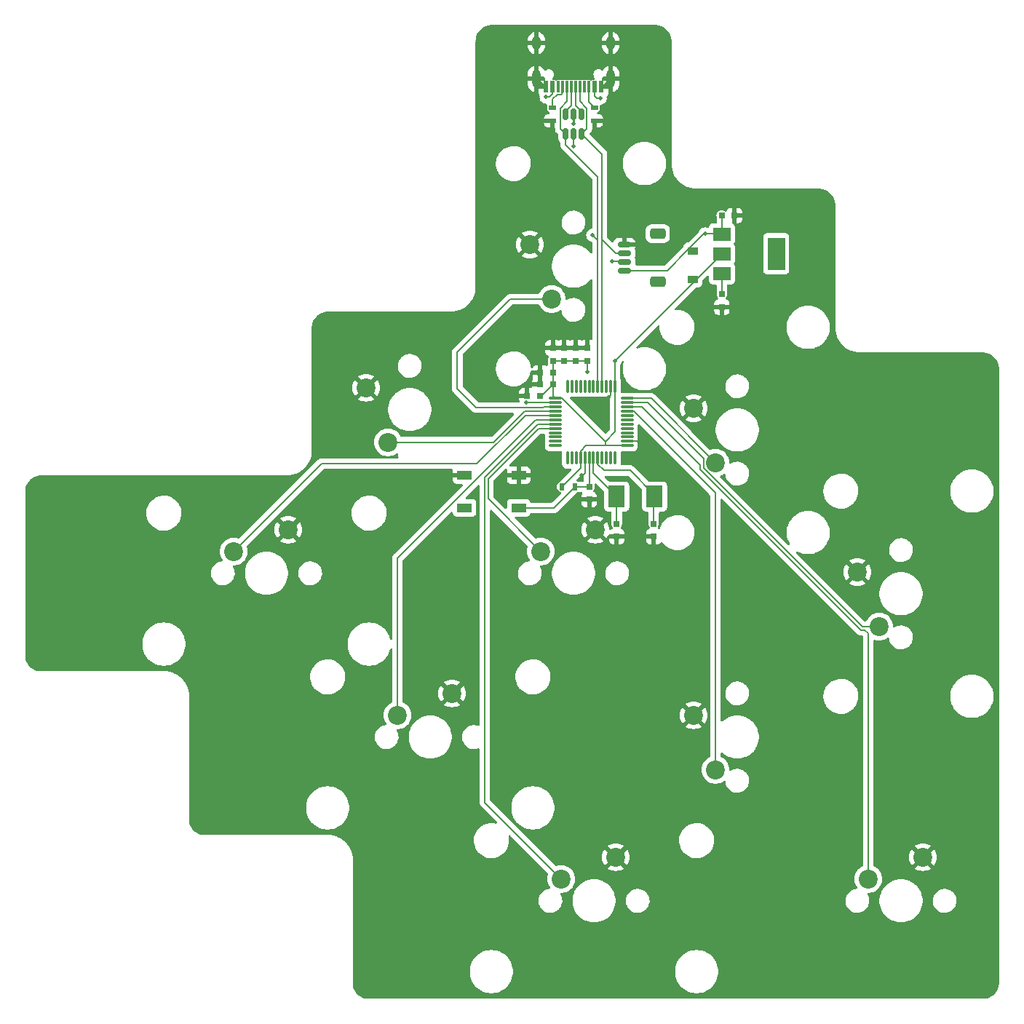
<source format=gbr>
%TF.GenerationSoftware,KiCad,Pcbnew,(6.0.1)*%
%TF.CreationDate,2022-02-16T22:37:27-05:00*%
%TF.ProjectId,herringbone_macro_pad,68657272-696e-4676-926f-6e655f6d6163,rev?*%
%TF.SameCoordinates,Original*%
%TF.FileFunction,Copper,L2,Bot*%
%TF.FilePolarity,Positive*%
%FSLAX46Y46*%
G04 Gerber Fmt 4.6, Leading zero omitted, Abs format (unit mm)*
G04 Created by KiCad (PCBNEW (6.0.1)) date 2022-02-16 22:37:27*
%MOMM*%
%LPD*%
G01*
G04 APERTURE LIST*
G04 Aperture macros list*
%AMRoundRect*
0 Rectangle with rounded corners*
0 $1 Rounding radius*
0 $2 $3 $4 $5 $6 $7 $8 $9 X,Y pos of 4 corners*
0 Add a 4 corners polygon primitive as box body*
4,1,4,$2,$3,$4,$5,$6,$7,$8,$9,$2,$3,0*
0 Add four circle primitives for the rounded corners*
1,1,$1+$1,$2,$3*
1,1,$1+$1,$4,$5*
1,1,$1+$1,$6,$7*
1,1,$1+$1,$8,$9*
0 Add four rect primitives between the rounded corners*
20,1,$1+$1,$2,$3,$4,$5,0*
20,1,$1+$1,$4,$5,$6,$7,0*
20,1,$1+$1,$6,$7,$8,$9,0*
20,1,$1+$1,$8,$9,$2,$3,0*%
G04 Aperture macros list end*
%TA.AperFunction,SMDPad,CuDef*%
%ADD10R,1.200000X0.900000*%
%TD*%
%TA.AperFunction,ComponentPad*%
%ADD11C,2.200000*%
%TD*%
%TA.AperFunction,SMDPad,CuDef*%
%ADD12R,1.700000X1.000000*%
%TD*%
%TA.AperFunction,SMDPad,CuDef*%
%ADD13R,0.800000X0.750000*%
%TD*%
%TA.AperFunction,SMDPad,CuDef*%
%ADD14R,0.750000X0.800000*%
%TD*%
%TA.AperFunction,SMDPad,CuDef*%
%ADD15R,2.000000X1.500000*%
%TD*%
%TA.AperFunction,SMDPad,CuDef*%
%ADD16R,2.000000X3.800000*%
%TD*%
%TA.AperFunction,SMDPad,CuDef*%
%ADD17RoundRect,0.150000X-0.625000X0.150000X-0.625000X-0.150000X0.625000X-0.150000X0.625000X0.150000X0*%
%TD*%
%TA.AperFunction,SMDPad,CuDef*%
%ADD18RoundRect,0.250000X-0.650000X0.350000X-0.650000X-0.350000X0.650000X-0.350000X0.650000X0.350000X0*%
%TD*%
%TA.AperFunction,SMDPad,CuDef*%
%ADD19R,0.600000X1.450000*%
%TD*%
%TA.AperFunction,SMDPad,CuDef*%
%ADD20R,0.300000X1.450000*%
%TD*%
%TA.AperFunction,ComponentPad*%
%ADD21O,1.000000X2.100000*%
%TD*%
%TA.AperFunction,ComponentPad*%
%ADD22O,1.000000X1.600000*%
%TD*%
%TA.AperFunction,SMDPad,CuDef*%
%ADD23RoundRect,0.075000X0.075000X-0.662500X0.075000X0.662500X-0.075000X0.662500X-0.075000X-0.662500X0*%
%TD*%
%TA.AperFunction,SMDPad,CuDef*%
%ADD24RoundRect,0.075000X0.662500X-0.075000X0.662500X0.075000X-0.662500X0.075000X-0.662500X-0.075000X0*%
%TD*%
%TA.AperFunction,SMDPad,CuDef*%
%ADD25RoundRect,0.150000X-0.150000X0.512500X-0.150000X-0.512500X0.150000X-0.512500X0.150000X0.512500X0*%
%TD*%
%TA.AperFunction,SMDPad,CuDef*%
%ADD26R,0.500000X0.900000*%
%TD*%
%TA.AperFunction,SMDPad,CuDef*%
%ADD27R,0.900000X0.500000*%
%TD*%
%TA.AperFunction,SMDPad,CuDef*%
%ADD28R,1.900000X2.500000*%
%TD*%
%TA.AperFunction,ViaPad*%
%ADD29C,0.800000*%
%TD*%
%TA.AperFunction,ViaPad*%
%ADD30C,0.500000*%
%TD*%
%TA.AperFunction,Conductor*%
%ADD31C,0.200000*%
%TD*%
%TA.AperFunction,Conductor*%
%ADD32C,0.250000*%
%TD*%
G04 APERTURE END LIST*
D10*
%TO.P,D1,1,K*%
%TO.N,+5V*%
X175800000Y-55350000D03*
%TO.P,D1,2,A*%
%TO.N,+3.3VA*%
X175800000Y-58650000D03*
%TD*%
D11*
%TO.P,SW8,1,1*%
%TO.N,/SW_4*%
X197485000Y-99060056D03*
%TO.P,SW8,2,2*%
%TO.N,GND*%
X194945000Y-92710056D03*
%TD*%
%TO.P,SW7,1,1*%
%TO.N,/SW_8*%
X178435000Y-115728806D03*
%TO.P,SW7,2,2*%
%TO.N,GND*%
X175895000Y-109378806D03*
%TD*%
%TO.P,SW1,1,1*%
%TO.N,/SW_1*%
X159385058Y-60960056D03*
%TO.P,SW1,2,2*%
%TO.N,GND*%
X156845058Y-54610056D03*
%TD*%
%TO.P,SW10,1,1*%
%TO.N,/SW_9*%
X196215000Y-128428806D03*
%TO.P,SW10,2,2*%
%TO.N,GND*%
X202565000Y-125888806D03*
%TD*%
%TO.P,SW3,1,1*%
%TO.N,/SW_7*%
X178435000Y-80010000D03*
%TO.P,SW3,2,2*%
%TO.N,GND*%
X175895000Y-73660000D03*
%TD*%
%TO.P,SW4,1,1*%
%TO.N,/SW_0*%
X122396306Y-90328922D03*
%TO.P,SW4,2,2*%
%TO.N,GND*%
X128746306Y-87788922D03*
%TD*%
%TO.P,SW9,1,1*%
%TO.N,/SW_3*%
X160496250Y-128428864D03*
%TO.P,SW9,2,2*%
%TO.N,GND*%
X166846250Y-125888864D03*
%TD*%
%TO.P,SW2,1,1*%
%TO.N,/SW_5*%
X140335000Y-77628806D03*
%TO.P,SW2,2,2*%
%TO.N,GND*%
X137795000Y-71278806D03*
%TD*%
%TO.P,SW5,1,1*%
%TO.N,/SW_2*%
X158115000Y-90328806D03*
%TO.P,SW5,2,2*%
%TO.N,GND*%
X164465000Y-87788806D03*
%TD*%
%TO.P,SW6,1,1*%
%TO.N,/SW_6*%
X141446250Y-109378864D03*
%TO.P,SW6,2,2*%
%TO.N,GND*%
X147796250Y-106838864D03*
%TD*%
D12*
%TO.P,SW11,1,1*%
%TO.N,/RST*%
X155550000Y-85250000D03*
%TO.N,N/C*%
X149250000Y-85250000D03*
%TO.P,SW11,2,2*%
%TO.N,GND*%
X155550000Y-81450000D03*
X149250000Y-81450000D03*
%TD*%
D13*
%TO.P,C5,1*%
%TO.N,+3.3VA*%
X159550000Y-69550000D03*
%TO.P,C5,2*%
%TO.N,GND*%
X158050000Y-69550000D03*
%TD*%
D14*
%TO.P,C6,1*%
%TO.N,/RST*%
X163750000Y-82800000D03*
%TO.P,C6,2*%
%TO.N,GND*%
X163750000Y-84300000D03*
%TD*%
D15*
%TO.P,U1,1,ADJ*%
%TO.N,Net-(C4-Pad1)*%
X179200000Y-58000000D03*
D16*
%TO.P,U1,2,VO*%
%TO.N,N/C*%
X185500000Y-55700000D03*
D15*
%TO.N,+3.3VA*%
X179200000Y-55700000D03*
%TO.P,U1,3,VI*%
%TO.N,+5V*%
X179200000Y-53400000D03*
%TD*%
D14*
%TO.P,C7,1*%
%TO.N,+3.3VA*%
X159530000Y-68150000D03*
%TO.P,C7,2*%
%TO.N,GND*%
X159530000Y-66650000D03*
%TD*%
D17*
%TO.P,J1,1,Pin_1*%
%TO.N,GND*%
X167850000Y-54650000D03*
%TO.P,J1,2,Pin_2*%
%TO.N,/D1+*%
X167850000Y-55650000D03*
%TO.P,J1,3,Pin_3*%
%TO.N,/D1-*%
X167850000Y-56650000D03*
%TO.P,J1,4,Pin_4*%
%TO.N,+5V*%
X167850000Y-57650000D03*
D18*
%TO.P,J1,MP*%
%TO.N,N/C*%
X171725000Y-58950000D03*
X171725000Y-53350000D03*
%TD*%
D19*
%TO.P,USB1,1,GND*%
%TO.N,GND*%
X158700000Y-36270000D03*
%TO.P,USB1,2,VBUS*%
%TO.N,+5V*%
X159475000Y-36270000D03*
D20*
%TO.P,USB1,3,SBU2*%
%TO.N,unconnected-(USB1-Pad3)*%
X160175000Y-36270000D03*
%TO.P,USB1,4,CC1*%
%TO.N,Net-(R1-Pad2)*%
X160675000Y-36270000D03*
%TO.P,USB1,5,DN2*%
%TO.N,/D1-*%
X161175000Y-36270000D03*
%TO.P,USB1,6,DP1*%
%TO.N,/D1+*%
X161675000Y-36270000D03*
%TO.P,USB1,7,DN1*%
%TO.N,/D1-*%
X162175000Y-36270000D03*
%TO.P,USB1,8,DP2*%
%TO.N,/D1+*%
X162675000Y-36270000D03*
%TO.P,USB1,9,SBU1*%
%TO.N,unconnected-(USB1-Pad9)*%
X163175000Y-36270000D03*
%TO.P,USB1,10,CC2*%
%TO.N,Net-(R2-Pad2)*%
X163675000Y-36270000D03*
D19*
%TO.P,USB1,11,VBUS*%
%TO.N,+5V*%
X164375000Y-36270000D03*
%TO.P,USB1,12,GND*%
%TO.N,GND*%
X165150000Y-36270000D03*
D21*
%TO.P,USB1,13,SHIELD*%
X157605000Y-35355000D03*
D22*
X166245000Y-31175000D03*
D21*
X166245000Y-35355000D03*
D22*
X157605000Y-31175000D03*
%TD*%
D23*
%TO.P,U3,1,VLCD*%
%TO.N,unconnected-(U3-Pad1)*%
X166740000Y-79432500D03*
%TO.P,U3,2,PC13*%
%TO.N,unconnected-(U3-Pad2)*%
X166240000Y-79432500D03*
%TO.P,U3,3,PC14*%
%TO.N,unconnected-(U3-Pad3)*%
X165740000Y-79432500D03*
%TO.P,U3,4,PC15*%
%TO.N,unconnected-(U3-Pad4)*%
X165240000Y-79432500D03*
%TO.P,U3,5,PH0*%
%TO.N,/CLK_IN*%
X164740000Y-79432500D03*
%TO.P,U3,6,PH1*%
%TO.N,/CLK_OUT*%
X164240000Y-79432500D03*
%TO.P,U3,7,NRST*%
%TO.N,/RST*%
X163740000Y-79432500D03*
%TO.P,U3,8,VSSA*%
%TO.N,GND*%
X163240000Y-79432500D03*
%TO.P,U3,9,VDDA*%
%TO.N,+3.3VA*%
X162740000Y-79432500D03*
%TO.P,U3,10,PA0*%
%TO.N,unconnected-(U3-Pad10)*%
X162240000Y-79432500D03*
%TO.P,U3,11,PA1*%
%TO.N,unconnected-(U3-Pad11)*%
X161740000Y-79432500D03*
%TO.P,U3,12,PA2*%
%TO.N,unconnected-(U3-Pad12)*%
X161240000Y-79432500D03*
D24*
%TO.P,U3,13,PA3*%
%TO.N,unconnected-(U3-Pad13)*%
X159827500Y-78020000D03*
%TO.P,U3,14,PA4*%
%TO.N,unconnected-(U3-Pad14)*%
X159827500Y-77520000D03*
%TO.P,U3,15,PA5*%
%TO.N,unconnected-(U3-Pad15)*%
X159827500Y-77020000D03*
%TO.P,U3,16,PA6*%
%TO.N,unconnected-(U3-Pad16)*%
X159827500Y-76520000D03*
%TO.P,U3,17,PA7*%
%TO.N,/SW_2*%
X159827500Y-76020000D03*
%TO.P,U3,18,PB0*%
%TO.N,/SW_3*%
X159827500Y-75520000D03*
%TO.P,U3,19,PB1*%
%TO.N,/SW_6*%
X159827500Y-75020000D03*
%TO.P,U3,20,PB2*%
%TO.N,/SW_0*%
X159827500Y-74520000D03*
%TO.P,U3,21,PB10*%
%TO.N,/SW_5*%
X159827500Y-74020000D03*
%TO.P,U3,22,PB11*%
%TO.N,/SW_1*%
X159827500Y-73520000D03*
%TO.P,U3,23,VSS*%
%TO.N,GND*%
X159827500Y-73020000D03*
%TO.P,U3,24,VDD*%
%TO.N,+3.3VA*%
X159827500Y-72520000D03*
D23*
%TO.P,U3,25,PB12*%
%TO.N,unconnected-(U3-Pad25)*%
X161240000Y-71107500D03*
%TO.P,U3,26,PB13*%
%TO.N,unconnected-(U3-Pad26)*%
X161740000Y-71107500D03*
%TO.P,U3,27,PB14*%
%TO.N,unconnected-(U3-Pad27)*%
X162240000Y-71107500D03*
%TO.P,U3,28,PB15*%
%TO.N,unconnected-(U3-Pad28)*%
X162740000Y-71107500D03*
%TO.P,U3,29,PA8*%
%TO.N,unconnected-(U3-Pad29)*%
X163240000Y-71107500D03*
%TO.P,U3,30,PA9*%
%TO.N,unconnected-(U3-Pad30)*%
X163740000Y-71107500D03*
%TO.P,U3,31,PA10*%
%TO.N,unconnected-(U3-Pad31)*%
X164240000Y-71107500D03*
%TO.P,U3,32,PA11*%
%TO.N,/D1-*%
X164740000Y-71107500D03*
%TO.P,U3,33,PA12*%
%TO.N,/D1+*%
X165240000Y-71107500D03*
%TO.P,U3,34,PA13*%
%TO.N,unconnected-(U3-Pad34)*%
X165740000Y-71107500D03*
%TO.P,U3,35,VSS*%
%TO.N,GND*%
X166240000Y-71107500D03*
%TO.P,U3,36,VDD*%
%TO.N,+3.3VA*%
X166740000Y-71107500D03*
D24*
%TO.P,U3,37,PA14*%
%TO.N,/SW_7*%
X168152500Y-72520000D03*
%TO.P,U3,38,PA15*%
%TO.N,/SW_4*%
X168152500Y-73020000D03*
%TO.P,U3,39,PB3*%
%TO.N,/SW_9*%
X168152500Y-73520000D03*
%TO.P,U3,40,PB4*%
%TO.N,/SW_8*%
X168152500Y-74020000D03*
%TO.P,U3,41,PB5*%
%TO.N,unconnected-(U3-Pad41)*%
X168152500Y-74520000D03*
%TO.P,U3,42,PB6*%
%TO.N,unconnected-(U3-Pad42)*%
X168152500Y-75020000D03*
%TO.P,U3,43,PB7*%
%TO.N,unconnected-(U3-Pad43)*%
X168152500Y-75520000D03*
%TO.P,U3,44,BOOT0*%
%TO.N,unconnected-(U3-Pad44)*%
X168152500Y-76020000D03*
%TO.P,U3,45,PB8*%
%TO.N,unconnected-(U3-Pad45)*%
X168152500Y-76520000D03*
%TO.P,U3,46,PB9*%
%TO.N,unconnected-(U3-Pad46)*%
X168152500Y-77020000D03*
%TO.P,U3,47,VSS*%
%TO.N,GND*%
X168152500Y-77520000D03*
%TO.P,U3,48,VDD*%
%TO.N,+3.3VA*%
X168152500Y-78020000D03*
%TD*%
D13*
%TO.P,C8,1*%
%TO.N,+3.3VA*%
X159540000Y-70860000D03*
%TO.P,C8,2*%
%TO.N,GND*%
X158040000Y-70860000D03*
%TD*%
D14*
%TO.P,C9,1*%
%TO.N,+3.3VA*%
X160860000Y-68150000D03*
%TO.P,C9,2*%
%TO.N,GND*%
X160860000Y-66650000D03*
%TD*%
%TO.P,C10,1*%
%TO.N,+3.3VA*%
X163550000Y-68150000D03*
%TO.P,C10,2*%
%TO.N,GND*%
X163550000Y-66650000D03*
%TD*%
D13*
%TO.P,C11,1*%
%TO.N,+3.3VA*%
X158000000Y-72200000D03*
%TO.P,C11,2*%
%TO.N,GND*%
X156500000Y-72200000D03*
%TD*%
D25*
%TO.P,U2,1,IO1*%
%TO.N,/D1+*%
X160970000Y-39472500D03*
%TO.P,U2,2,VN*%
%TO.N,GND*%
X161920000Y-39472500D03*
%TO.P,U2,3,IO2*%
%TO.N,/D1-*%
X162870000Y-39472500D03*
%TO.P,U2,4,IO3*%
%TO.N,/D1+*%
X162870000Y-41747500D03*
%TO.P,U2,5,VP*%
%TO.N,+5V*%
X161920000Y-41747500D03*
%TO.P,U2,6,IO4*%
%TO.N,/D1-*%
X160970000Y-41747500D03*
%TD*%
D26*
%TO.P,R3,1*%
%TO.N,+3.3VA*%
X160600000Y-82800000D03*
%TO.P,R3,2*%
%TO.N,/RST*%
X162100000Y-82800000D03*
%TD*%
D14*
%TO.P,C12,1*%
%TO.N,+3.3VA*%
X162200000Y-68150000D03*
%TO.P,C12,2*%
%TO.N,GND*%
X162200000Y-66650000D03*
%TD*%
D13*
%TO.P,C1,1*%
%TO.N,+5V*%
X179150000Y-51250000D03*
%TO.P,C1,2*%
%TO.N,GND*%
X180650000Y-51250000D03*
%TD*%
D27*
%TO.P,R1,1*%
%TO.N,GND*%
X164390000Y-40210000D03*
%TO.P,R1,2*%
%TO.N,Net-(R2-Pad2)*%
X164390000Y-38710000D03*
%TD*%
D14*
%TO.P,C3,1*%
%TO.N,/CLK_OUT*%
X166950000Y-87100000D03*
%TO.P,C3,2*%
%TO.N,GND*%
X166950000Y-88600000D03*
%TD*%
%TO.P,C2,1*%
%TO.N,Net-(C4-Pad1)*%
X179180000Y-60390000D03*
%TO.P,C2,2*%
%TO.N,GND*%
X179180000Y-61890000D03*
%TD*%
D27*
%TO.P,R2,1*%
%TO.N,GND*%
X159440000Y-40210000D03*
%TO.P,R2,2*%
%TO.N,Net-(R1-Pad2)*%
X159440000Y-38710000D03*
%TD*%
D14*
%TO.P,C4,1*%
%TO.N,GND*%
X171250000Y-88600000D03*
%TO.P,C4,2*%
%TO.N,/CLK_IN*%
X171250000Y-87100000D03*
%TD*%
D28*
%TO.P,Y1,1,1*%
%TO.N,/CLK_OUT*%
X166940625Y-83950000D03*
%TO.P,Y1,2,2*%
%TO.N,/CLK_IN*%
X171340625Y-83950000D03*
%TD*%
D29*
%TO.N,GND*%
X157700000Y-81400000D03*
D30*
X160150000Y-65400000D03*
X165600000Y-72800000D03*
D29*
X157800000Y-82650000D03*
X158200000Y-79800000D03*
D30*
X159450000Y-65400000D03*
D29*
X156700000Y-78750000D03*
D30*
X162850000Y-65400000D03*
X161500000Y-65400000D03*
D29*
X159500000Y-79800000D03*
X158950000Y-82500000D03*
X157150000Y-79800000D03*
D30*
X161910000Y-40610000D03*
X160800000Y-65400000D03*
X163550000Y-65400000D03*
X162850000Y-81450000D03*
X165975000Y-72425000D03*
X169630000Y-77520000D03*
X162200000Y-65400000D03*
X156450000Y-73000000D03*
D29*
X159250000Y-80700000D03*
X157700000Y-77850000D03*
D30*
%TO.N,/D1-*%
X166400000Y-56600000D03*
X164150000Y-53550000D03*
%TO.N,+5V*%
X165010000Y-37630000D03*
X177220000Y-53390000D03*
X158730000Y-37480000D03*
X161920000Y-43170000D03*
%TO.N,+3.3VA*%
X163550000Y-69450000D03*
X166750000Y-68150000D03*
%TD*%
D31*
%TO.N,/SW_0*%
X150691199Y-80123327D02*
X132601901Y-80123327D01*
X159060349Y-74520000D02*
X159040349Y-74500000D01*
X132601901Y-80123327D02*
X122396306Y-90328922D01*
X159827500Y-74520000D02*
X159060349Y-74520000D01*
X156314526Y-74500000D02*
X150691199Y-80123327D01*
X159040349Y-74500000D02*
X156314526Y-74500000D01*
D32*
%TO.N,GND*%
X161900000Y-39540000D02*
X161880000Y-39520000D01*
D31*
X165975000Y-72425000D02*
X165600000Y-72800000D01*
X162980000Y-81450000D02*
X162850000Y-81450000D01*
D32*
X165150000Y-36270000D02*
X165330000Y-36270000D01*
D31*
X156450000Y-73000000D02*
X158050000Y-73000000D01*
X163240000Y-81190000D02*
X162980000Y-81450000D01*
D32*
X165330000Y-36270000D02*
X166245000Y-35355000D01*
D31*
X168152500Y-77520000D02*
X169630000Y-77520000D01*
D32*
X161890000Y-40590000D02*
X161890000Y-39502500D01*
X158520000Y-36270000D02*
X157605000Y-35355000D01*
D31*
X156470000Y-73020000D02*
X156450000Y-73000000D01*
X166240000Y-71107500D02*
X166240000Y-72160000D01*
D32*
X158700000Y-36270000D02*
X158520000Y-36270000D01*
D31*
X158050000Y-73000000D02*
X158080000Y-72970000D01*
X166240000Y-72160000D02*
X165975000Y-72425000D01*
X163240000Y-79432500D02*
X163240000Y-81190000D01*
X159827500Y-73020000D02*
X156470000Y-73020000D01*
%TO.N,/SW_5*%
X159827500Y-74020000D02*
X159060349Y-74020000D01*
X159039869Y-73999520D02*
X156250000Y-73999520D01*
X152620714Y-77628806D02*
X140335000Y-77628806D01*
X156250000Y-73999520D02*
X152620714Y-77628806D01*
X159060349Y-74020000D02*
X159039869Y-73999520D01*
%TO.N,/SW_1*%
X154589944Y-60960056D02*
X159385058Y-60960056D01*
X158350000Y-73600000D02*
X150600000Y-73600000D01*
X148400000Y-71400000D02*
X148400000Y-67150000D01*
X148400000Y-67150000D02*
X154589944Y-60960056D01*
X158430000Y-73520000D02*
X158350000Y-73600000D01*
X159827500Y-73520000D02*
X158430000Y-73520000D01*
X150600000Y-73600000D02*
X148400000Y-71400000D01*
%TO.N,/SW_6*%
X157530978Y-75020000D02*
X141446250Y-91104728D01*
X141446250Y-91104728D02*
X141446250Y-109378864D01*
X159827500Y-75020000D02*
X157530978Y-75020000D01*
%TO.N,/SW_2*%
X152000000Y-84213806D02*
X158115000Y-90328806D01*
X159827500Y-76020000D02*
X157845006Y-76020000D01*
X157845006Y-76020000D02*
X152000000Y-81865006D01*
X152000000Y-81865006D02*
X152000000Y-84213806D01*
%TO.N,/SW_7*%
X168152500Y-72520000D02*
X170945000Y-72520000D01*
X170945000Y-72520000D02*
X178435000Y-80010000D01*
%TO.N,/SW_3*%
X159827500Y-75520000D02*
X157780000Y-75520000D01*
X151600000Y-81700000D02*
X151600000Y-119532614D01*
X151600000Y-119532614D02*
X160496250Y-128428864D01*
X157780000Y-75520000D02*
X151600000Y-81700000D01*
%TO.N,/SW_8*%
X168152500Y-74020000D02*
X168919651Y-74020000D01*
X178435000Y-83535349D02*
X178435000Y-115728806D01*
X168919651Y-74020000D02*
X178435000Y-83535349D01*
%TO.N,/SW_4*%
X177035489Y-79535489D02*
X177035489Y-80589698D01*
X170520000Y-73020000D02*
X177035489Y-79535489D01*
X168152500Y-73020000D02*
X170520000Y-73020000D01*
X177035489Y-80589698D02*
X195505847Y-99060056D01*
X195505847Y-99060056D02*
X197485000Y-99060056D01*
%TO.N,/SW_9*%
X176635969Y-80285969D02*
X176635970Y-80755185D01*
X176635970Y-80755185D02*
X195340361Y-99459576D01*
X196215000Y-99865000D02*
X196215000Y-128428806D01*
X169870000Y-73520000D02*
X176635969Y-80285969D01*
X168152500Y-73520000D02*
X169870000Y-73520000D01*
X195809576Y-99459576D02*
X196215000Y-99865000D01*
X195340361Y-99459576D02*
X195809576Y-99459576D01*
%TO.N,/D1+*%
X162675000Y-37979283D02*
X163469520Y-38773803D01*
X162870000Y-41747500D02*
X165240000Y-44117500D01*
X163469520Y-41147980D02*
X162870000Y-41747500D01*
X163469520Y-38773803D02*
X163469520Y-41147980D01*
X167850000Y-55650000D02*
X166850000Y-55650000D01*
X162675000Y-36270000D02*
X162675000Y-37979283D01*
X160970000Y-39124283D02*
X160970000Y-39472500D01*
X161675000Y-36270000D02*
X161675000Y-38419283D01*
X161675000Y-38419283D02*
X160970000Y-39124283D01*
X165240000Y-54040000D02*
X165240000Y-71107500D01*
X166850000Y-55650000D02*
X165240000Y-54040000D01*
X165240000Y-44117500D02*
X165240000Y-54040000D01*
%TO.N,/D1-*%
X164740000Y-54140000D02*
X164150000Y-53550000D01*
X167800000Y-56600000D02*
X166400000Y-56600000D01*
X160370480Y-38773803D02*
X160370480Y-41147980D01*
X160370480Y-41147980D02*
X160970000Y-41747500D01*
X164740000Y-54360000D02*
X164740000Y-54140000D01*
X161175000Y-37969283D02*
X160370480Y-38773803D01*
X167850000Y-56650000D02*
X167800000Y-56600000D01*
X162870000Y-39124283D02*
X162870000Y-39472500D01*
X164740000Y-54360000D02*
X164740000Y-46767127D01*
X160970000Y-42997127D02*
X160970000Y-41747500D01*
X161175000Y-36270000D02*
X161175000Y-37969283D01*
X164740000Y-71107500D02*
X164740000Y-54360000D01*
X164740000Y-46767127D02*
X160970000Y-42997127D01*
X162175000Y-36270000D02*
X162175000Y-38429283D01*
X162175000Y-38429283D02*
X162870000Y-39124283D01*
%TO.N,+5V*%
X172850000Y-57650000D02*
X175250000Y-55250000D01*
X167850000Y-57650000D02*
X172850000Y-57650000D01*
X164375000Y-36270000D02*
X164375000Y-37365000D01*
X175250000Y-55250000D02*
X177110000Y-53390000D01*
X161920000Y-41747500D02*
X161920000Y-43170000D01*
X179200000Y-53400000D02*
X179200000Y-51300000D01*
X179190000Y-53390000D02*
X179200000Y-53400000D01*
X164640000Y-37630000D02*
X165010000Y-37630000D01*
X177110000Y-53390000D02*
X177220000Y-53390000D01*
X179200000Y-51300000D02*
X179150000Y-51250000D01*
X164375000Y-37365000D02*
X164640000Y-37630000D01*
X177220000Y-53390000D02*
X179190000Y-53390000D01*
X159124994Y-37480000D02*
X158730000Y-37480000D01*
X159475000Y-36270000D02*
X159475000Y-37129994D01*
X159475000Y-37129994D02*
X159124994Y-37480000D01*
%TO.N,Net-(C4-Pad1)*%
X179180000Y-58020000D02*
X179200000Y-58000000D01*
X179180000Y-60390000D02*
X179180000Y-58020000D01*
%TO.N,+3.3VA*%
X159540000Y-68160000D02*
X159530000Y-68150000D01*
X159540000Y-72232500D02*
X159827500Y-72520000D01*
X163550000Y-68150000D02*
X163550000Y-69450000D01*
X158200000Y-72200000D02*
X159540000Y-70860000D01*
X159540000Y-70860000D02*
X159540000Y-72232500D01*
X160600000Y-82800000D02*
X162740000Y-80660000D01*
X162740000Y-78665349D02*
X163385349Y-78020000D01*
X166740000Y-71107500D02*
X166740000Y-76425349D01*
X160594651Y-72520000D02*
X165620000Y-77545349D01*
X165620000Y-78020000D02*
X168152500Y-78020000D01*
X166740000Y-76425349D02*
X165620000Y-77545349D01*
X158000000Y-72200000D02*
X158200000Y-72200000D01*
X162740000Y-79432500D02*
X162740000Y-78665349D01*
X163385349Y-78020000D02*
X165620000Y-78020000D01*
X166740000Y-68160000D02*
X166740000Y-71107500D01*
X162740000Y-80660000D02*
X162740000Y-79432500D01*
X166750000Y-68150000D02*
X166740000Y-68160000D01*
X159550000Y-70850000D02*
X159540000Y-70860000D01*
X165620000Y-77545349D02*
X165620000Y-78020000D01*
X159827500Y-72520000D02*
X160594651Y-72520000D01*
X159540000Y-70860000D02*
X159540000Y-68160000D01*
X159530000Y-68150000D02*
X163550000Y-68150000D01*
X179200000Y-55700000D02*
X166750000Y-68150000D01*
%TO.N,/CLK_IN*%
X171340625Y-83740625D02*
X168500000Y-80900000D01*
X168500000Y-80900000D02*
X165440349Y-80900000D01*
X171250000Y-87100000D02*
X171250000Y-84040625D01*
X165440349Y-80900000D02*
X164740000Y-80199651D01*
X171340625Y-83950000D02*
X171340625Y-83740625D01*
X171250000Y-84040625D02*
X171340625Y-83950000D01*
X164740000Y-80199651D02*
X164740000Y-79432500D01*
%TO.N,/CLK_OUT*%
X166950000Y-87100000D02*
X166950000Y-83959375D01*
X166940625Y-83950000D02*
X164240000Y-81249375D01*
X164240000Y-81249375D02*
X164240000Y-79432500D01*
X166950000Y-83959375D02*
X166940625Y-83950000D01*
%TO.N,/RST*%
X162100000Y-82800000D02*
X163750000Y-82800000D01*
X162100000Y-82800000D02*
X159650000Y-85250000D01*
X159650000Y-85250000D02*
X155550000Y-85250000D01*
X163750000Y-79442500D02*
X163740000Y-79432500D01*
X163750000Y-82800000D02*
X163750000Y-79442500D01*
%TO.N,Net-(R1-Pad2)*%
X160025489Y-37144511D02*
X160474511Y-37144511D01*
X160675000Y-36944022D02*
X160675000Y-36270000D01*
X159440000Y-37730000D02*
X160025489Y-37144511D01*
X159440000Y-38710000D02*
X159440000Y-37730000D01*
D32*
X160650000Y-36295000D02*
X160675000Y-36270000D01*
D31*
X160474511Y-37144511D02*
X160675000Y-36944022D01*
%TO.N,Net-(R2-Pad2)*%
X163675000Y-37995000D02*
X163675000Y-36270000D01*
D32*
X163700000Y-36295000D02*
X163675000Y-36270000D01*
D31*
X164390000Y-38710000D02*
X163675000Y-37995000D01*
%TD*%
%TA.AperFunction,Conductor*%
%TO.N,GND*%
G36*
X171420057Y-29084500D02*
G01*
X171434858Y-29086805D01*
X171434861Y-29086805D01*
X171443730Y-29088186D01*
X171459999Y-29086059D01*
X171484567Y-29085266D01*
X171686266Y-29098486D01*
X171702606Y-29100637D01*
X171926733Y-29145218D01*
X171942654Y-29149484D01*
X172159043Y-29222939D01*
X172174269Y-29229246D01*
X172379217Y-29330315D01*
X172393491Y-29338556D01*
X172583497Y-29465514D01*
X172596572Y-29475547D01*
X172768386Y-29626223D01*
X172780027Y-29637864D01*
X172929795Y-29808642D01*
X172930703Y-29809678D01*
X172940736Y-29822753D01*
X173067694Y-30012759D01*
X173075935Y-30027033D01*
X173177004Y-30231981D01*
X173183311Y-30247207D01*
X173256766Y-30463596D01*
X173261032Y-30479517D01*
X173305613Y-30703644D01*
X173307764Y-30719984D01*
X173320514Y-30914518D01*
X173319489Y-30937554D01*
X173319446Y-30941104D01*
X173318064Y-30949980D01*
X173319888Y-30963928D01*
X173322186Y-30981501D01*
X173323250Y-30997839D01*
X173323250Y-45194422D01*
X173321750Y-45213806D01*
X173318064Y-45237480D01*
X173318884Y-45243750D01*
X173318698Y-45243750D01*
X173336894Y-45567753D01*
X173391252Y-45887682D01*
X173481089Y-46199512D01*
X173482443Y-46202780D01*
X173482443Y-46202781D01*
X173516791Y-46285704D01*
X173605274Y-46499324D01*
X173606984Y-46502418D01*
X173606985Y-46502420D01*
X173643417Y-46568338D01*
X173762248Y-46783345D01*
X173764296Y-46786231D01*
X173764297Y-46786233D01*
X173820917Y-46866032D01*
X173950034Y-47048006D01*
X174007159Y-47111929D01*
X174112470Y-47229771D01*
X174166273Y-47289977D01*
X174408244Y-47506216D01*
X174672905Y-47694002D01*
X174956926Y-47850976D01*
X174960189Y-47852327D01*
X174960194Y-47852330D01*
X175220191Y-47960023D01*
X175256738Y-47975161D01*
X175568568Y-48064998D01*
X175888497Y-48119356D01*
X176182091Y-48135844D01*
X176193224Y-48137090D01*
X176195163Y-48137264D01*
X176199961Y-48138071D01*
X176206316Y-48138149D01*
X176207641Y-48138165D01*
X176207645Y-48138165D01*
X176212500Y-48138224D01*
X176240088Y-48134273D01*
X176257951Y-48133000D01*
X190450672Y-48133000D01*
X190470057Y-48134500D01*
X190484858Y-48136805D01*
X190484861Y-48136805D01*
X190493730Y-48138186D01*
X190509999Y-48136059D01*
X190534567Y-48135266D01*
X190736266Y-48148486D01*
X190752606Y-48150637D01*
X190976733Y-48195218D01*
X190992654Y-48199484D01*
X191209043Y-48272939D01*
X191224269Y-48279246D01*
X191429217Y-48380315D01*
X191443491Y-48388556D01*
X191633497Y-48515514D01*
X191646572Y-48525547D01*
X191818386Y-48676223D01*
X191830027Y-48687864D01*
X191979795Y-48858642D01*
X191980703Y-48859678D01*
X191990736Y-48872753D01*
X192117694Y-49062759D01*
X192125935Y-49077033D01*
X192227004Y-49281981D01*
X192233311Y-49297207D01*
X192306766Y-49513596D01*
X192311032Y-49529517D01*
X192355613Y-49753644D01*
X192357764Y-49769984D01*
X192370514Y-49964518D01*
X192369489Y-49987554D01*
X192369446Y-49991104D01*
X192368064Y-49999980D01*
X192370524Y-50018789D01*
X192372186Y-50031501D01*
X192373250Y-50047839D01*
X192373250Y-64244422D01*
X192371750Y-64263807D01*
X192369607Y-64277573D01*
X192368064Y-64287480D01*
X192368884Y-64293750D01*
X192368698Y-64293750D01*
X192386894Y-64617753D01*
X192441252Y-64937682D01*
X192531089Y-65249512D01*
X192532443Y-65252780D01*
X192532443Y-65252781D01*
X192595646Y-65405367D01*
X192655274Y-65549324D01*
X192812248Y-65833345D01*
X193000034Y-66098006D01*
X193216273Y-66339977D01*
X193458244Y-66556216D01*
X193518481Y-66598956D01*
X193692687Y-66722561D01*
X193722905Y-66744002D01*
X193812978Y-66793784D01*
X193978914Y-66885494D01*
X194006926Y-66900976D01*
X194010189Y-66902327D01*
X194010194Y-66902330D01*
X194224627Y-66991150D01*
X194306738Y-67025161D01*
X194618568Y-67114998D01*
X194938497Y-67169356D01*
X195232091Y-67185844D01*
X195243224Y-67187090D01*
X195245163Y-67187264D01*
X195249961Y-67188071D01*
X195256316Y-67188149D01*
X195257641Y-67188165D01*
X195257645Y-67188165D01*
X195262500Y-67188224D01*
X195290088Y-67184273D01*
X195307951Y-67183000D01*
X209500672Y-67183000D01*
X209520057Y-67184500D01*
X209534858Y-67186805D01*
X209534861Y-67186805D01*
X209543730Y-67188186D01*
X209559999Y-67186059D01*
X209584567Y-67185266D01*
X209786266Y-67198486D01*
X209802606Y-67200637D01*
X210026733Y-67245218D01*
X210042654Y-67249484D01*
X210259043Y-67322939D01*
X210274269Y-67329246D01*
X210479217Y-67430315D01*
X210493491Y-67438556D01*
X210683497Y-67565514D01*
X210696572Y-67575547D01*
X210868386Y-67726223D01*
X210880027Y-67737864D01*
X210965339Y-67835144D01*
X211030703Y-67909678D01*
X211040736Y-67922753D01*
X211167694Y-68112759D01*
X211175935Y-68127033D01*
X211277004Y-68331981D01*
X211283311Y-68347207D01*
X211356766Y-68563596D01*
X211361032Y-68579517D01*
X211405613Y-68803644D01*
X211407764Y-68819984D01*
X211420514Y-69014518D01*
X211419489Y-69037554D01*
X211419446Y-69041104D01*
X211418064Y-69049980D01*
X211420524Y-69068789D01*
X211422186Y-69081501D01*
X211423250Y-69097839D01*
X211423250Y-140444422D01*
X211421750Y-140463806D01*
X211418064Y-140487480D01*
X211420191Y-140503749D01*
X211420984Y-140528317D01*
X211407764Y-140730016D01*
X211405613Y-140746356D01*
X211361032Y-140970483D01*
X211356766Y-140986404D01*
X211283311Y-141202793D01*
X211277004Y-141218019D01*
X211175935Y-141422967D01*
X211167694Y-141437241D01*
X211040736Y-141627247D01*
X211030703Y-141640322D01*
X210880027Y-141812136D01*
X210868386Y-141823777D01*
X210697608Y-141973545D01*
X210696572Y-141974453D01*
X210683497Y-141984486D01*
X210493491Y-142111444D01*
X210479217Y-142119685D01*
X210274269Y-142220754D01*
X210259043Y-142227061D01*
X210042654Y-142300516D01*
X210026733Y-142304782D01*
X209802606Y-142349363D01*
X209786266Y-142351514D01*
X209591732Y-142364264D01*
X209568696Y-142363239D01*
X209565146Y-142363196D01*
X209556270Y-142361814D01*
X209527762Y-142365542D01*
X209524749Y-142365936D01*
X209508411Y-142367000D01*
X138161828Y-142367000D01*
X138142443Y-142365500D01*
X138127642Y-142363195D01*
X138127639Y-142363195D01*
X138118770Y-142361814D01*
X138102501Y-142363941D01*
X138077933Y-142364734D01*
X137876234Y-142351514D01*
X137859894Y-142349363D01*
X137635767Y-142304782D01*
X137619846Y-142300516D01*
X137403457Y-142227061D01*
X137388231Y-142220754D01*
X137183283Y-142119685D01*
X137169009Y-142111444D01*
X136979003Y-141984486D01*
X136965928Y-141974453D01*
X136964892Y-141973545D01*
X136794114Y-141823777D01*
X136782473Y-141812136D01*
X136631797Y-141640322D01*
X136621764Y-141627247D01*
X136494806Y-141437241D01*
X136486565Y-141422967D01*
X136385496Y-141218019D01*
X136379189Y-141202793D01*
X136305734Y-140986404D01*
X136301468Y-140970483D01*
X136256887Y-140746356D01*
X136254736Y-140730016D01*
X136242224Y-140539126D01*
X136243397Y-140515968D01*
X136243079Y-140515939D01*
X136243514Y-140511083D01*
X136244321Y-140506289D01*
X136244474Y-140493750D01*
X136240523Y-140466162D01*
X136239250Y-140448299D01*
X136239250Y-139366685D01*
X149859750Y-139366685D01*
X149899310Y-139679839D01*
X149977807Y-139985566D01*
X150094003Y-140279043D01*
X150095909Y-140282511D01*
X150095910Y-140282512D01*
X150236986Y-140539126D01*
X150246066Y-140555643D01*
X150431596Y-140811004D01*
X150647668Y-141041097D01*
X150890875Y-141242296D01*
X151157381Y-141411426D01*
X151160960Y-141413110D01*
X151160967Y-141413114D01*
X151439394Y-141544131D01*
X151439398Y-141544133D01*
X151442984Y-141545820D01*
X151743178Y-141643359D01*
X152053230Y-141702505D01*
X152289412Y-141717364D01*
X152447088Y-141717364D01*
X152683270Y-141702505D01*
X152993322Y-141643359D01*
X153293516Y-141545820D01*
X153297102Y-141544133D01*
X153297106Y-141544131D01*
X153575533Y-141413114D01*
X153575540Y-141413110D01*
X153579119Y-141411426D01*
X153845625Y-141242296D01*
X154088832Y-141041097D01*
X154304904Y-140811004D01*
X154490434Y-140555643D01*
X154499515Y-140539126D01*
X154640590Y-140282512D01*
X154640591Y-140282511D01*
X154642497Y-140279043D01*
X154758693Y-139985566D01*
X154837190Y-139679839D01*
X154876750Y-139366685D01*
X173735750Y-139366685D01*
X173775310Y-139679839D01*
X173853807Y-139985566D01*
X173970003Y-140279043D01*
X173971909Y-140282511D01*
X173971910Y-140282512D01*
X174112986Y-140539126D01*
X174122066Y-140555643D01*
X174307596Y-140811004D01*
X174523668Y-141041097D01*
X174766875Y-141242296D01*
X175033381Y-141411426D01*
X175036960Y-141413110D01*
X175036967Y-141413114D01*
X175315394Y-141544131D01*
X175315398Y-141544133D01*
X175318984Y-141545820D01*
X175619178Y-141643359D01*
X175929230Y-141702505D01*
X176165412Y-141717364D01*
X176323088Y-141717364D01*
X176559270Y-141702505D01*
X176869322Y-141643359D01*
X177169516Y-141545820D01*
X177173102Y-141544133D01*
X177173106Y-141544131D01*
X177451533Y-141413114D01*
X177451540Y-141413110D01*
X177455119Y-141411426D01*
X177721625Y-141242296D01*
X177964832Y-141041097D01*
X178180904Y-140811004D01*
X178366434Y-140555643D01*
X178375515Y-140539126D01*
X178516590Y-140282512D01*
X178516591Y-140282511D01*
X178518497Y-140279043D01*
X178634693Y-139985566D01*
X178713190Y-139679839D01*
X178752750Y-139366685D01*
X178752750Y-139051043D01*
X178713190Y-138737889D01*
X178634693Y-138432162D01*
X178518497Y-138138685D01*
X178366434Y-137862085D01*
X178180904Y-137606724D01*
X177964832Y-137376631D01*
X177721625Y-137175432D01*
X177455119Y-137006302D01*
X177451540Y-137004618D01*
X177451533Y-137004614D01*
X177173106Y-136873597D01*
X177173102Y-136873595D01*
X177169516Y-136871908D01*
X176869322Y-136774369D01*
X176559270Y-136715223D01*
X176323088Y-136700364D01*
X176165412Y-136700364D01*
X175929230Y-136715223D01*
X175619178Y-136774369D01*
X175318984Y-136871908D01*
X175315398Y-136873595D01*
X175315394Y-136873597D01*
X175036967Y-137004614D01*
X175036960Y-137004618D01*
X175033381Y-137006302D01*
X174766875Y-137175432D01*
X174523668Y-137376631D01*
X174307596Y-137606724D01*
X174122066Y-137862085D01*
X173970003Y-138138685D01*
X173853807Y-138432162D01*
X173775310Y-138737889D01*
X173735750Y-139051043D01*
X173735750Y-139366685D01*
X154876750Y-139366685D01*
X154876750Y-139051043D01*
X154837190Y-138737889D01*
X154758693Y-138432162D01*
X154642497Y-138138685D01*
X154490434Y-137862085D01*
X154304904Y-137606724D01*
X154088832Y-137376631D01*
X153845625Y-137175432D01*
X153579119Y-137006302D01*
X153575540Y-137004618D01*
X153575533Y-137004614D01*
X153297106Y-136873597D01*
X153297102Y-136873595D01*
X153293516Y-136871908D01*
X152993322Y-136774369D01*
X152683270Y-136715223D01*
X152447088Y-136700364D01*
X152289412Y-136700364D01*
X152053230Y-136715223D01*
X151743178Y-136774369D01*
X151442984Y-136871908D01*
X151439398Y-136873595D01*
X151439394Y-136873597D01*
X151160967Y-137004614D01*
X151160960Y-137004618D01*
X151157381Y-137006302D01*
X150890875Y-137175432D01*
X150647668Y-137376631D01*
X150431596Y-137606724D01*
X150246066Y-137862085D01*
X150094003Y-138138685D01*
X149977807Y-138432162D01*
X149899310Y-138737889D01*
X149859750Y-139051043D01*
X149859750Y-139366685D01*
X136239250Y-139366685D01*
X136239250Y-126259457D01*
X136240996Y-126238553D01*
X136243514Y-126223585D01*
X136244321Y-126218789D01*
X136244474Y-126206250D01*
X136243784Y-126201435D01*
X136243578Y-126198269D01*
X136243063Y-126193102D01*
X136240415Y-126145943D01*
X136225606Y-125882247D01*
X136171248Y-125562318D01*
X136081411Y-125250488D01*
X135972726Y-124988097D01*
X135958580Y-124953944D01*
X135958577Y-124953939D01*
X135957226Y-124950676D01*
X135800252Y-124666655D01*
X135612466Y-124401994D01*
X135396227Y-124160023D01*
X135154256Y-123943784D01*
X134889595Y-123755998D01*
X134605574Y-123599024D01*
X134602311Y-123597673D01*
X134602306Y-123597670D01*
X134309031Y-123476193D01*
X134309030Y-123476193D01*
X134305762Y-123474839D01*
X133993932Y-123385002D01*
X133674003Y-123330644D01*
X133380409Y-123314156D01*
X133369276Y-123312910D01*
X133367337Y-123312736D01*
X133362539Y-123311929D01*
X133356184Y-123311851D01*
X133354859Y-123311835D01*
X133354855Y-123311835D01*
X133350000Y-123311776D01*
X133323997Y-123315500D01*
X133322412Y-123315727D01*
X133304549Y-123317000D01*
X119111828Y-123317000D01*
X119092443Y-123315500D01*
X119077642Y-123313195D01*
X119077639Y-123313195D01*
X119068770Y-123311814D01*
X119052501Y-123313941D01*
X119027933Y-123314734D01*
X118826234Y-123301514D01*
X118809894Y-123299363D01*
X118585767Y-123254782D01*
X118569846Y-123250516D01*
X118353457Y-123177061D01*
X118338231Y-123170754D01*
X118133283Y-123069685D01*
X118119009Y-123061444D01*
X117929003Y-122934486D01*
X117915928Y-122924453D01*
X117914892Y-122923545D01*
X117744114Y-122773777D01*
X117732473Y-122762136D01*
X117581797Y-122590322D01*
X117571764Y-122577247D01*
X117444806Y-122387241D01*
X117436565Y-122372967D01*
X117335496Y-122168019D01*
X117329189Y-122152793D01*
X117255734Y-121936404D01*
X117251468Y-121920483D01*
X117206887Y-121696356D01*
X117204736Y-121680016D01*
X117192224Y-121489126D01*
X117193397Y-121465968D01*
X117193079Y-121465939D01*
X117193514Y-121461083D01*
X117194321Y-121456289D01*
X117194474Y-121443750D01*
X117190523Y-121416162D01*
X117189250Y-121398299D01*
X117189250Y-120316685D01*
X130809750Y-120316685D01*
X130849310Y-120629839D01*
X130927807Y-120935566D01*
X131044003Y-121229043D01*
X131045909Y-121232511D01*
X131045910Y-121232512D01*
X131186986Y-121489126D01*
X131196066Y-121505643D01*
X131381596Y-121761004D01*
X131531126Y-121920237D01*
X131584499Y-121977073D01*
X131597668Y-121991097D01*
X131600719Y-121993621D01*
X131600720Y-121993622D01*
X131619750Y-122009365D01*
X131840875Y-122192296D01*
X132107381Y-122361426D01*
X132110960Y-122363110D01*
X132110967Y-122363114D01*
X132389394Y-122494131D01*
X132389398Y-122494133D01*
X132392984Y-122495820D01*
X132693178Y-122593359D01*
X133003230Y-122652505D01*
X133239412Y-122667364D01*
X133397088Y-122667364D01*
X133633270Y-122652505D01*
X133943322Y-122593359D01*
X134243516Y-122495820D01*
X134247102Y-122494133D01*
X134247106Y-122494131D01*
X134525533Y-122363114D01*
X134525540Y-122363110D01*
X134529119Y-122361426D01*
X134795625Y-122192296D01*
X135016750Y-122009365D01*
X135035780Y-121993622D01*
X135035781Y-121993621D01*
X135038832Y-121991097D01*
X135052002Y-121977073D01*
X135105374Y-121920237D01*
X135254904Y-121761004D01*
X135440434Y-121505643D01*
X135449515Y-121489126D01*
X135590590Y-121232512D01*
X135590591Y-121232511D01*
X135592497Y-121229043D01*
X135708693Y-120935566D01*
X135787190Y-120629839D01*
X135826750Y-120316685D01*
X135826750Y-120001043D01*
X135787190Y-119687889D01*
X135708693Y-119382162D01*
X135668468Y-119280565D01*
X135593952Y-119092359D01*
X135593950Y-119092354D01*
X135592497Y-119088685D01*
X135440434Y-118812085D01*
X135254904Y-118556724D01*
X135038832Y-118326631D01*
X134795625Y-118125432D01*
X134529119Y-117956302D01*
X134525540Y-117954618D01*
X134525533Y-117954614D01*
X134247106Y-117823597D01*
X134247102Y-117823595D01*
X134243516Y-117821908D01*
X134228122Y-117816906D01*
X134113963Y-117779814D01*
X133943322Y-117724369D01*
X133633270Y-117665223D01*
X133397088Y-117650364D01*
X133239412Y-117650364D01*
X133003230Y-117665223D01*
X132693178Y-117724369D01*
X132522537Y-117779814D01*
X132408379Y-117816906D01*
X132392984Y-117821908D01*
X132389398Y-117823595D01*
X132389394Y-117823597D01*
X132110967Y-117954614D01*
X132110960Y-117954618D01*
X132107381Y-117956302D01*
X131840875Y-118125432D01*
X131597668Y-118326631D01*
X131381596Y-118556724D01*
X131196066Y-118812085D01*
X131044003Y-119088685D01*
X131042550Y-119092354D01*
X131042548Y-119092359D01*
X130968032Y-119280565D01*
X130927807Y-119382162D01*
X130849310Y-119687889D01*
X130809750Y-120001043D01*
X130809750Y-120316685D01*
X117189250Y-120316685D01*
X117189250Y-107209457D01*
X117190996Y-107188553D01*
X117193514Y-107173585D01*
X117194321Y-107168789D01*
X117194474Y-107156250D01*
X117193784Y-107151435D01*
X117193578Y-107148269D01*
X117193063Y-107143102D01*
X117193005Y-107142061D01*
X117175606Y-106832247D01*
X117121248Y-106512318D01*
X117031411Y-106200488D01*
X116922726Y-105938097D01*
X116908580Y-105903944D01*
X116908577Y-105903939D01*
X116907226Y-105900676D01*
X116866796Y-105827523D01*
X116808312Y-105721706D01*
X116750252Y-105616655D01*
X116562466Y-105351994D01*
X116346227Y-105110023D01*
X116104256Y-104893784D01*
X116039339Y-104847723D01*
X131281026Y-104847723D01*
X131281179Y-104852111D01*
X131281179Y-104852117D01*
X131290186Y-105110023D01*
X131290951Y-105131942D01*
X131291713Y-105136265D01*
X131291714Y-105136272D01*
X131318157Y-105286235D01*
X131340335Y-105412014D01*
X131341690Y-105416185D01*
X131341692Y-105416192D01*
X131409724Y-105625572D01*
X131428217Y-105682487D01*
X131430145Y-105686440D01*
X131430147Y-105686445D01*
X131447345Y-105721706D01*
X131552887Y-105938097D01*
X131555342Y-105941736D01*
X131555345Y-105941742D01*
X131605886Y-106016672D01*
X131711917Y-106173869D01*
X131902213Y-106385214D01*
X132120070Y-106568018D01*
X132361248Y-106718723D01*
X132621054Y-106834395D01*
X132894429Y-106912785D01*
X132898783Y-106913397D01*
X132898788Y-106913398D01*
X133069020Y-106937322D01*
X133176054Y-106952364D01*
X133389268Y-106952364D01*
X133391454Y-106952211D01*
X133391458Y-106952211D01*
X133597565Y-106937799D01*
X133597570Y-106937798D01*
X133601950Y-106937492D01*
X133880127Y-106878363D01*
X133884256Y-106876860D01*
X133884260Y-106876859D01*
X134143224Y-106782604D01*
X134143228Y-106782602D01*
X134147369Y-106781095D01*
X134151259Y-106779027D01*
X134151265Y-106779024D01*
X134394580Y-106649651D01*
X134394586Y-106649647D01*
X134398472Y-106647581D01*
X134402032Y-106644994D01*
X134402036Y-106644992D01*
X134624988Y-106483009D01*
X134624991Y-106483006D01*
X134628551Y-106480420D01*
X134639265Y-106470074D01*
X134829960Y-106285921D01*
X134829964Y-106285917D01*
X134833125Y-106282864D01*
X134881124Y-106221429D01*
X134959157Y-106121551D01*
X135008215Y-106058760D01*
X135078688Y-105936697D01*
X135148206Y-105816289D01*
X135148209Y-105816284D01*
X135150411Y-105812469D01*
X135152061Y-105808385D01*
X135152064Y-105808379D01*
X135255297Y-105552866D01*
X135256946Y-105548785D01*
X135260764Y-105533474D01*
X135305293Y-105354878D01*
X135325747Y-105272840D01*
X135330244Y-105230061D01*
X135355015Y-104994374D01*
X135355015Y-104994371D01*
X135355474Y-104990005D01*
X135355321Y-104985611D01*
X135345703Y-104710183D01*
X135345702Y-104710177D01*
X135345549Y-104705786D01*
X135343676Y-104695159D01*
X135296927Y-104430037D01*
X135296165Y-104425714D01*
X135294810Y-104421543D01*
X135294808Y-104421536D01*
X135209644Y-104159430D01*
X135208283Y-104155241D01*
X135193245Y-104124407D01*
X135143023Y-104021439D01*
X135083613Y-103899631D01*
X135081158Y-103895992D01*
X135081155Y-103895986D01*
X134927042Y-103667505D01*
X134924583Y-103663859D01*
X134734287Y-103452514D01*
X134516430Y-103269710D01*
X134275252Y-103119005D01*
X134015446Y-103003333D01*
X133742071Y-102924943D01*
X133737717Y-102924331D01*
X133737712Y-102924330D01*
X133564083Y-102899929D01*
X133460446Y-102885364D01*
X133247232Y-102885364D01*
X133245046Y-102885517D01*
X133245042Y-102885517D01*
X133038935Y-102899929D01*
X133038930Y-102899930D01*
X133034550Y-102900236D01*
X132756373Y-102959365D01*
X132752244Y-102960868D01*
X132752240Y-102960869D01*
X132493276Y-103055124D01*
X132493272Y-103055126D01*
X132489131Y-103056633D01*
X132485241Y-103058701D01*
X132485235Y-103058704D01*
X132241920Y-103188077D01*
X132241914Y-103188081D01*
X132238028Y-103190147D01*
X132234468Y-103192734D01*
X132234464Y-103192736D01*
X132045019Y-103330375D01*
X132007949Y-103357308D01*
X132004785Y-103360364D01*
X132004782Y-103360366D01*
X131806540Y-103551807D01*
X131806536Y-103551811D01*
X131803375Y-103554864D01*
X131800668Y-103558329D01*
X131800666Y-103558331D01*
X131754499Y-103617422D01*
X131628285Y-103778968D01*
X131626082Y-103782784D01*
X131539156Y-103933345D01*
X131486089Y-104025259D01*
X131484439Y-104029343D01*
X131484436Y-104029349D01*
X131416295Y-104198006D01*
X131379554Y-104288943D01*
X131378490Y-104293212D01*
X131378489Y-104293214D01*
X131346495Y-104421536D01*
X131310753Y-104564888D01*
X131310294Y-104569256D01*
X131310293Y-104569261D01*
X131295944Y-104705786D01*
X131281026Y-104847723D01*
X116039339Y-104847723D01*
X115839595Y-104705998D01*
X115555574Y-104549024D01*
X115552311Y-104547673D01*
X115552306Y-104547670D01*
X115259031Y-104426193D01*
X115259030Y-104426193D01*
X115255762Y-104424839D01*
X114943932Y-104335002D01*
X114624003Y-104280644D01*
X114330409Y-104264156D01*
X114319276Y-104262910D01*
X114317337Y-104262736D01*
X114312539Y-104261929D01*
X114306184Y-104261851D01*
X114304859Y-104261835D01*
X114304855Y-104261835D01*
X114300000Y-104261776D01*
X114273997Y-104265500D01*
X114272412Y-104265727D01*
X114254549Y-104267000D01*
X100061828Y-104267000D01*
X100042443Y-104265500D01*
X100027642Y-104263195D01*
X100027639Y-104263195D01*
X100018770Y-104261814D01*
X100002501Y-104263941D01*
X99977933Y-104264734D01*
X99776234Y-104251514D01*
X99759894Y-104249363D01*
X99535767Y-104204782D01*
X99519846Y-104200516D01*
X99303457Y-104127061D01*
X99288231Y-104120754D01*
X99083283Y-104019685D01*
X99069009Y-104011444D01*
X98879003Y-103884486D01*
X98865928Y-103874453D01*
X98864892Y-103873545D01*
X98694114Y-103723777D01*
X98682473Y-103712136D01*
X98531797Y-103540322D01*
X98521764Y-103527247D01*
X98394806Y-103337241D01*
X98386565Y-103322967D01*
X98285496Y-103118019D01*
X98279189Y-103102793D01*
X98205734Y-102886404D01*
X98201468Y-102870483D01*
X98156887Y-102646356D01*
X98154736Y-102630016D01*
X98142224Y-102439126D01*
X98143397Y-102415968D01*
X98143079Y-102415939D01*
X98143514Y-102411083D01*
X98144321Y-102406289D01*
X98144474Y-102393750D01*
X98140523Y-102366162D01*
X98139250Y-102348299D01*
X98139250Y-101266743D01*
X111759806Y-101266743D01*
X111799366Y-101579897D01*
X111877863Y-101885624D01*
X111994059Y-102179101D01*
X111995965Y-102182569D01*
X111995966Y-102182570D01*
X112124263Y-102415939D01*
X112146122Y-102455701D01*
X112331652Y-102711062D01*
X112547724Y-102941155D01*
X112790931Y-103142354D01*
X113057437Y-103311484D01*
X113061016Y-103313168D01*
X113061023Y-103313172D01*
X113339450Y-103444189D01*
X113339454Y-103444191D01*
X113343040Y-103445878D01*
X113643234Y-103543417D01*
X113953286Y-103602563D01*
X114189468Y-103617422D01*
X114347144Y-103617422D01*
X114583326Y-103602563D01*
X114893378Y-103543417D01*
X115193572Y-103445878D01*
X115197158Y-103444191D01*
X115197162Y-103444189D01*
X115475589Y-103313172D01*
X115475596Y-103313168D01*
X115479175Y-103311484D01*
X115745681Y-103142354D01*
X115988888Y-102941155D01*
X116204960Y-102711062D01*
X116390490Y-102455701D01*
X116412350Y-102415939D01*
X116540646Y-102182570D01*
X116540647Y-102182569D01*
X116542553Y-102179101D01*
X116658749Y-101885624D01*
X116737246Y-101579897D01*
X116776806Y-101266743D01*
X116776806Y-100951101D01*
X116737246Y-100637947D01*
X116658749Y-100332220D01*
X116604054Y-100194076D01*
X116544008Y-100042417D01*
X116544006Y-100042412D01*
X116542553Y-100038743D01*
X116481150Y-99927052D01*
X116392399Y-99765615D01*
X116392397Y-99765612D01*
X116390490Y-99762143D01*
X116204960Y-99506782D01*
X115988888Y-99276689D01*
X115954142Y-99247944D01*
X115748733Y-99078015D01*
X115745681Y-99075490D01*
X115479175Y-98906360D01*
X115475596Y-98904676D01*
X115475589Y-98904672D01*
X115197162Y-98773655D01*
X115197158Y-98773653D01*
X115193572Y-98771966D01*
X114893378Y-98674427D01*
X114583326Y-98615281D01*
X114347144Y-98600422D01*
X114189468Y-98600422D01*
X113953286Y-98615281D01*
X113643234Y-98674427D01*
X113343040Y-98771966D01*
X113339454Y-98773653D01*
X113339450Y-98773655D01*
X113061023Y-98904672D01*
X113061016Y-98904676D01*
X113057437Y-98906360D01*
X112790931Y-99075490D01*
X112787879Y-99078015D01*
X112582471Y-99247944D01*
X112547724Y-99276689D01*
X112331652Y-99506782D01*
X112146122Y-99762143D01*
X112144215Y-99765612D01*
X112144213Y-99765615D01*
X112055462Y-99927052D01*
X111994059Y-100038743D01*
X111992606Y-100042412D01*
X111992604Y-100042417D01*
X111932558Y-100194076D01*
X111877863Y-100332220D01*
X111799366Y-100637947D01*
X111759806Y-100951101D01*
X111759806Y-101266743D01*
X98139250Y-101266743D01*
X98139250Y-92803515D01*
X119739345Y-92803515D01*
X119748154Y-93038138D01*
X119757374Y-93082078D01*
X119784858Y-93213065D01*
X119796368Y-93267923D01*
X119882608Y-93486299D01*
X119885377Y-93490862D01*
X119981446Y-93649178D01*
X120004410Y-93687022D01*
X120158291Y-93864354D01*
X120162423Y-93867742D01*
X120335722Y-94009839D01*
X120335728Y-94009843D01*
X120339850Y-94013223D01*
X120344486Y-94015862D01*
X120344489Y-94015864D01*
X120455714Y-94079177D01*
X120543896Y-94129373D01*
X120764595Y-94209483D01*
X120769844Y-94210432D01*
X120769847Y-94210433D01*
X120816688Y-94218903D01*
X120995636Y-94251262D01*
X120999775Y-94251457D01*
X120999782Y-94251458D01*
X121018746Y-94252352D01*
X121018755Y-94252352D01*
X121020235Y-94252422D01*
X121185256Y-94252422D01*
X121269909Y-94245239D01*
X121354943Y-94238024D01*
X121354947Y-94238023D01*
X121360254Y-94237573D01*
X121365409Y-94236235D01*
X121365415Y-94236234D01*
X121582341Y-94179931D01*
X121582340Y-94179931D01*
X121587512Y-94178589D01*
X121592378Y-94176397D01*
X121592381Y-94176396D01*
X121796723Y-94084346D01*
X121796726Y-94084345D01*
X121801584Y-94082156D01*
X121996347Y-93951034D01*
X122000328Y-93947237D01*
X122162376Y-93792650D01*
X122166233Y-93788971D01*
X122306384Y-93600601D01*
X122367025Y-93481330D01*
X122410375Y-93396066D01*
X122410375Y-93396065D01*
X122412793Y-93391310D01*
X122482417Y-93167082D01*
X122498268Y-93047494D01*
X122501018Y-93026743D01*
X123697806Y-93026743D01*
X123737366Y-93339897D01*
X123815863Y-93645624D01*
X123817316Y-93649293D01*
X123817316Y-93649294D01*
X123902465Y-93864354D01*
X123932059Y-93939101D01*
X123933965Y-93942569D01*
X123933966Y-93942570D01*
X124080704Y-94209483D01*
X124084122Y-94215701D01*
X124269652Y-94471062D01*
X124485724Y-94701155D01*
X124728931Y-94902354D01*
X124995437Y-95071484D01*
X124999016Y-95073168D01*
X124999023Y-95073172D01*
X125277450Y-95204189D01*
X125277454Y-95204191D01*
X125281040Y-95205878D01*
X125581234Y-95303417D01*
X125891286Y-95362563D01*
X126127468Y-95377422D01*
X126285144Y-95377422D01*
X126521326Y-95362563D01*
X126831378Y-95303417D01*
X127131572Y-95205878D01*
X127135158Y-95204191D01*
X127135162Y-95204189D01*
X127413589Y-95073172D01*
X127413596Y-95073168D01*
X127417175Y-95071484D01*
X127683681Y-94902354D01*
X127926888Y-94701155D01*
X128142960Y-94471062D01*
X128328490Y-94215701D01*
X128331909Y-94209483D01*
X128478646Y-93942570D01*
X128478647Y-93942569D01*
X128480553Y-93939101D01*
X128510148Y-93864354D01*
X128595296Y-93649294D01*
X128595296Y-93649293D01*
X128596749Y-93645624D01*
X128675246Y-93339897D01*
X128714806Y-93026743D01*
X128714806Y-92803515D01*
X129899345Y-92803515D01*
X129908154Y-93038138D01*
X129917374Y-93082078D01*
X129944858Y-93213065D01*
X129956368Y-93267923D01*
X130042608Y-93486299D01*
X130045377Y-93490862D01*
X130141446Y-93649178D01*
X130164410Y-93687022D01*
X130318291Y-93864354D01*
X130322423Y-93867742D01*
X130495722Y-94009839D01*
X130495728Y-94009843D01*
X130499850Y-94013223D01*
X130504486Y-94015862D01*
X130504489Y-94015864D01*
X130615714Y-94079177D01*
X130703896Y-94129373D01*
X130924595Y-94209483D01*
X130929844Y-94210432D01*
X130929847Y-94210433D01*
X130976688Y-94218903D01*
X131155636Y-94251262D01*
X131159775Y-94251457D01*
X131159782Y-94251458D01*
X131178746Y-94252352D01*
X131178755Y-94252352D01*
X131180235Y-94252422D01*
X131345256Y-94252422D01*
X131429909Y-94245239D01*
X131514943Y-94238024D01*
X131514947Y-94238023D01*
X131520254Y-94237573D01*
X131525409Y-94236235D01*
X131525415Y-94236234D01*
X131742341Y-94179931D01*
X131742340Y-94179931D01*
X131747512Y-94178589D01*
X131752378Y-94176397D01*
X131752381Y-94176396D01*
X131956723Y-94084346D01*
X131956726Y-94084345D01*
X131961584Y-94082156D01*
X132156347Y-93951034D01*
X132160328Y-93947237D01*
X132322376Y-93792650D01*
X132326233Y-93788971D01*
X132466384Y-93600601D01*
X132527025Y-93481330D01*
X132570375Y-93396066D01*
X132570375Y-93396065D01*
X132572793Y-93391310D01*
X132642417Y-93167082D01*
X132658268Y-93047494D01*
X132672567Y-92939612D01*
X132672567Y-92939609D01*
X132673267Y-92934329D01*
X132664458Y-92699706D01*
X132646664Y-92614900D01*
X132617341Y-92475148D01*
X132617340Y-92475145D01*
X132616244Y-92469921D01*
X132530004Y-92251545D01*
X132416660Y-92064760D01*
X132410970Y-92055383D01*
X132410968Y-92055380D01*
X132408202Y-92050822D01*
X132254321Y-91873490D01*
X132239597Y-91861417D01*
X132076890Y-91728005D01*
X132076884Y-91728001D01*
X132072762Y-91724621D01*
X132068126Y-91721982D01*
X132068123Y-91721980D01*
X131873359Y-91611114D01*
X131868716Y-91608471D01*
X131648017Y-91528361D01*
X131642768Y-91527412D01*
X131642765Y-91527411D01*
X131539821Y-91508796D01*
X131416976Y-91486582D01*
X131412837Y-91486387D01*
X131412830Y-91486386D01*
X131393866Y-91485492D01*
X131393857Y-91485492D01*
X131392377Y-91485422D01*
X131227356Y-91485422D01*
X131146007Y-91492325D01*
X131057669Y-91499820D01*
X131057665Y-91499821D01*
X131052358Y-91500271D01*
X131047203Y-91501609D01*
X131047197Y-91501610D01*
X130902531Y-91539158D01*
X130825100Y-91559255D01*
X130820234Y-91561447D01*
X130820231Y-91561448D01*
X130615889Y-91653498D01*
X130615886Y-91653499D01*
X130611028Y-91655688D01*
X130416265Y-91786810D01*
X130412408Y-91790489D01*
X130412406Y-91790491D01*
X130342151Y-91857512D01*
X130246379Y-91948873D01*
X130106228Y-92137243D01*
X130103812Y-92141994D01*
X130103810Y-92141998D01*
X130004141Y-92338034D01*
X129999819Y-92346534D01*
X129930195Y-92570762D01*
X129929494Y-92576051D01*
X129900061Y-92798116D01*
X129899345Y-92803515D01*
X128714806Y-92803515D01*
X128714806Y-92711101D01*
X128675246Y-92397947D01*
X128596749Y-92092220D01*
X128580358Y-92050822D01*
X128482008Y-91802417D01*
X128482006Y-91802412D01*
X128480553Y-91798743D01*
X128478582Y-91795158D01*
X128330399Y-91525615D01*
X128330397Y-91525612D01*
X128328490Y-91522143D01*
X128154638Y-91282855D01*
X128145288Y-91269986D01*
X128145287Y-91269984D01*
X128142960Y-91266782D01*
X127950007Y-91061308D01*
X127929603Y-91039580D01*
X127929602Y-91039579D01*
X127926888Y-91036689D01*
X127683681Y-90835490D01*
X127417175Y-90666360D01*
X127413596Y-90664676D01*
X127413589Y-90664672D01*
X127135162Y-90533655D01*
X127135158Y-90533653D01*
X127131572Y-90531966D01*
X126831378Y-90434427D01*
X126521326Y-90375281D01*
X126285144Y-90360422D01*
X126127468Y-90360422D01*
X125891286Y-90375281D01*
X125581234Y-90434427D01*
X125281040Y-90531966D01*
X125277454Y-90533653D01*
X125277450Y-90533655D01*
X124999023Y-90664672D01*
X124999016Y-90664676D01*
X124995437Y-90666360D01*
X124728931Y-90835490D01*
X124485724Y-91036689D01*
X124483010Y-91039579D01*
X124483009Y-91039580D01*
X124462605Y-91061308D01*
X124269652Y-91266782D01*
X124267325Y-91269984D01*
X124267324Y-91269986D01*
X124257974Y-91282855D01*
X124084122Y-91522143D01*
X124082215Y-91525612D01*
X124082213Y-91525615D01*
X123934030Y-91795158D01*
X123932059Y-91798743D01*
X123930606Y-91802412D01*
X123930604Y-91802417D01*
X123832254Y-92050822D01*
X123815863Y-92092220D01*
X123737366Y-92397947D01*
X123697806Y-92711101D01*
X123697806Y-93026743D01*
X122501018Y-93026743D01*
X122512567Y-92939612D01*
X122512567Y-92939609D01*
X122513267Y-92934329D01*
X122504458Y-92699706D01*
X122486664Y-92614900D01*
X122457341Y-92475148D01*
X122457340Y-92475145D01*
X122456244Y-92469921D01*
X122370004Y-92251545D01*
X122367234Y-92246981D01*
X122367232Y-92246976D01*
X122298296Y-92133373D01*
X122280057Y-92064760D01*
X122301808Y-91997177D01*
X122356645Y-91952083D01*
X122396429Y-91943964D01*
X122396306Y-91942396D01*
X122648709Y-91922531D01*
X122653516Y-91921377D01*
X122653522Y-91921376D01*
X122810274Y-91883743D01*
X122894897Y-91863427D01*
X122899750Y-91861417D01*
X123124234Y-91768433D01*
X123124238Y-91768431D01*
X123128808Y-91766538D01*
X123344682Y-91634250D01*
X123537204Y-91469820D01*
X123701634Y-91277298D01*
X123833922Y-91061424D01*
X123845214Y-91034164D01*
X123928917Y-90832086D01*
X123928918Y-90832084D01*
X123930811Y-90827513D01*
X123966876Y-90677289D01*
X123988760Y-90586138D01*
X123988761Y-90586132D01*
X123989915Y-90581325D01*
X124009780Y-90328922D01*
X123989915Y-90076519D01*
X123984688Y-90054744D01*
X123951127Y-89914954D01*
X123930811Y-89830331D01*
X123912927Y-89787154D01*
X123911666Y-89784109D01*
X123904077Y-89713519D01*
X123938980Y-89646797D01*
X124491465Y-89094312D01*
X127805746Y-89094312D01*
X127811473Y-89101962D01*
X128009812Y-89223505D01*
X128018606Y-89227986D01*
X128243297Y-89321056D01*
X128252682Y-89324105D01*
X128489169Y-89380881D01*
X128498916Y-89382424D01*
X128741376Y-89401506D01*
X128751236Y-89401506D01*
X128993696Y-89382424D01*
X129003443Y-89380881D01*
X129239930Y-89324105D01*
X129249315Y-89321056D01*
X129474006Y-89227986D01*
X129482800Y-89223505D01*
X129677473Y-89104209D01*
X129686933Y-89093752D01*
X129683150Y-89084976D01*
X128759118Y-88160944D01*
X128745174Y-88153330D01*
X128743341Y-88153461D01*
X128736726Y-88157712D01*
X127812506Y-89081932D01*
X127805746Y-89094312D01*
X124491465Y-89094312D01*
X125791925Y-87793852D01*
X127133722Y-87793852D01*
X127152804Y-88036312D01*
X127154347Y-88046059D01*
X127211123Y-88282546D01*
X127214172Y-88291931D01*
X127307242Y-88516622D01*
X127311723Y-88525416D01*
X127431019Y-88720089D01*
X127441476Y-88729549D01*
X127450252Y-88725766D01*
X128374284Y-87801734D01*
X128380662Y-87790054D01*
X129110714Y-87790054D01*
X129110845Y-87791887D01*
X129115096Y-87798502D01*
X130039316Y-88722722D01*
X130051696Y-88729482D01*
X130059346Y-88723755D01*
X130180889Y-88525416D01*
X130185370Y-88516622D01*
X130278440Y-88291931D01*
X130281489Y-88282546D01*
X130338265Y-88046059D01*
X130339808Y-88036312D01*
X130358890Y-87793852D01*
X130358890Y-87783992D01*
X130339808Y-87541532D01*
X130338265Y-87531785D01*
X130281489Y-87295298D01*
X130278440Y-87285913D01*
X130185370Y-87061222D01*
X130180889Y-87052428D01*
X130061593Y-86857755D01*
X130051136Y-86848295D01*
X130042360Y-86852078D01*
X129118328Y-87776110D01*
X129110714Y-87790054D01*
X128380662Y-87790054D01*
X128381898Y-87787790D01*
X128381767Y-87785957D01*
X128377516Y-87779342D01*
X127453296Y-86855122D01*
X127440916Y-86848362D01*
X127433266Y-86854089D01*
X127311723Y-87052428D01*
X127307242Y-87061222D01*
X127214172Y-87285913D01*
X127211123Y-87295298D01*
X127154347Y-87531785D01*
X127152804Y-87541532D01*
X127133722Y-87783992D01*
X127133722Y-87793852D01*
X125791925Y-87793852D01*
X127101685Y-86484092D01*
X127805679Y-86484092D01*
X127809462Y-86492868D01*
X128733494Y-87416900D01*
X128747438Y-87424514D01*
X128749271Y-87424383D01*
X128755886Y-87420132D01*
X129680106Y-86495912D01*
X129686866Y-86483532D01*
X129681139Y-86475882D01*
X129482800Y-86354339D01*
X129474006Y-86349858D01*
X129249315Y-86256788D01*
X129239930Y-86253739D01*
X129003443Y-86196963D01*
X128993696Y-86195420D01*
X128751236Y-86176338D01*
X128741376Y-86176338D01*
X128498916Y-86195420D01*
X128489169Y-86196963D01*
X128252682Y-86253739D01*
X128243297Y-86256788D01*
X128018606Y-86349858D01*
X128009812Y-86354339D01*
X127815139Y-86473635D01*
X127805679Y-86484092D01*
X127101685Y-86484092D01*
X127787996Y-85797781D01*
X136107082Y-85797781D01*
X136107235Y-85802169D01*
X136107235Y-85802175D01*
X136113735Y-85988297D01*
X136117007Y-86082000D01*
X136117769Y-86086323D01*
X136117770Y-86086330D01*
X136137278Y-86196963D01*
X136166391Y-86362072D01*
X136167746Y-86366243D01*
X136167748Y-86366250D01*
X136221920Y-86532974D01*
X136254273Y-86632545D01*
X136378943Y-86888155D01*
X136381398Y-86891794D01*
X136381401Y-86891800D01*
X136450763Y-86994633D01*
X136537973Y-87123927D01*
X136540917Y-87127196D01*
X136540918Y-87127198D01*
X136580200Y-87170825D01*
X136728269Y-87335272D01*
X136946126Y-87518076D01*
X137187304Y-87668781D01*
X137447110Y-87784453D01*
X137720485Y-87862843D01*
X137724839Y-87863455D01*
X137724844Y-87863456D01*
X137895076Y-87887380D01*
X138002110Y-87902422D01*
X138215324Y-87902422D01*
X138217510Y-87902269D01*
X138217514Y-87902269D01*
X138423621Y-87887857D01*
X138423626Y-87887856D01*
X138428006Y-87887550D01*
X138706183Y-87828421D01*
X138710312Y-87826918D01*
X138710316Y-87826917D01*
X138969280Y-87732662D01*
X138969284Y-87732660D01*
X138973425Y-87731153D01*
X138977315Y-87729085D01*
X138977321Y-87729082D01*
X139220636Y-87599709D01*
X139220642Y-87599705D01*
X139224528Y-87597639D01*
X139228088Y-87595052D01*
X139228092Y-87595050D01*
X139451044Y-87433067D01*
X139451047Y-87433064D01*
X139454607Y-87430478D01*
X139465441Y-87420016D01*
X139656016Y-87235979D01*
X139656020Y-87235975D01*
X139659181Y-87232922D01*
X139834271Y-87008818D01*
X139904810Y-86886641D01*
X139974262Y-86766347D01*
X139974265Y-86766342D01*
X139976467Y-86762527D01*
X139978117Y-86758443D01*
X139978120Y-86758437D01*
X140081353Y-86502924D01*
X140083002Y-86498843D01*
X140084790Y-86491674D01*
X140150738Y-86227169D01*
X140151803Y-86222898D01*
X140154704Y-86195304D01*
X140181071Y-85944432D01*
X140181071Y-85944429D01*
X140181530Y-85940063D01*
X140181377Y-85935669D01*
X140171759Y-85660241D01*
X140171758Y-85660235D01*
X140171605Y-85655844D01*
X140170401Y-85649012D01*
X140122983Y-85380095D01*
X140122221Y-85375772D01*
X140120866Y-85371601D01*
X140120864Y-85371594D01*
X140035700Y-85109488D01*
X140034339Y-85105299D01*
X140002868Y-85040773D01*
X139941131Y-84914196D01*
X139909669Y-84849689D01*
X139907214Y-84846050D01*
X139907211Y-84846044D01*
X139783096Y-84662037D01*
X139750639Y-84613917D01*
X139742246Y-84604595D01*
X139607930Y-84455423D01*
X139560343Y-84402572D01*
X139342486Y-84219768D01*
X139101308Y-84069063D01*
X138841502Y-83953391D01*
X138568127Y-83875001D01*
X138563773Y-83874389D01*
X138563768Y-83874388D01*
X138379630Y-83848510D01*
X138286502Y-83835422D01*
X138073288Y-83835422D01*
X138071102Y-83835575D01*
X138071098Y-83835575D01*
X137864991Y-83849987D01*
X137864986Y-83849988D01*
X137860606Y-83850294D01*
X137582429Y-83909423D01*
X137578300Y-83910926D01*
X137578296Y-83910927D01*
X137319332Y-84005182D01*
X137319328Y-84005184D01*
X137315187Y-84006691D01*
X137311297Y-84008759D01*
X137311291Y-84008762D01*
X137067976Y-84138135D01*
X137067970Y-84138139D01*
X137064084Y-84140205D01*
X137060524Y-84142792D01*
X137060520Y-84142794D01*
X136837568Y-84304777D01*
X136834005Y-84307366D01*
X136830841Y-84310422D01*
X136830838Y-84310424D01*
X136632596Y-84501865D01*
X136632592Y-84501869D01*
X136629431Y-84504922D01*
X136626724Y-84508387D01*
X136626722Y-84508389D01*
X136546830Y-84610646D01*
X136454341Y-84729026D01*
X136424198Y-84781235D01*
X136320290Y-84961210D01*
X136312145Y-84975317D01*
X136310495Y-84979401D01*
X136310492Y-84979407D01*
X136257898Y-85109584D01*
X136205610Y-85239001D01*
X136136809Y-85514946D01*
X136136350Y-85519314D01*
X136136349Y-85519319D01*
X136107541Y-85793412D01*
X136107082Y-85797781D01*
X127787996Y-85797781D01*
X132817045Y-80768732D01*
X132879357Y-80734706D01*
X132906140Y-80731827D01*
X147770048Y-80731827D01*
X147838169Y-80751829D01*
X147884662Y-80805485D01*
X147895311Y-80871436D01*
X147892369Y-80898517D01*
X147892000Y-80905328D01*
X147892000Y-81177885D01*
X147896475Y-81193124D01*
X147897865Y-81194329D01*
X147905548Y-81196000D01*
X149378000Y-81196000D01*
X149446121Y-81216002D01*
X149492614Y-81269658D01*
X149504000Y-81322000D01*
X149504000Y-81578000D01*
X149483998Y-81646121D01*
X149430342Y-81692614D01*
X149378000Y-81704000D01*
X147910116Y-81704000D01*
X147894877Y-81708475D01*
X147893672Y-81709865D01*
X147892001Y-81717548D01*
X147892001Y-81994669D01*
X147892371Y-82001490D01*
X147897895Y-82052352D01*
X147901521Y-82067604D01*
X147946676Y-82188054D01*
X147955214Y-82203649D01*
X148031715Y-82305724D01*
X148044276Y-82318285D01*
X148146351Y-82394786D01*
X148161946Y-82403324D01*
X148282394Y-82448478D01*
X148297649Y-82452105D01*
X148348514Y-82457631D01*
X148355328Y-82458000D01*
X148928239Y-82458000D01*
X148996360Y-82478002D01*
X149042853Y-82531658D01*
X149052957Y-82601932D01*
X149023463Y-82666512D01*
X149017334Y-82673095D01*
X141050016Y-90640413D01*
X141037625Y-90651280D01*
X141012263Y-90670741D01*
X140987776Y-90702653D01*
X140987773Y-90702656D01*
X140987767Y-90702664D01*
X140926534Y-90782464D01*
X140914726Y-90797852D01*
X140871494Y-90902224D01*
X140853412Y-90945878D01*
X140837750Y-91064843D01*
X140837750Y-91064848D01*
X140832500Y-91104728D01*
X140833578Y-91112916D01*
X140836672Y-91136418D01*
X140837750Y-91152864D01*
X140837750Y-100514937D01*
X140817748Y-100583058D01*
X140764092Y-100629551D01*
X140693818Y-100639655D01*
X140629238Y-100610161D01*
X140589708Y-100546272D01*
X140535730Y-100336041D01*
X140534749Y-100332220D01*
X140480054Y-100194076D01*
X140420008Y-100042417D01*
X140420006Y-100042412D01*
X140418553Y-100038743D01*
X140357150Y-99927052D01*
X140268399Y-99765615D01*
X140268397Y-99765612D01*
X140266490Y-99762143D01*
X140080960Y-99506782D01*
X139864888Y-99276689D01*
X139830142Y-99247944D01*
X139624733Y-99078015D01*
X139621681Y-99075490D01*
X139355175Y-98906360D01*
X139351596Y-98904676D01*
X139351589Y-98904672D01*
X139073162Y-98773655D01*
X139073158Y-98773653D01*
X139069572Y-98771966D01*
X138769378Y-98674427D01*
X138459326Y-98615281D01*
X138223144Y-98600422D01*
X138065468Y-98600422D01*
X137829286Y-98615281D01*
X137519234Y-98674427D01*
X137219040Y-98771966D01*
X137215454Y-98773653D01*
X137215450Y-98773655D01*
X136937023Y-98904672D01*
X136937016Y-98904676D01*
X136933437Y-98906360D01*
X136666931Y-99075490D01*
X136663879Y-99078015D01*
X136458471Y-99247944D01*
X136423724Y-99276689D01*
X136207652Y-99506782D01*
X136022122Y-99762143D01*
X136020215Y-99765612D01*
X136020213Y-99765615D01*
X135931462Y-99927052D01*
X135870059Y-100038743D01*
X135868606Y-100042412D01*
X135868604Y-100042417D01*
X135808558Y-100194076D01*
X135753863Y-100332220D01*
X135675366Y-100637947D01*
X135635806Y-100951101D01*
X135635806Y-101266743D01*
X135675366Y-101579897D01*
X135753863Y-101885624D01*
X135870059Y-102179101D01*
X135871965Y-102182569D01*
X135871966Y-102182570D01*
X136000263Y-102415939D01*
X136022122Y-102455701D01*
X136207652Y-102711062D01*
X136423724Y-102941155D01*
X136666931Y-103142354D01*
X136933437Y-103311484D01*
X136937016Y-103313168D01*
X136937023Y-103313172D01*
X137215450Y-103444189D01*
X137215454Y-103444191D01*
X137219040Y-103445878D01*
X137519234Y-103543417D01*
X137829286Y-103602563D01*
X138065468Y-103617422D01*
X138223144Y-103617422D01*
X138459326Y-103602563D01*
X138769378Y-103543417D01*
X139069572Y-103445878D01*
X139073158Y-103444191D01*
X139073162Y-103444189D01*
X139351589Y-103313172D01*
X139351596Y-103313168D01*
X139355175Y-103311484D01*
X139621681Y-103142354D01*
X139864888Y-102941155D01*
X140080960Y-102711062D01*
X140266490Y-102455701D01*
X140288350Y-102415939D01*
X140416646Y-102182570D01*
X140416647Y-102182569D01*
X140418553Y-102179101D01*
X140534749Y-101885624D01*
X140589708Y-101671572D01*
X140626023Y-101610566D01*
X140689555Y-101578877D01*
X140760134Y-101586567D01*
X140815351Y-101631194D01*
X140837750Y-101702907D01*
X140837750Y-107805694D01*
X140817748Y-107873815D01*
X140759968Y-107922103D01*
X140718322Y-107939353D01*
X140718318Y-107939355D01*
X140713748Y-107941248D01*
X140497874Y-108073536D01*
X140305352Y-108237966D01*
X140140922Y-108430488D01*
X140008634Y-108646362D01*
X140006741Y-108650932D01*
X140006739Y-108650936D01*
X139929582Y-108837210D01*
X139911745Y-108880273D01*
X139903604Y-108914184D01*
X139858133Y-109103587D01*
X139852641Y-109126461D01*
X139832776Y-109378864D01*
X139852641Y-109631267D01*
X139853795Y-109636074D01*
X139853796Y-109636080D01*
X139873042Y-109716244D01*
X139911745Y-109877455D01*
X139913638Y-109882026D01*
X139913639Y-109882028D01*
X139998295Y-110086405D01*
X140008634Y-110111366D01*
X140140922Y-110327240D01*
X140144128Y-110330994D01*
X140144134Y-110331002D01*
X140145668Y-110332797D01*
X140146037Y-110333620D01*
X140147046Y-110335009D01*
X140146754Y-110335221D01*
X140174703Y-110397584D01*
X140164102Y-110467785D01*
X140117231Y-110521110D01*
X140060515Y-110540182D01*
X139947613Y-110549762D01*
X139947609Y-110549763D01*
X139942302Y-110550213D01*
X139937147Y-110551551D01*
X139937141Y-110551552D01*
X139827062Y-110580123D01*
X139715044Y-110609197D01*
X139710178Y-110611389D01*
X139710175Y-110611390D01*
X139505833Y-110703440D01*
X139505830Y-110703441D01*
X139500972Y-110705630D01*
X139306209Y-110836752D01*
X139302352Y-110840431D01*
X139302350Y-110840433D01*
X139232095Y-110907454D01*
X139136323Y-110998815D01*
X138996172Y-111187185D01*
X138993756Y-111191936D01*
X138993754Y-111191940D01*
X138892181Y-111391720D01*
X138889763Y-111396476D01*
X138820139Y-111620704D01*
X138819438Y-111625993D01*
X138801546Y-111760985D01*
X138789289Y-111853457D01*
X138798098Y-112088080D01*
X138799193Y-112093298D01*
X138824044Y-112211735D01*
X138846312Y-112317865D01*
X138932552Y-112536241D01*
X139054354Y-112736964D01*
X139208235Y-112914296D01*
X139212367Y-112917684D01*
X139385666Y-113059781D01*
X139385672Y-113059785D01*
X139389794Y-113063165D01*
X139394430Y-113065804D01*
X139394433Y-113065806D01*
X139505658Y-113129119D01*
X139593840Y-113179315D01*
X139814539Y-113259425D01*
X139819788Y-113260374D01*
X139819791Y-113260375D01*
X139866632Y-113268845D01*
X140045580Y-113301204D01*
X140049719Y-113301399D01*
X140049726Y-113301400D01*
X140068690Y-113302294D01*
X140068699Y-113302294D01*
X140070179Y-113302364D01*
X140235200Y-113302364D01*
X140316549Y-113295461D01*
X140404887Y-113287966D01*
X140404891Y-113287965D01*
X140410198Y-113287515D01*
X140415353Y-113286177D01*
X140415359Y-113286176D01*
X140632285Y-113229873D01*
X140632284Y-113229873D01*
X140637456Y-113228531D01*
X140642322Y-113226339D01*
X140642325Y-113226338D01*
X140846667Y-113134288D01*
X140846670Y-113134287D01*
X140851528Y-113132098D01*
X141046291Y-113000976D01*
X141055225Y-112992454D01*
X141212320Y-112842592D01*
X141216177Y-112838913D01*
X141356328Y-112650543D01*
X141416969Y-112531272D01*
X141460319Y-112446008D01*
X141460319Y-112446007D01*
X141462737Y-112441252D01*
X141532361Y-112217024D01*
X141549452Y-112088080D01*
X141550962Y-112076685D01*
X142747750Y-112076685D01*
X142787310Y-112389839D01*
X142865807Y-112695566D01*
X142867260Y-112699235D01*
X142867260Y-112699236D01*
X142952409Y-112914296D01*
X142982003Y-112989043D01*
X142983909Y-112992511D01*
X142983910Y-112992512D01*
X143130648Y-113259425D01*
X143134066Y-113265643D01*
X143319596Y-113521004D01*
X143535668Y-113751097D01*
X143778875Y-113952296D01*
X144045381Y-114121426D01*
X144048960Y-114123110D01*
X144048967Y-114123114D01*
X144327394Y-114254131D01*
X144327398Y-114254133D01*
X144330984Y-114255820D01*
X144631178Y-114353359D01*
X144941230Y-114412505D01*
X145177412Y-114427364D01*
X145335088Y-114427364D01*
X145571270Y-114412505D01*
X145881322Y-114353359D01*
X146181516Y-114255820D01*
X146185102Y-114254133D01*
X146185106Y-114254131D01*
X146463533Y-114123114D01*
X146463540Y-114123110D01*
X146467119Y-114121426D01*
X146733625Y-113952296D01*
X146976832Y-113751097D01*
X147192904Y-113521004D01*
X147378434Y-113265643D01*
X147381853Y-113259425D01*
X147528590Y-112992512D01*
X147528591Y-112992511D01*
X147530497Y-112989043D01*
X147560092Y-112914296D01*
X147645240Y-112699236D01*
X147645240Y-112699235D01*
X147646693Y-112695566D01*
X147725190Y-112389839D01*
X147764750Y-112076685D01*
X147764750Y-111761043D01*
X147725190Y-111447889D01*
X147646693Y-111142162D01*
X147587994Y-110993906D01*
X147531952Y-110852359D01*
X147531950Y-110852354D01*
X147530497Y-110848685D01*
X147528558Y-110845158D01*
X147380343Y-110575557D01*
X147380341Y-110575554D01*
X147378434Y-110572085D01*
X147192904Y-110316724D01*
X146999178Y-110110427D01*
X146979547Y-110089522D01*
X146979546Y-110089521D01*
X146976832Y-110086631D01*
X146733625Y-109885432D01*
X146467119Y-109716302D01*
X146463540Y-109714618D01*
X146463533Y-109714614D01*
X146185106Y-109583597D01*
X146185102Y-109583595D01*
X146181516Y-109581908D01*
X145881322Y-109484369D01*
X145571270Y-109425223D01*
X145335088Y-109410364D01*
X145177412Y-109410364D01*
X144941230Y-109425223D01*
X144631178Y-109484369D01*
X144330984Y-109581908D01*
X144327398Y-109583595D01*
X144327394Y-109583597D01*
X144048967Y-109714614D01*
X144048960Y-109714618D01*
X144045381Y-109716302D01*
X143778875Y-109885432D01*
X143535668Y-110086631D01*
X143532954Y-110089521D01*
X143532953Y-110089522D01*
X143513322Y-110110427D01*
X143319596Y-110316724D01*
X143134066Y-110572085D01*
X143132159Y-110575554D01*
X143132157Y-110575557D01*
X142983942Y-110845158D01*
X142982003Y-110848685D01*
X142980550Y-110852354D01*
X142980548Y-110852359D01*
X142924506Y-110993906D01*
X142865807Y-111142162D01*
X142787310Y-111447889D01*
X142747750Y-111761043D01*
X142747750Y-112076685D01*
X141550962Y-112076685D01*
X141562511Y-111989554D01*
X141562511Y-111989551D01*
X141563211Y-111984271D01*
X141554402Y-111749648D01*
X141536608Y-111664842D01*
X141507285Y-111525090D01*
X141507284Y-111525087D01*
X141506188Y-111519863D01*
X141419948Y-111301487D01*
X141417178Y-111296923D01*
X141417176Y-111296918D01*
X141348240Y-111183315D01*
X141330001Y-111114702D01*
X141351752Y-111047119D01*
X141406589Y-111002025D01*
X141446373Y-110993906D01*
X141446250Y-110992338D01*
X141698653Y-110972473D01*
X141703460Y-110971319D01*
X141703466Y-110971318D01*
X141860218Y-110933685D01*
X141944841Y-110913369D01*
X141949414Y-110911475D01*
X142174178Y-110818375D01*
X142174182Y-110818373D01*
X142178752Y-110816480D01*
X142394626Y-110684192D01*
X142587148Y-110519762D01*
X142751578Y-110327240D01*
X142883866Y-110111366D01*
X142894206Y-110086405D01*
X142978861Y-109882028D01*
X142978862Y-109882026D01*
X142980755Y-109877455D01*
X143019458Y-109716244D01*
X143038704Y-109636080D01*
X143038705Y-109636074D01*
X143039859Y-109631267D01*
X143059724Y-109378864D01*
X143039859Y-109126461D01*
X143034368Y-109103587D01*
X142988896Y-108914184D01*
X142980755Y-108880273D01*
X142962918Y-108837210D01*
X142885761Y-108650936D01*
X142885759Y-108650932D01*
X142883866Y-108646362D01*
X142751578Y-108430488D01*
X142587148Y-108237966D01*
X142477426Y-108144254D01*
X146855690Y-108144254D01*
X146861417Y-108151904D01*
X147059756Y-108273447D01*
X147068550Y-108277928D01*
X147293241Y-108370998D01*
X147302626Y-108374047D01*
X147539113Y-108430823D01*
X147548860Y-108432366D01*
X147791320Y-108451448D01*
X147801180Y-108451448D01*
X148043640Y-108432366D01*
X148053387Y-108430823D01*
X148289874Y-108374047D01*
X148299259Y-108370998D01*
X148523950Y-108277928D01*
X148532744Y-108273447D01*
X148727417Y-108154151D01*
X148736877Y-108143694D01*
X148733094Y-108134918D01*
X147809062Y-107210886D01*
X147795118Y-107203272D01*
X147793285Y-107203403D01*
X147786670Y-107207654D01*
X146862450Y-108131874D01*
X146855690Y-108144254D01*
X142477426Y-108144254D01*
X142394626Y-108073536D01*
X142178752Y-107941248D01*
X142174182Y-107939355D01*
X142174178Y-107939353D01*
X142132532Y-107922103D01*
X142077251Y-107877555D01*
X142054750Y-107805694D01*
X142054750Y-106843794D01*
X146183666Y-106843794D01*
X146202748Y-107086254D01*
X146204291Y-107096001D01*
X146261067Y-107332488D01*
X146264116Y-107341873D01*
X146357186Y-107566564D01*
X146361667Y-107575358D01*
X146480963Y-107770031D01*
X146491420Y-107779491D01*
X146500196Y-107775708D01*
X147424228Y-106851676D01*
X147430606Y-106839996D01*
X148160658Y-106839996D01*
X148160789Y-106841829D01*
X148165040Y-106848444D01*
X149089260Y-107772664D01*
X149101640Y-107779424D01*
X149109290Y-107773697D01*
X149230833Y-107575358D01*
X149235314Y-107566564D01*
X149328384Y-107341873D01*
X149331433Y-107332488D01*
X149388209Y-107096001D01*
X149389752Y-107086254D01*
X149408834Y-106843794D01*
X149408834Y-106833934D01*
X149389752Y-106591474D01*
X149388209Y-106581727D01*
X149331433Y-106345240D01*
X149328384Y-106335855D01*
X149235314Y-106111164D01*
X149230833Y-106102370D01*
X149111537Y-105907697D01*
X149101080Y-105898237D01*
X149092304Y-105902020D01*
X148168272Y-106826052D01*
X148160658Y-106839996D01*
X147430606Y-106839996D01*
X147431842Y-106837732D01*
X147431711Y-106835899D01*
X147427460Y-106829284D01*
X146503240Y-105905064D01*
X146490860Y-105898304D01*
X146483210Y-105904031D01*
X146361667Y-106102370D01*
X146357186Y-106111164D01*
X146264116Y-106335855D01*
X146261067Y-106345240D01*
X146204291Y-106581727D01*
X146202748Y-106591474D01*
X146183666Y-106833934D01*
X146183666Y-106843794D01*
X142054750Y-106843794D01*
X142054750Y-105534034D01*
X146855623Y-105534034D01*
X146859406Y-105542810D01*
X147783438Y-106466842D01*
X147797382Y-106474456D01*
X147799215Y-106474325D01*
X147805830Y-106470074D01*
X148730050Y-105545854D01*
X148736810Y-105533474D01*
X148731083Y-105525824D01*
X148532744Y-105404281D01*
X148523950Y-105399800D01*
X148299259Y-105306730D01*
X148289874Y-105303681D01*
X148053387Y-105246905D01*
X148043640Y-105245362D01*
X147801180Y-105226280D01*
X147791320Y-105226280D01*
X147548860Y-105245362D01*
X147539113Y-105246905D01*
X147302626Y-105303681D01*
X147293241Y-105306730D01*
X147068550Y-105399800D01*
X147059756Y-105404281D01*
X146865083Y-105523577D01*
X146855623Y-105534034D01*
X142054750Y-105534034D01*
X142054750Y-91408967D01*
X142074752Y-91340846D01*
X142091655Y-91319872D01*
X147678292Y-85733235D01*
X147740604Y-85699209D01*
X147811419Y-85704274D01*
X147868255Y-85746821D01*
X147892650Y-85808722D01*
X147898255Y-85860316D01*
X147949385Y-85996705D01*
X148036739Y-86113261D01*
X148153295Y-86200615D01*
X148289684Y-86251745D01*
X148351866Y-86258500D01*
X150148134Y-86258500D01*
X150210316Y-86251745D01*
X150346705Y-86200615D01*
X150463261Y-86113261D01*
X150550615Y-85996705D01*
X150601745Y-85860316D01*
X150608500Y-85798134D01*
X150608500Y-84701866D01*
X150601745Y-84639684D01*
X150550615Y-84503295D01*
X150463261Y-84386739D01*
X150346705Y-84299385D01*
X150210316Y-84248255D01*
X150148134Y-84241500D01*
X149474217Y-84241500D01*
X149406096Y-84221498D01*
X149359603Y-84167842D01*
X149349499Y-84097568D01*
X149378993Y-84032988D01*
X149385122Y-84026405D01*
X150776405Y-82635122D01*
X150838717Y-82601096D01*
X150909532Y-82606161D01*
X150966368Y-82648708D01*
X150991179Y-82715228D01*
X150991500Y-82724217D01*
X150991500Y-110505073D01*
X150971498Y-110573194D01*
X150917842Y-110619687D01*
X150847568Y-110629791D01*
X150822511Y-110623512D01*
X150779375Y-110607855D01*
X150702976Y-110580123D01*
X150702972Y-110580122D01*
X150697961Y-110578303D01*
X150692712Y-110577354D01*
X150692709Y-110577353D01*
X150611635Y-110562693D01*
X150466920Y-110536524D01*
X150462781Y-110536329D01*
X150462774Y-110536328D01*
X150443810Y-110535434D01*
X150443801Y-110535434D01*
X150442321Y-110535364D01*
X150277300Y-110535364D01*
X150195951Y-110542267D01*
X150107613Y-110549762D01*
X150107609Y-110549763D01*
X150102302Y-110550213D01*
X150097147Y-110551551D01*
X150097141Y-110551552D01*
X149987062Y-110580123D01*
X149875044Y-110609197D01*
X149870178Y-110611389D01*
X149870175Y-110611390D01*
X149665833Y-110703440D01*
X149665830Y-110703441D01*
X149660972Y-110705630D01*
X149466209Y-110836752D01*
X149462352Y-110840431D01*
X149462350Y-110840433D01*
X149392095Y-110907454D01*
X149296323Y-110998815D01*
X149156172Y-111187185D01*
X149153756Y-111191936D01*
X149153754Y-111191940D01*
X149052181Y-111391720D01*
X149049763Y-111396476D01*
X148980139Y-111620704D01*
X148979438Y-111625993D01*
X148961546Y-111760985D01*
X148949289Y-111853457D01*
X148958098Y-112088080D01*
X148959193Y-112093298D01*
X148984044Y-112211735D01*
X149006312Y-112317865D01*
X149092552Y-112536241D01*
X149214354Y-112736964D01*
X149368235Y-112914296D01*
X149372367Y-112917684D01*
X149545666Y-113059781D01*
X149545672Y-113059785D01*
X149549794Y-113063165D01*
X149554430Y-113065804D01*
X149554433Y-113065806D01*
X149665658Y-113129119D01*
X149753840Y-113179315D01*
X149974539Y-113259425D01*
X149979788Y-113260374D01*
X149979791Y-113260375D01*
X150026632Y-113268845D01*
X150205580Y-113301204D01*
X150209719Y-113301399D01*
X150209726Y-113301400D01*
X150228690Y-113302294D01*
X150228699Y-113302294D01*
X150230179Y-113302364D01*
X150395200Y-113302364D01*
X150476549Y-113295461D01*
X150564887Y-113287966D01*
X150564891Y-113287965D01*
X150570198Y-113287515D01*
X150575353Y-113286177D01*
X150575359Y-113286176D01*
X150792285Y-113229873D01*
X150792284Y-113229873D01*
X150797456Y-113228531D01*
X150813749Y-113221192D01*
X150884071Y-113211449D01*
X150948500Y-113241273D01*
X150986577Y-113301195D01*
X150991500Y-113336073D01*
X150991500Y-119484478D01*
X150990422Y-119500921D01*
X150986250Y-119532614D01*
X150991500Y-119572494D01*
X150991500Y-119572499D01*
X151004609Y-119672071D01*
X151007162Y-119691465D01*
X151068476Y-119839490D01*
X151073503Y-119846041D01*
X151073504Y-119846043D01*
X151141520Y-119934683D01*
X151141526Y-119934689D01*
X151166013Y-119966601D01*
X151172568Y-119971631D01*
X151191379Y-119986066D01*
X151203770Y-119996933D01*
X152993947Y-121787110D01*
X153027973Y-121849422D01*
X153022908Y-121920237D01*
X152980361Y-121977073D01*
X152913841Y-122001884D01*
X152870122Y-121997324D01*
X152792071Y-121974943D01*
X152787717Y-121974331D01*
X152787712Y-121974330D01*
X152614083Y-121949929D01*
X152510446Y-121935364D01*
X152297232Y-121935364D01*
X152295046Y-121935517D01*
X152295042Y-121935517D01*
X152088935Y-121949929D01*
X152088930Y-121949930D01*
X152084550Y-121950236D01*
X151806373Y-122009365D01*
X151802244Y-122010868D01*
X151802240Y-122010869D01*
X151543276Y-122105124D01*
X151543272Y-122105126D01*
X151539131Y-122106633D01*
X151535241Y-122108701D01*
X151535235Y-122108704D01*
X151291920Y-122238077D01*
X151291914Y-122238081D01*
X151288028Y-122240147D01*
X151284468Y-122242734D01*
X151284464Y-122242736D01*
X151095019Y-122380375D01*
X151057949Y-122407308D01*
X151054785Y-122410364D01*
X151054782Y-122410366D01*
X150856540Y-122601807D01*
X150856536Y-122601811D01*
X150853375Y-122604864D01*
X150850668Y-122608329D01*
X150850666Y-122608331D01*
X150815959Y-122652754D01*
X150678285Y-122828968D01*
X150676082Y-122832784D01*
X150589156Y-122983345D01*
X150536089Y-123075259D01*
X150534439Y-123079343D01*
X150534436Y-123079349D01*
X150466295Y-123248006D01*
X150429554Y-123338943D01*
X150428490Y-123343212D01*
X150428489Y-123343214D01*
X150415056Y-123397092D01*
X150360753Y-123614888D01*
X150360294Y-123619256D01*
X150360293Y-123619261D01*
X150345944Y-123755786D01*
X150331026Y-123897723D01*
X150331179Y-123902111D01*
X150331179Y-123902117D01*
X150340186Y-124160023D01*
X150340951Y-124181942D01*
X150341713Y-124186265D01*
X150341714Y-124186272D01*
X150368157Y-124336235D01*
X150390335Y-124462014D01*
X150391690Y-124466185D01*
X150391692Y-124466192D01*
X150456827Y-124666655D01*
X150478217Y-124732487D01*
X150602887Y-124988097D01*
X150605342Y-124991736D01*
X150605345Y-124991742D01*
X150681701Y-125104944D01*
X150761917Y-125223869D01*
X150952213Y-125435214D01*
X151170070Y-125618018D01*
X151411248Y-125768723D01*
X151671054Y-125884395D01*
X151944429Y-125962785D01*
X151948783Y-125963397D01*
X151948788Y-125963398D01*
X152119020Y-125987322D01*
X152226054Y-126002364D01*
X152439268Y-126002364D01*
X152441454Y-126002211D01*
X152441458Y-126002211D01*
X152647565Y-125987799D01*
X152647570Y-125987798D01*
X152651950Y-125987492D01*
X152930127Y-125928363D01*
X152934256Y-125926860D01*
X152934260Y-125926859D01*
X153193224Y-125832604D01*
X153193228Y-125832602D01*
X153197369Y-125831095D01*
X153201259Y-125829027D01*
X153201265Y-125829024D01*
X153444580Y-125699651D01*
X153444586Y-125699647D01*
X153448472Y-125697581D01*
X153452032Y-125694994D01*
X153452036Y-125694992D01*
X153674988Y-125533009D01*
X153674991Y-125533006D01*
X153678551Y-125530420D01*
X153689325Y-125520016D01*
X153879960Y-125335921D01*
X153879964Y-125335917D01*
X153883125Y-125332864D01*
X153947485Y-125250488D01*
X154055503Y-125112231D01*
X154058215Y-125108760D01*
X154127880Y-124988097D01*
X154198206Y-124866289D01*
X154198209Y-124866284D01*
X154200411Y-124862469D01*
X154202061Y-124858385D01*
X154202064Y-124858379D01*
X154305297Y-124602866D01*
X154306946Y-124598785D01*
X154310764Y-124583474D01*
X154374682Y-124327111D01*
X154375747Y-124322840D01*
X154378642Y-124295304D01*
X154405015Y-124044374D01*
X154405015Y-124044371D01*
X154405474Y-124040005D01*
X154405321Y-124035611D01*
X154395703Y-123760183D01*
X154395702Y-123760177D01*
X154395549Y-123755786D01*
X154368210Y-123600735D01*
X154346929Y-123480045D01*
X154346927Y-123480037D01*
X154346165Y-123475714D01*
X154344805Y-123471528D01*
X154343932Y-123468028D01*
X154346857Y-123397092D01*
X154387669Y-123338998D01*
X154453410Y-123312191D01*
X154523208Y-123325181D01*
X154555283Y-123348446D01*
X158953576Y-127746739D01*
X158987602Y-127809051D01*
X158980890Y-127884051D01*
X158963663Y-127925642D01*
X158961745Y-127930273D01*
X158902641Y-128176461D01*
X158882776Y-128428864D01*
X158902641Y-128681267D01*
X158903795Y-128686074D01*
X158903796Y-128686080D01*
X158923042Y-128766244D01*
X158961745Y-128927455D01*
X158963638Y-128932026D01*
X158963639Y-128932028D01*
X159047343Y-129134106D01*
X159058634Y-129161366D01*
X159190922Y-129377240D01*
X159194128Y-129380994D01*
X159194134Y-129381002D01*
X159195668Y-129382797D01*
X159196037Y-129383620D01*
X159197046Y-129385009D01*
X159196754Y-129385221D01*
X159224703Y-129447584D01*
X159214102Y-129517785D01*
X159167231Y-129571110D01*
X159110515Y-129590182D01*
X158997613Y-129599762D01*
X158997609Y-129599763D01*
X158992302Y-129600213D01*
X158987147Y-129601551D01*
X158987141Y-129601552D01*
X158809427Y-129647678D01*
X158765044Y-129659197D01*
X158760178Y-129661389D01*
X158760175Y-129661390D01*
X158555833Y-129753440D01*
X158555830Y-129753441D01*
X158550972Y-129755630D01*
X158356209Y-129886752D01*
X158352352Y-129890431D01*
X158352350Y-129890433D01*
X158282095Y-129957454D01*
X158186323Y-130048815D01*
X158046172Y-130237185D01*
X158043756Y-130241936D01*
X158043754Y-130241940D01*
X157942181Y-130441720D01*
X157939763Y-130446476D01*
X157870139Y-130670704D01*
X157869438Y-130675993D01*
X157851546Y-130810985D01*
X157839289Y-130903457D01*
X157848098Y-131138080D01*
X157849193Y-131143298D01*
X157874044Y-131261735D01*
X157896312Y-131367865D01*
X157982552Y-131586241D01*
X157985321Y-131590804D01*
X158054476Y-131704767D01*
X158104354Y-131786964D01*
X158258235Y-131964296D01*
X158262367Y-131967684D01*
X158435666Y-132109781D01*
X158435672Y-132109785D01*
X158439794Y-132113165D01*
X158444430Y-132115804D01*
X158444433Y-132115806D01*
X158555658Y-132179119D01*
X158643840Y-132229315D01*
X158864539Y-132309425D01*
X158869788Y-132310374D01*
X158869791Y-132310375D01*
X158916632Y-132318845D01*
X159095580Y-132351204D01*
X159099719Y-132351399D01*
X159099726Y-132351400D01*
X159118690Y-132352294D01*
X159118699Y-132352294D01*
X159120179Y-132352364D01*
X159285200Y-132352364D01*
X159366549Y-132345461D01*
X159454887Y-132337966D01*
X159454891Y-132337965D01*
X159460198Y-132337515D01*
X159465353Y-132336177D01*
X159465359Y-132336176D01*
X159682285Y-132279873D01*
X159682284Y-132279873D01*
X159687456Y-132278531D01*
X159692322Y-132276339D01*
X159692325Y-132276338D01*
X159896667Y-132184288D01*
X159896670Y-132184287D01*
X159901528Y-132182098D01*
X160096291Y-132050976D01*
X160100211Y-132047237D01*
X160262320Y-131892592D01*
X160266177Y-131888913D01*
X160406328Y-131700543D01*
X160466969Y-131581272D01*
X160510319Y-131496008D01*
X160510319Y-131496007D01*
X160512737Y-131491252D01*
X160582361Y-131267024D01*
X160599452Y-131138080D01*
X160600962Y-131126685D01*
X161797750Y-131126685D01*
X161837310Y-131439839D01*
X161915807Y-131745566D01*
X161917260Y-131749235D01*
X161917260Y-131749236D01*
X162002409Y-131964296D01*
X162032003Y-132039043D01*
X162033909Y-132042511D01*
X162033910Y-132042512D01*
X162180648Y-132309425D01*
X162184066Y-132315643D01*
X162369596Y-132571004D01*
X162585668Y-132801097D01*
X162828875Y-133002296D01*
X163095381Y-133171426D01*
X163098960Y-133173110D01*
X163098967Y-133173114D01*
X163377394Y-133304131D01*
X163377398Y-133304133D01*
X163380984Y-133305820D01*
X163681178Y-133403359D01*
X163991230Y-133462505D01*
X164227412Y-133477364D01*
X164385088Y-133477364D01*
X164621270Y-133462505D01*
X164931322Y-133403359D01*
X165231516Y-133305820D01*
X165235102Y-133304133D01*
X165235106Y-133304131D01*
X165513533Y-133173114D01*
X165513540Y-133173110D01*
X165517119Y-133171426D01*
X165783625Y-133002296D01*
X166026832Y-132801097D01*
X166242904Y-132571004D01*
X166428434Y-132315643D01*
X166431853Y-132309425D01*
X166578590Y-132042512D01*
X166578591Y-132042511D01*
X166580497Y-132039043D01*
X166610092Y-131964296D01*
X166695240Y-131749236D01*
X166695240Y-131749235D01*
X166696693Y-131745566D01*
X166775190Y-131439839D01*
X166814750Y-131126685D01*
X166814750Y-130903457D01*
X167999289Y-130903457D01*
X168008098Y-131138080D01*
X168009193Y-131143298D01*
X168034044Y-131261735D01*
X168056312Y-131367865D01*
X168142552Y-131586241D01*
X168145321Y-131590804D01*
X168214476Y-131704767D01*
X168264354Y-131786964D01*
X168418235Y-131964296D01*
X168422367Y-131967684D01*
X168595666Y-132109781D01*
X168595672Y-132109785D01*
X168599794Y-132113165D01*
X168604430Y-132115804D01*
X168604433Y-132115806D01*
X168715658Y-132179119D01*
X168803840Y-132229315D01*
X169024539Y-132309425D01*
X169029788Y-132310374D01*
X169029791Y-132310375D01*
X169076632Y-132318845D01*
X169255580Y-132351204D01*
X169259719Y-132351399D01*
X169259726Y-132351400D01*
X169278690Y-132352294D01*
X169278699Y-132352294D01*
X169280179Y-132352364D01*
X169445200Y-132352364D01*
X169526549Y-132345461D01*
X169614887Y-132337966D01*
X169614891Y-132337965D01*
X169620198Y-132337515D01*
X169625353Y-132336177D01*
X169625359Y-132336176D01*
X169842285Y-132279873D01*
X169842284Y-132279873D01*
X169847456Y-132278531D01*
X169852322Y-132276339D01*
X169852325Y-132276338D01*
X170056667Y-132184288D01*
X170056670Y-132184287D01*
X170061528Y-132182098D01*
X170256291Y-132050976D01*
X170260211Y-132047237D01*
X170422320Y-131892592D01*
X170426177Y-131888913D01*
X170566328Y-131700543D01*
X170626969Y-131581272D01*
X170670319Y-131496008D01*
X170670319Y-131496007D01*
X170672737Y-131491252D01*
X170742361Y-131267024D01*
X170759452Y-131138080D01*
X170772511Y-131039554D01*
X170772511Y-131039551D01*
X170773211Y-131034271D01*
X170764402Y-130799648D01*
X170746608Y-130714842D01*
X170717285Y-130575090D01*
X170717284Y-130575087D01*
X170716188Y-130569863D01*
X170629948Y-130351487D01*
X170560588Y-130237185D01*
X170510914Y-130155325D01*
X170510912Y-130155322D01*
X170508146Y-130150764D01*
X170354265Y-129973432D01*
X170339612Y-129961417D01*
X170176834Y-129827947D01*
X170176828Y-129827943D01*
X170172706Y-129824563D01*
X170168070Y-129821924D01*
X170168067Y-129821922D01*
X169973303Y-129711056D01*
X169968660Y-129708413D01*
X169747961Y-129628303D01*
X169742712Y-129627354D01*
X169742709Y-129627353D01*
X169661635Y-129612693D01*
X169516920Y-129586524D01*
X169512781Y-129586329D01*
X169512774Y-129586328D01*
X169493810Y-129585434D01*
X169493801Y-129585434D01*
X169492321Y-129585364D01*
X169327300Y-129585364D01*
X169245951Y-129592267D01*
X169157613Y-129599762D01*
X169157609Y-129599763D01*
X169152302Y-129600213D01*
X169147147Y-129601551D01*
X169147141Y-129601552D01*
X168969427Y-129647678D01*
X168925044Y-129659197D01*
X168920178Y-129661389D01*
X168920175Y-129661390D01*
X168715833Y-129753440D01*
X168715830Y-129753441D01*
X168710972Y-129755630D01*
X168516209Y-129886752D01*
X168512352Y-129890431D01*
X168512350Y-129890433D01*
X168442095Y-129957454D01*
X168346323Y-130048815D01*
X168206172Y-130237185D01*
X168203756Y-130241936D01*
X168203754Y-130241940D01*
X168102181Y-130441720D01*
X168099763Y-130446476D01*
X168030139Y-130670704D01*
X168029438Y-130675993D01*
X168011546Y-130810985D01*
X167999289Y-130903457D01*
X166814750Y-130903457D01*
X166814750Y-130811043D01*
X166775190Y-130497889D01*
X166696693Y-130192162D01*
X166637971Y-130043848D01*
X166581952Y-129902359D01*
X166581950Y-129902354D01*
X166580497Y-129898685D01*
X166578558Y-129895158D01*
X166430343Y-129625557D01*
X166430341Y-129625554D01*
X166428434Y-129622085D01*
X166255180Y-129383620D01*
X166245232Y-129369928D01*
X166245231Y-129369926D01*
X166242904Y-129366724D01*
X166050005Y-129161308D01*
X166029547Y-129139522D01*
X166029546Y-129139521D01*
X166026832Y-129136631D01*
X165783625Y-128935432D01*
X165517119Y-128766302D01*
X165513540Y-128764618D01*
X165513533Y-128764614D01*
X165235106Y-128633597D01*
X165235102Y-128633595D01*
X165231516Y-128631908D01*
X164931322Y-128534369D01*
X164621270Y-128475223D01*
X164385088Y-128460364D01*
X164227412Y-128460364D01*
X163991230Y-128475223D01*
X163681178Y-128534369D01*
X163380984Y-128631908D01*
X163377398Y-128633595D01*
X163377394Y-128633597D01*
X163098967Y-128764614D01*
X163098960Y-128764618D01*
X163095381Y-128766302D01*
X162828875Y-128935432D01*
X162585668Y-129136631D01*
X162582954Y-129139521D01*
X162582953Y-129139522D01*
X162562495Y-129161308D01*
X162369596Y-129366724D01*
X162367269Y-129369926D01*
X162367268Y-129369928D01*
X162357320Y-129383620D01*
X162184066Y-129622085D01*
X162182159Y-129625554D01*
X162182157Y-129625557D01*
X162033942Y-129895158D01*
X162032003Y-129898685D01*
X162030550Y-129902354D01*
X162030548Y-129902359D01*
X161974529Y-130043848D01*
X161915807Y-130192162D01*
X161837310Y-130497889D01*
X161797750Y-130811043D01*
X161797750Y-131126685D01*
X160600962Y-131126685D01*
X160612511Y-131039554D01*
X160612511Y-131039551D01*
X160613211Y-131034271D01*
X160604402Y-130799648D01*
X160586608Y-130714842D01*
X160557285Y-130575090D01*
X160557284Y-130575087D01*
X160556188Y-130569863D01*
X160469948Y-130351487D01*
X160467178Y-130346923D01*
X160467176Y-130346918D01*
X160398240Y-130233315D01*
X160380001Y-130164702D01*
X160401752Y-130097119D01*
X160456589Y-130052025D01*
X160496373Y-130043906D01*
X160496250Y-130042338D01*
X160748653Y-130022473D01*
X160753460Y-130021319D01*
X160753466Y-130021318D01*
X160910218Y-129983685D01*
X160994841Y-129963369D01*
X160999554Y-129961417D01*
X161224178Y-129868375D01*
X161224182Y-129868373D01*
X161228752Y-129866480D01*
X161444626Y-129734192D01*
X161637148Y-129569762D01*
X161640406Y-129565948D01*
X161741548Y-129447526D01*
X161801578Y-129377240D01*
X161933866Y-129161366D01*
X161945158Y-129134106D01*
X162028861Y-128932028D01*
X162028862Y-128932026D01*
X162030755Y-128927455D01*
X162069458Y-128766244D01*
X162088704Y-128686080D01*
X162088705Y-128686074D01*
X162089859Y-128681267D01*
X162109724Y-128428864D01*
X162089859Y-128176461D01*
X162030755Y-127930273D01*
X162011609Y-127884051D01*
X161935761Y-127700936D01*
X161935759Y-127700932D01*
X161933866Y-127696362D01*
X161801578Y-127480488D01*
X161637148Y-127287966D01*
X161527426Y-127194254D01*
X165905690Y-127194254D01*
X165911417Y-127201904D01*
X166109756Y-127323447D01*
X166118550Y-127327928D01*
X166343241Y-127420998D01*
X166352626Y-127424047D01*
X166589113Y-127480823D01*
X166598860Y-127482366D01*
X166841320Y-127501448D01*
X166851180Y-127501448D01*
X167093640Y-127482366D01*
X167103387Y-127480823D01*
X167339874Y-127424047D01*
X167349259Y-127420998D01*
X167573950Y-127327928D01*
X167582744Y-127323447D01*
X167777417Y-127204151D01*
X167786877Y-127193694D01*
X167783094Y-127184918D01*
X166859062Y-126260886D01*
X166845118Y-126253272D01*
X166843285Y-126253403D01*
X166836670Y-126257654D01*
X165912450Y-127181874D01*
X165905690Y-127194254D01*
X161527426Y-127194254D01*
X161444626Y-127123536D01*
X161228752Y-126991248D01*
X161224182Y-126989355D01*
X161224178Y-126989353D01*
X160999414Y-126896253D01*
X160999412Y-126896252D01*
X160994841Y-126894359D01*
X160910218Y-126874043D01*
X160753466Y-126836410D01*
X160753460Y-126836409D01*
X160748653Y-126835255D01*
X160496250Y-126815390D01*
X160243847Y-126835255D01*
X160239040Y-126836409D01*
X160239034Y-126836410D01*
X160082282Y-126874043D01*
X159997659Y-126894359D01*
X159993084Y-126896254D01*
X159993081Y-126896255D01*
X159951437Y-126913504D01*
X159880847Y-126921093D01*
X159814125Y-126886190D01*
X158821729Y-125893794D01*
X165233666Y-125893794D01*
X165252748Y-126136254D01*
X165254291Y-126146001D01*
X165311067Y-126382488D01*
X165314116Y-126391873D01*
X165407186Y-126616564D01*
X165411667Y-126625358D01*
X165530963Y-126820031D01*
X165541420Y-126829491D01*
X165550196Y-126825708D01*
X166474228Y-125901676D01*
X166480606Y-125889996D01*
X167210658Y-125889996D01*
X167210789Y-125891829D01*
X167215040Y-125898444D01*
X168139260Y-126822664D01*
X168151640Y-126829424D01*
X168159290Y-126823697D01*
X168280833Y-126625358D01*
X168285314Y-126616564D01*
X168378384Y-126391873D01*
X168381433Y-126382488D01*
X168438209Y-126146001D01*
X168439752Y-126136254D01*
X168458834Y-125893794D01*
X168458834Y-125883934D01*
X168439752Y-125641474D01*
X168438209Y-125631727D01*
X168381433Y-125395240D01*
X168378384Y-125385855D01*
X168285314Y-125161164D01*
X168280833Y-125152370D01*
X168161537Y-124957697D01*
X168151080Y-124948237D01*
X168142304Y-124952020D01*
X167218272Y-125876052D01*
X167210658Y-125889996D01*
X166480606Y-125889996D01*
X166481842Y-125887732D01*
X166481711Y-125885899D01*
X166477460Y-125879284D01*
X165553240Y-124955064D01*
X165540860Y-124948304D01*
X165533210Y-124954031D01*
X165411667Y-125152370D01*
X165407186Y-125161164D01*
X165314116Y-125385855D01*
X165311067Y-125395240D01*
X165254291Y-125631727D01*
X165252748Y-125641474D01*
X165233666Y-125883934D01*
X165233666Y-125893794D01*
X158821729Y-125893794D01*
X157511969Y-124584034D01*
X165905623Y-124584034D01*
X165909406Y-124592810D01*
X166833438Y-125516842D01*
X166847382Y-125524456D01*
X166849215Y-125524325D01*
X166855830Y-125520074D01*
X167780050Y-124595854D01*
X167786810Y-124583474D01*
X167781083Y-124575824D01*
X167582744Y-124454281D01*
X167573950Y-124449800D01*
X167349259Y-124356730D01*
X167339874Y-124353681D01*
X167103387Y-124296905D01*
X167093640Y-124295362D01*
X166851180Y-124276280D01*
X166841320Y-124276280D01*
X166598860Y-124295362D01*
X166589113Y-124296905D01*
X166352626Y-124353681D01*
X166343241Y-124356730D01*
X166118550Y-124449800D01*
X166109756Y-124454281D01*
X165915083Y-124573577D01*
X165905623Y-124584034D01*
X157511969Y-124584034D01*
X156825658Y-123897723D01*
X174207026Y-123897723D01*
X174207179Y-123902111D01*
X174207179Y-123902117D01*
X174216186Y-124160023D01*
X174216951Y-124181942D01*
X174217713Y-124186265D01*
X174217714Y-124186272D01*
X174244157Y-124336235D01*
X174266335Y-124462014D01*
X174267690Y-124466185D01*
X174267692Y-124466192D01*
X174332827Y-124666655D01*
X174354217Y-124732487D01*
X174478887Y-124988097D01*
X174481342Y-124991736D01*
X174481345Y-124991742D01*
X174557701Y-125104944D01*
X174637917Y-125223869D01*
X174828213Y-125435214D01*
X175046070Y-125618018D01*
X175287248Y-125768723D01*
X175547054Y-125884395D01*
X175820429Y-125962785D01*
X175824783Y-125963397D01*
X175824788Y-125963398D01*
X175995020Y-125987322D01*
X176102054Y-126002364D01*
X176315268Y-126002364D01*
X176317454Y-126002211D01*
X176317458Y-126002211D01*
X176523565Y-125987799D01*
X176523570Y-125987798D01*
X176527950Y-125987492D01*
X176806127Y-125928363D01*
X176810256Y-125926860D01*
X176810260Y-125926859D01*
X177069224Y-125832604D01*
X177069228Y-125832602D01*
X177073369Y-125831095D01*
X177077259Y-125829027D01*
X177077265Y-125829024D01*
X177320580Y-125699651D01*
X177320586Y-125699647D01*
X177324472Y-125697581D01*
X177328032Y-125694994D01*
X177328036Y-125694992D01*
X177550988Y-125533009D01*
X177550991Y-125533006D01*
X177554551Y-125530420D01*
X177565325Y-125520016D01*
X177755960Y-125335921D01*
X177755964Y-125335917D01*
X177759125Y-125332864D01*
X177823485Y-125250488D01*
X177931503Y-125112231D01*
X177934215Y-125108760D01*
X178003880Y-124988097D01*
X178074206Y-124866289D01*
X178074209Y-124866284D01*
X178076411Y-124862469D01*
X178078061Y-124858385D01*
X178078064Y-124858379D01*
X178181297Y-124602866D01*
X178182946Y-124598785D01*
X178186764Y-124583474D01*
X178250682Y-124327111D01*
X178251747Y-124322840D01*
X178254642Y-124295304D01*
X178281015Y-124044374D01*
X178281015Y-124044371D01*
X178281474Y-124040005D01*
X178281321Y-124035611D01*
X178271703Y-123760183D01*
X178271702Y-123760177D01*
X178271549Y-123755786D01*
X178244210Y-123600735D01*
X178224680Y-123489977D01*
X178222165Y-123475714D01*
X178220810Y-123471543D01*
X178220808Y-123471536D01*
X178135644Y-123209430D01*
X178134283Y-123205241D01*
X178119245Y-123174407D01*
X178069023Y-123071439D01*
X178009613Y-122949631D01*
X178007158Y-122945992D01*
X178007155Y-122945986D01*
X177853042Y-122717505D01*
X177850583Y-122713859D01*
X177660287Y-122502514D01*
X177442430Y-122319710D01*
X177201252Y-122169005D01*
X176941446Y-122053333D01*
X176668071Y-121974943D01*
X176663717Y-121974331D01*
X176663712Y-121974330D01*
X176490083Y-121949929D01*
X176386446Y-121935364D01*
X176173232Y-121935364D01*
X176171046Y-121935517D01*
X176171042Y-121935517D01*
X175964935Y-121949929D01*
X175964930Y-121949930D01*
X175960550Y-121950236D01*
X175682373Y-122009365D01*
X175678244Y-122010868D01*
X175678240Y-122010869D01*
X175419276Y-122105124D01*
X175419272Y-122105126D01*
X175415131Y-122106633D01*
X175411241Y-122108701D01*
X175411235Y-122108704D01*
X175167920Y-122238077D01*
X175167914Y-122238081D01*
X175164028Y-122240147D01*
X175160468Y-122242734D01*
X175160464Y-122242736D01*
X174971019Y-122380375D01*
X174933949Y-122407308D01*
X174930785Y-122410364D01*
X174930782Y-122410366D01*
X174732540Y-122601807D01*
X174732536Y-122601811D01*
X174729375Y-122604864D01*
X174726668Y-122608329D01*
X174726666Y-122608331D01*
X174691959Y-122652754D01*
X174554285Y-122828968D01*
X174552082Y-122832784D01*
X174465156Y-122983345D01*
X174412089Y-123075259D01*
X174410439Y-123079343D01*
X174410436Y-123079349D01*
X174342295Y-123248006D01*
X174305554Y-123338943D01*
X174304490Y-123343212D01*
X174304489Y-123343214D01*
X174291056Y-123397092D01*
X174236753Y-123614888D01*
X174236294Y-123619256D01*
X174236293Y-123619261D01*
X174221944Y-123755786D01*
X174207026Y-123897723D01*
X156825658Y-123897723D01*
X153244620Y-120316685D01*
X154685750Y-120316685D01*
X154725310Y-120629839D01*
X154803807Y-120935566D01*
X154920003Y-121229043D01*
X154921909Y-121232511D01*
X154921910Y-121232512D01*
X155062986Y-121489126D01*
X155072066Y-121505643D01*
X155257596Y-121761004D01*
X155407126Y-121920237D01*
X155460499Y-121977073D01*
X155473668Y-121991097D01*
X155476719Y-121993621D01*
X155476720Y-121993622D01*
X155495750Y-122009365D01*
X155716875Y-122192296D01*
X155983381Y-122361426D01*
X155986960Y-122363110D01*
X155986967Y-122363114D01*
X156265394Y-122494131D01*
X156265398Y-122494133D01*
X156268984Y-122495820D01*
X156569178Y-122593359D01*
X156879230Y-122652505D01*
X157115412Y-122667364D01*
X157273088Y-122667364D01*
X157509270Y-122652505D01*
X157819322Y-122593359D01*
X158119516Y-122495820D01*
X158123102Y-122494133D01*
X158123106Y-122494131D01*
X158401533Y-122363114D01*
X158401540Y-122363110D01*
X158405119Y-122361426D01*
X158671625Y-122192296D01*
X158892750Y-122009365D01*
X158911780Y-121993622D01*
X158911781Y-121993621D01*
X158914832Y-121991097D01*
X158928002Y-121977073D01*
X158981374Y-121920237D01*
X159130904Y-121761004D01*
X159316434Y-121505643D01*
X159325515Y-121489126D01*
X159466590Y-121232512D01*
X159466591Y-121232511D01*
X159468497Y-121229043D01*
X159584693Y-120935566D01*
X159663190Y-120629839D01*
X159702750Y-120316685D01*
X159702750Y-120001043D01*
X159663190Y-119687889D01*
X159584693Y-119382162D01*
X159544468Y-119280565D01*
X159469952Y-119092359D01*
X159469950Y-119092354D01*
X159468497Y-119088685D01*
X159316434Y-118812085D01*
X159130904Y-118556724D01*
X158914832Y-118326631D01*
X158671625Y-118125432D01*
X158405119Y-117956302D01*
X158401540Y-117954618D01*
X158401533Y-117954614D01*
X158123106Y-117823597D01*
X158123102Y-117823595D01*
X158119516Y-117821908D01*
X158104122Y-117816906D01*
X157989963Y-117779814D01*
X157819322Y-117724369D01*
X157509270Y-117665223D01*
X157273088Y-117650364D01*
X157115412Y-117650364D01*
X156879230Y-117665223D01*
X156569178Y-117724369D01*
X156398537Y-117779814D01*
X156284379Y-117816906D01*
X156268984Y-117821908D01*
X156265398Y-117823595D01*
X156265394Y-117823597D01*
X155986967Y-117954614D01*
X155986960Y-117954618D01*
X155983381Y-117956302D01*
X155716875Y-118125432D01*
X155473668Y-118326631D01*
X155257596Y-118556724D01*
X155072066Y-118812085D01*
X154920003Y-119088685D01*
X154918550Y-119092354D01*
X154918548Y-119092359D01*
X154844032Y-119280565D01*
X154803807Y-119382162D01*
X154725310Y-119687889D01*
X154685750Y-120001043D01*
X154685750Y-120316685D01*
X153244620Y-120316685D01*
X152245405Y-119317470D01*
X152211379Y-119255158D01*
X152208500Y-119228375D01*
X152208500Y-110684196D01*
X174954440Y-110684196D01*
X174960167Y-110691846D01*
X175158506Y-110813389D01*
X175167300Y-110817870D01*
X175391991Y-110910940D01*
X175401376Y-110913989D01*
X175637863Y-110970765D01*
X175647610Y-110972308D01*
X175890070Y-110991390D01*
X175899930Y-110991390D01*
X176142390Y-110972308D01*
X176152137Y-110970765D01*
X176388624Y-110913989D01*
X176398009Y-110910940D01*
X176622700Y-110817870D01*
X176631494Y-110813389D01*
X176826167Y-110694093D01*
X176835627Y-110683636D01*
X176831844Y-110674860D01*
X175907812Y-109750828D01*
X175893868Y-109743214D01*
X175892035Y-109743345D01*
X175885420Y-109747596D01*
X174961200Y-110671816D01*
X174954440Y-110684196D01*
X152208500Y-110684196D01*
X152208500Y-109383736D01*
X174282416Y-109383736D01*
X174301498Y-109626196D01*
X174303041Y-109635943D01*
X174359817Y-109872430D01*
X174362866Y-109881815D01*
X174455936Y-110106506D01*
X174460417Y-110115300D01*
X174579713Y-110309973D01*
X174590170Y-110319433D01*
X174598946Y-110315650D01*
X175522978Y-109391618D01*
X175529356Y-109379938D01*
X176259408Y-109379938D01*
X176259539Y-109381771D01*
X176263790Y-109388386D01*
X177188010Y-110312606D01*
X177200390Y-110319366D01*
X177208040Y-110313639D01*
X177329583Y-110115300D01*
X177334064Y-110106506D01*
X177427134Y-109881815D01*
X177430183Y-109872430D01*
X177486959Y-109635943D01*
X177488502Y-109626196D01*
X177507584Y-109383736D01*
X177507584Y-109373876D01*
X177488502Y-109131416D01*
X177486959Y-109121669D01*
X177430183Y-108885182D01*
X177427134Y-108875797D01*
X177334064Y-108651106D01*
X177329583Y-108642312D01*
X177210287Y-108447639D01*
X177199830Y-108438179D01*
X177191054Y-108441962D01*
X176267022Y-109365994D01*
X176259408Y-109379938D01*
X175529356Y-109379938D01*
X175530592Y-109377674D01*
X175530461Y-109375841D01*
X175526210Y-109369226D01*
X174601990Y-108445006D01*
X174589610Y-108438246D01*
X174581960Y-108443973D01*
X174460417Y-108642312D01*
X174455936Y-108651106D01*
X174362866Y-108875797D01*
X174359817Y-108885182D01*
X174303041Y-109121669D01*
X174301498Y-109131416D01*
X174282416Y-109373876D01*
X174282416Y-109383736D01*
X152208500Y-109383736D01*
X152208500Y-108073976D01*
X174954373Y-108073976D01*
X174958156Y-108082752D01*
X175882188Y-109006784D01*
X175896132Y-109014398D01*
X175897965Y-109014267D01*
X175904580Y-109010016D01*
X176828800Y-108085796D01*
X176835560Y-108073416D01*
X176829833Y-108065766D01*
X176631494Y-107944223D01*
X176622700Y-107939742D01*
X176398009Y-107846672D01*
X176388624Y-107843623D01*
X176152137Y-107786847D01*
X176142390Y-107785304D01*
X175899930Y-107766222D01*
X175890070Y-107766222D01*
X175647610Y-107785304D01*
X175637863Y-107786847D01*
X175401376Y-107843623D01*
X175391991Y-107846672D01*
X175167300Y-107939742D01*
X175158506Y-107944223D01*
X174963833Y-108063519D01*
X174954373Y-108073976D01*
X152208500Y-108073976D01*
X152208500Y-104847723D01*
X155157026Y-104847723D01*
X155157179Y-104852111D01*
X155157179Y-104852117D01*
X155166186Y-105110023D01*
X155166951Y-105131942D01*
X155167713Y-105136265D01*
X155167714Y-105136272D01*
X155194157Y-105286235D01*
X155216335Y-105412014D01*
X155217690Y-105416185D01*
X155217692Y-105416192D01*
X155285724Y-105625572D01*
X155304217Y-105682487D01*
X155306145Y-105686440D01*
X155306147Y-105686445D01*
X155323345Y-105721706D01*
X155428887Y-105938097D01*
X155431342Y-105941736D01*
X155431345Y-105941742D01*
X155481886Y-106016672D01*
X155587917Y-106173869D01*
X155778213Y-106385214D01*
X155996070Y-106568018D01*
X156237248Y-106718723D01*
X156497054Y-106834395D01*
X156770429Y-106912785D01*
X156774783Y-106913397D01*
X156774788Y-106913398D01*
X156945020Y-106937322D01*
X157052054Y-106952364D01*
X157265268Y-106952364D01*
X157267454Y-106952211D01*
X157267458Y-106952211D01*
X157473565Y-106937799D01*
X157473570Y-106937798D01*
X157477950Y-106937492D01*
X157756127Y-106878363D01*
X157760256Y-106876860D01*
X157760260Y-106876859D01*
X158019224Y-106782604D01*
X158019228Y-106782602D01*
X158023369Y-106781095D01*
X158027259Y-106779027D01*
X158027265Y-106779024D01*
X158270580Y-106649651D01*
X158270586Y-106649647D01*
X158274472Y-106647581D01*
X158278032Y-106644994D01*
X158278036Y-106644992D01*
X158500988Y-106483009D01*
X158500991Y-106483006D01*
X158504551Y-106480420D01*
X158515265Y-106470074D01*
X158705960Y-106285921D01*
X158705964Y-106285917D01*
X158709125Y-106282864D01*
X158757124Y-106221429D01*
X158835157Y-106121551D01*
X158884215Y-106058760D01*
X158954688Y-105936697D01*
X159024206Y-105816289D01*
X159024209Y-105816284D01*
X159026411Y-105812469D01*
X159028061Y-105808385D01*
X159028064Y-105808379D01*
X159131297Y-105552866D01*
X159132946Y-105548785D01*
X159136764Y-105533474D01*
X159181293Y-105354878D01*
X159201747Y-105272840D01*
X159206244Y-105230061D01*
X159231015Y-104994374D01*
X159231015Y-104994371D01*
X159231474Y-104990005D01*
X159231321Y-104985611D01*
X159221703Y-104710183D01*
X159221702Y-104710177D01*
X159221549Y-104705786D01*
X159219676Y-104695159D01*
X159172927Y-104430037D01*
X159172165Y-104425714D01*
X159170810Y-104421543D01*
X159170808Y-104421536D01*
X159085644Y-104159430D01*
X159084283Y-104155241D01*
X159069245Y-104124407D01*
X159019023Y-104021439D01*
X158959613Y-103899631D01*
X158957158Y-103895992D01*
X158957155Y-103895986D01*
X158803042Y-103667505D01*
X158800583Y-103663859D01*
X158610287Y-103452514D01*
X158392430Y-103269710D01*
X158151252Y-103119005D01*
X157891446Y-103003333D01*
X157618071Y-102924943D01*
X157613717Y-102924331D01*
X157613712Y-102924330D01*
X157440083Y-102899929D01*
X157336446Y-102885364D01*
X157123232Y-102885364D01*
X157121046Y-102885517D01*
X157121042Y-102885517D01*
X156914935Y-102899929D01*
X156914930Y-102899930D01*
X156910550Y-102900236D01*
X156632373Y-102959365D01*
X156628244Y-102960868D01*
X156628240Y-102960869D01*
X156369276Y-103055124D01*
X156369272Y-103055126D01*
X156365131Y-103056633D01*
X156361241Y-103058701D01*
X156361235Y-103058704D01*
X156117920Y-103188077D01*
X156117914Y-103188081D01*
X156114028Y-103190147D01*
X156110468Y-103192734D01*
X156110464Y-103192736D01*
X155921019Y-103330375D01*
X155883949Y-103357308D01*
X155880785Y-103360364D01*
X155880782Y-103360366D01*
X155682540Y-103551807D01*
X155682536Y-103551811D01*
X155679375Y-103554864D01*
X155676668Y-103558329D01*
X155676666Y-103558331D01*
X155630499Y-103617422D01*
X155504285Y-103778968D01*
X155502082Y-103782784D01*
X155415156Y-103933345D01*
X155362089Y-104025259D01*
X155360439Y-104029343D01*
X155360436Y-104029349D01*
X155292295Y-104198006D01*
X155255554Y-104288943D01*
X155254490Y-104293212D01*
X155254489Y-104293214D01*
X155222495Y-104421536D01*
X155186753Y-104564888D01*
X155186294Y-104569256D01*
X155186293Y-104569261D01*
X155171944Y-104705786D01*
X155157026Y-104847723D01*
X152208500Y-104847723D01*
X152208500Y-85587045D01*
X152228502Y-85518924D01*
X152282158Y-85472431D01*
X152352432Y-85462327D01*
X152417012Y-85491821D01*
X152423595Y-85497950D01*
X156572326Y-89646681D01*
X156606352Y-89708993D01*
X156599640Y-89783993D01*
X156598331Y-89787154D01*
X156580495Y-89830215D01*
X156579340Y-89835027D01*
X156526591Y-90054744D01*
X156521391Y-90076403D01*
X156501526Y-90328806D01*
X156521391Y-90581209D01*
X156522545Y-90586016D01*
X156522546Y-90586022D01*
X156560179Y-90742774D01*
X156580495Y-90827397D01*
X156582388Y-90831968D01*
X156582389Y-90831970D01*
X156666141Y-91034164D01*
X156677384Y-91061308D01*
X156809672Y-91277182D01*
X156812878Y-91280936D01*
X156812884Y-91280944D01*
X156814418Y-91282739D01*
X156814787Y-91283562D01*
X156815796Y-91284951D01*
X156815504Y-91285163D01*
X156843453Y-91347526D01*
X156832852Y-91417727D01*
X156785981Y-91471052D01*
X156729265Y-91490124D01*
X156616363Y-91499704D01*
X156616359Y-91499705D01*
X156611052Y-91500155D01*
X156605897Y-91501493D01*
X156605891Y-91501494D01*
X156467675Y-91537368D01*
X156383794Y-91559139D01*
X156378928Y-91561331D01*
X156378925Y-91561332D01*
X156174583Y-91653382D01*
X156174580Y-91653383D01*
X156169722Y-91655572D01*
X155974959Y-91786694D01*
X155971102Y-91790373D01*
X155971100Y-91790375D01*
X155958477Y-91802417D01*
X155805073Y-91948757D01*
X155664922Y-92137127D01*
X155662506Y-92141878D01*
X155662504Y-92141882D01*
X155562776Y-92338034D01*
X155558513Y-92346418D01*
X155488889Y-92570646D01*
X155488188Y-92575935D01*
X155469758Y-92714986D01*
X155458039Y-92803399D01*
X155466848Y-93038022D01*
X155469281Y-93049618D01*
X155504323Y-93216624D01*
X155515062Y-93267807D01*
X155601302Y-93486183D01*
X155604071Y-93490746D01*
X155701083Y-93650616D01*
X155723104Y-93686906D01*
X155876985Y-93864238D01*
X155881117Y-93867626D01*
X156054416Y-94009723D01*
X156054422Y-94009727D01*
X156058544Y-94013107D01*
X156063180Y-94015746D01*
X156063183Y-94015748D01*
X156183489Y-94084230D01*
X156262590Y-94129257D01*
X156483289Y-94209367D01*
X156488538Y-94210316D01*
X156488541Y-94210317D01*
X156569615Y-94224977D01*
X156714330Y-94251146D01*
X156718469Y-94251341D01*
X156718476Y-94251342D01*
X156737440Y-94252236D01*
X156737449Y-94252236D01*
X156738929Y-94252306D01*
X156903950Y-94252306D01*
X156987236Y-94245239D01*
X157073637Y-94237908D01*
X157073641Y-94237907D01*
X157078948Y-94237457D01*
X157084103Y-94236119D01*
X157084109Y-94236118D01*
X157286641Y-94183551D01*
X157306206Y-94178473D01*
X157311072Y-94176281D01*
X157311075Y-94176280D01*
X157515417Y-94084230D01*
X157515420Y-94084229D01*
X157520278Y-94082040D01*
X157715041Y-93950918D01*
X157727429Y-93939101D01*
X157802354Y-93867626D01*
X157884927Y-93788855D01*
X158025078Y-93600485D01*
X158085719Y-93481214D01*
X158129069Y-93395950D01*
X158129069Y-93395949D01*
X158131487Y-93391194D01*
X158201111Y-93166966D01*
X158218893Y-93032806D01*
X158219712Y-93026627D01*
X159416500Y-93026627D01*
X159456060Y-93339781D01*
X159534557Y-93645508D01*
X159536010Y-93649177D01*
X159536010Y-93649178D01*
X159621159Y-93864238D01*
X159650753Y-93938985D01*
X159652659Y-93942453D01*
X159652660Y-93942454D01*
X159799984Y-94210433D01*
X159802816Y-94215585D01*
X159988346Y-94470946D01*
X160204418Y-94701039D01*
X160447625Y-94902238D01*
X160714131Y-95071368D01*
X160717710Y-95073052D01*
X160717717Y-95073056D01*
X160996144Y-95204073D01*
X160996148Y-95204075D01*
X160999734Y-95205762D01*
X161299928Y-95303301D01*
X161609980Y-95362447D01*
X161846162Y-95377306D01*
X162003838Y-95377306D01*
X162240020Y-95362447D01*
X162550072Y-95303301D01*
X162850266Y-95205762D01*
X162853852Y-95204075D01*
X162853856Y-95204073D01*
X163132283Y-95073056D01*
X163132290Y-95073052D01*
X163135869Y-95071368D01*
X163402375Y-94902238D01*
X163645582Y-94701039D01*
X163861654Y-94470946D01*
X164047184Y-94215585D01*
X164050017Y-94210433D01*
X164197340Y-93942454D01*
X164197341Y-93942453D01*
X164199247Y-93938985D01*
X164228842Y-93864238D01*
X164313990Y-93649178D01*
X164313990Y-93649177D01*
X164315443Y-93645508D01*
X164393940Y-93339781D01*
X164433500Y-93026627D01*
X164433500Y-92803399D01*
X165618039Y-92803399D01*
X165626848Y-93038022D01*
X165629281Y-93049618D01*
X165664323Y-93216624D01*
X165675062Y-93267807D01*
X165761302Y-93486183D01*
X165764071Y-93490746D01*
X165861083Y-93650616D01*
X165883104Y-93686906D01*
X166036985Y-93864238D01*
X166041117Y-93867626D01*
X166214416Y-94009723D01*
X166214422Y-94009727D01*
X166218544Y-94013107D01*
X166223180Y-94015746D01*
X166223183Y-94015748D01*
X166343489Y-94084230D01*
X166422590Y-94129257D01*
X166643289Y-94209367D01*
X166648538Y-94210316D01*
X166648541Y-94210317D01*
X166729615Y-94224977D01*
X166874330Y-94251146D01*
X166878469Y-94251341D01*
X166878476Y-94251342D01*
X166897440Y-94252236D01*
X166897449Y-94252236D01*
X166898929Y-94252306D01*
X167063950Y-94252306D01*
X167147236Y-94245239D01*
X167233637Y-94237908D01*
X167233641Y-94237907D01*
X167238948Y-94237457D01*
X167244103Y-94236119D01*
X167244109Y-94236118D01*
X167446641Y-94183551D01*
X167466206Y-94178473D01*
X167471072Y-94176281D01*
X167471075Y-94176280D01*
X167675417Y-94084230D01*
X167675420Y-94084229D01*
X167680278Y-94082040D01*
X167875041Y-93950918D01*
X167887429Y-93939101D01*
X167962354Y-93867626D01*
X168044927Y-93788855D01*
X168185078Y-93600485D01*
X168245719Y-93481214D01*
X168289069Y-93395950D01*
X168289069Y-93395949D01*
X168291487Y-93391194D01*
X168361111Y-93166966D01*
X168378893Y-93032806D01*
X168391261Y-92939496D01*
X168391261Y-92939493D01*
X168391961Y-92934213D01*
X168383152Y-92699590D01*
X168357231Y-92576051D01*
X168336035Y-92475032D01*
X168336034Y-92475029D01*
X168334938Y-92469805D01*
X168248698Y-92251429D01*
X168218269Y-92201284D01*
X168129664Y-92055267D01*
X168129662Y-92055264D01*
X168126896Y-92050706D01*
X167973015Y-91873374D01*
X167886477Y-91802417D01*
X167795584Y-91727889D01*
X167795578Y-91727885D01*
X167791456Y-91724505D01*
X167786820Y-91721866D01*
X167786817Y-91721864D01*
X167592053Y-91610998D01*
X167587410Y-91608355D01*
X167366711Y-91528245D01*
X167361462Y-91527296D01*
X167361459Y-91527295D01*
X167269227Y-91510617D01*
X167135670Y-91486466D01*
X167131531Y-91486271D01*
X167131524Y-91486270D01*
X167112560Y-91485376D01*
X167112551Y-91485376D01*
X167111071Y-91485306D01*
X166946050Y-91485306D01*
X166864701Y-91492209D01*
X166776363Y-91499704D01*
X166776359Y-91499705D01*
X166771052Y-91500155D01*
X166765897Y-91501493D01*
X166765891Y-91501494D01*
X166627675Y-91537368D01*
X166543794Y-91559139D01*
X166538928Y-91561331D01*
X166538925Y-91561332D01*
X166334583Y-91653382D01*
X166334580Y-91653383D01*
X166329722Y-91655572D01*
X166134959Y-91786694D01*
X166131102Y-91790373D01*
X166131100Y-91790375D01*
X166118477Y-91802417D01*
X165965073Y-91948757D01*
X165824922Y-92137127D01*
X165822506Y-92141878D01*
X165822504Y-92141882D01*
X165722776Y-92338034D01*
X165718513Y-92346418D01*
X165648889Y-92570646D01*
X165648188Y-92575935D01*
X165629758Y-92714986D01*
X165618039Y-92803399D01*
X164433500Y-92803399D01*
X164433500Y-92710985D01*
X164393940Y-92397831D01*
X164315443Y-92092104D01*
X164256744Y-91943848D01*
X164200702Y-91802301D01*
X164200700Y-91802296D01*
X164199247Y-91798627D01*
X164194774Y-91790491D01*
X164049093Y-91525499D01*
X164049091Y-91525496D01*
X164047184Y-91522027D01*
X163861654Y-91266666D01*
X163664623Y-91056850D01*
X163648297Y-91039464D01*
X163648296Y-91039463D01*
X163645582Y-91036573D01*
X163402375Y-90835374D01*
X163135869Y-90666244D01*
X163132290Y-90664560D01*
X163132283Y-90664556D01*
X162853856Y-90533539D01*
X162853852Y-90533537D01*
X162850266Y-90531850D01*
X162550072Y-90434311D01*
X162240020Y-90375165D01*
X162003838Y-90360306D01*
X161846162Y-90360306D01*
X161609980Y-90375165D01*
X161299928Y-90434311D01*
X160999734Y-90531850D01*
X160996148Y-90533537D01*
X160996144Y-90533539D01*
X160717717Y-90664556D01*
X160717710Y-90664560D01*
X160714131Y-90666244D01*
X160447625Y-90835374D01*
X160204418Y-91036573D01*
X160201704Y-91039463D01*
X160201703Y-91039464D01*
X160185377Y-91056850D01*
X159988346Y-91266666D01*
X159802816Y-91522027D01*
X159800909Y-91525496D01*
X159800907Y-91525499D01*
X159655226Y-91790491D01*
X159650753Y-91798627D01*
X159649300Y-91802296D01*
X159649298Y-91802301D01*
X159593256Y-91943848D01*
X159534557Y-92092104D01*
X159456060Y-92397831D01*
X159416500Y-92710985D01*
X159416500Y-93026627D01*
X158219712Y-93026627D01*
X158231261Y-92939496D01*
X158231261Y-92939493D01*
X158231961Y-92934213D01*
X158223152Y-92699590D01*
X158197231Y-92576051D01*
X158176035Y-92475032D01*
X158176034Y-92475029D01*
X158174938Y-92469805D01*
X158088698Y-92251429D01*
X158085928Y-92246865D01*
X158085926Y-92246860D01*
X158016990Y-92133257D01*
X157998751Y-92064644D01*
X158020502Y-91997061D01*
X158075339Y-91951967D01*
X158115123Y-91943848D01*
X158115000Y-91942280D01*
X158367403Y-91922415D01*
X158372210Y-91921261D01*
X158372216Y-91921260D01*
X158554372Y-91877528D01*
X158613591Y-91863311D01*
X158618164Y-91861417D01*
X158842928Y-91768317D01*
X158842932Y-91768315D01*
X158847502Y-91766422D01*
X159063376Y-91634134D01*
X159255898Y-91469704D01*
X159420328Y-91277182D01*
X159552616Y-91061308D01*
X159563860Y-91034164D01*
X159647611Y-90831970D01*
X159647612Y-90831968D01*
X159649505Y-90827397D01*
X159669821Y-90742774D01*
X159707454Y-90586022D01*
X159707455Y-90586016D01*
X159708609Y-90581209D01*
X159728474Y-90328806D01*
X159708609Y-90076403D01*
X159703410Y-90054744D01*
X159650660Y-89835027D01*
X159649505Y-89830215D01*
X159630497Y-89784326D01*
X159554511Y-89600878D01*
X159554509Y-89600874D01*
X159552616Y-89596304D01*
X159420328Y-89380430D01*
X159255898Y-89187908D01*
X159240345Y-89174624D01*
X159157899Y-89104209D01*
X159146175Y-89094196D01*
X163524440Y-89094196D01*
X163530167Y-89101846D01*
X163728506Y-89223389D01*
X163737300Y-89227870D01*
X163961991Y-89320940D01*
X163971376Y-89323989D01*
X164207863Y-89380765D01*
X164217610Y-89382308D01*
X164460070Y-89401390D01*
X164469930Y-89401390D01*
X164712390Y-89382308D01*
X164722137Y-89380765D01*
X164958624Y-89323989D01*
X164968009Y-89320940D01*
X165192700Y-89227870D01*
X165201494Y-89223389D01*
X165396167Y-89104093D01*
X165405627Y-89093636D01*
X165401844Y-89084860D01*
X165361653Y-89044669D01*
X166067001Y-89044669D01*
X166067371Y-89051490D01*
X166072895Y-89102352D01*
X166076521Y-89117604D01*
X166121676Y-89238054D01*
X166130214Y-89253649D01*
X166206715Y-89355724D01*
X166219276Y-89368285D01*
X166321351Y-89444786D01*
X166336946Y-89453324D01*
X166457394Y-89498478D01*
X166472649Y-89502105D01*
X166523514Y-89507631D01*
X166530328Y-89508000D01*
X166677885Y-89508000D01*
X166693124Y-89503525D01*
X166694329Y-89502135D01*
X166696000Y-89494452D01*
X166696000Y-89489884D01*
X167204000Y-89489884D01*
X167208475Y-89505123D01*
X167209865Y-89506328D01*
X167217548Y-89507999D01*
X167369669Y-89507999D01*
X167376490Y-89507629D01*
X167427352Y-89502105D01*
X167442604Y-89498479D01*
X167563054Y-89453324D01*
X167578649Y-89444786D01*
X167680724Y-89368285D01*
X167693285Y-89355724D01*
X167769786Y-89253649D01*
X167778324Y-89238054D01*
X167823478Y-89117606D01*
X167827105Y-89102351D01*
X167832631Y-89051486D01*
X167833000Y-89044672D01*
X167833000Y-89044669D01*
X170367001Y-89044669D01*
X170367371Y-89051490D01*
X170372895Y-89102352D01*
X170376521Y-89117604D01*
X170421676Y-89238054D01*
X170430214Y-89253649D01*
X170506715Y-89355724D01*
X170519276Y-89368285D01*
X170621351Y-89444786D01*
X170636946Y-89453324D01*
X170757394Y-89498478D01*
X170772649Y-89502105D01*
X170823514Y-89507631D01*
X170830328Y-89508000D01*
X170977885Y-89508000D01*
X170993124Y-89503525D01*
X170994329Y-89502135D01*
X170996000Y-89494452D01*
X170996000Y-88872115D01*
X170991525Y-88856876D01*
X170990135Y-88855671D01*
X170982452Y-88854000D01*
X170385116Y-88854000D01*
X170369877Y-88858475D01*
X170368672Y-88859865D01*
X170367001Y-88867548D01*
X170367001Y-89044669D01*
X167833000Y-89044669D01*
X167833000Y-88872115D01*
X167828525Y-88856876D01*
X167827135Y-88855671D01*
X167819452Y-88854000D01*
X167222115Y-88854000D01*
X167206876Y-88858475D01*
X167205671Y-88859865D01*
X167204000Y-88867548D01*
X167204000Y-89489884D01*
X166696000Y-89489884D01*
X166696000Y-88872115D01*
X166691525Y-88856876D01*
X166690135Y-88855671D01*
X166682452Y-88854000D01*
X166085116Y-88854000D01*
X166069877Y-88858475D01*
X166068672Y-88859865D01*
X166067001Y-88867548D01*
X166067001Y-89044669D01*
X165361653Y-89044669D01*
X164477812Y-88160828D01*
X164463868Y-88153214D01*
X164462035Y-88153345D01*
X164455420Y-88157596D01*
X163531200Y-89081816D01*
X163524440Y-89094196D01*
X159146175Y-89094196D01*
X159063376Y-89023478D01*
X158847502Y-88891190D01*
X158842932Y-88889297D01*
X158842928Y-88889295D01*
X158618164Y-88796195D01*
X158618162Y-88796194D01*
X158613591Y-88794301D01*
X158520708Y-88772002D01*
X158372216Y-88736352D01*
X158372210Y-88736351D01*
X158367403Y-88735197D01*
X158115000Y-88715332D01*
X157862597Y-88735197D01*
X157857790Y-88736351D01*
X157857784Y-88736352D01*
X157709292Y-88772002D01*
X157616409Y-88794301D01*
X157611834Y-88796196D01*
X157611831Y-88796197D01*
X157570187Y-88813446D01*
X157499597Y-88821035D01*
X157432875Y-88786132D01*
X156440479Y-87793736D01*
X162852416Y-87793736D01*
X162871498Y-88036196D01*
X162873041Y-88045943D01*
X162929817Y-88282430D01*
X162932866Y-88291815D01*
X163025936Y-88516506D01*
X163030417Y-88525300D01*
X163149713Y-88719973D01*
X163160170Y-88729433D01*
X163168946Y-88725650D01*
X164092978Y-87801618D01*
X164100592Y-87787674D01*
X164100461Y-87785841D01*
X164096210Y-87779226D01*
X163171990Y-86855006D01*
X163159610Y-86848246D01*
X163151960Y-86853973D01*
X163030417Y-87052312D01*
X163025936Y-87061106D01*
X162932866Y-87285797D01*
X162929817Y-87295182D01*
X162873041Y-87531669D01*
X162871498Y-87541416D01*
X162852416Y-87783876D01*
X162852416Y-87793736D01*
X156440479Y-87793736D01*
X155130719Y-86483976D01*
X163524373Y-86483976D01*
X163528156Y-86492752D01*
X164452188Y-87416784D01*
X164466132Y-87424398D01*
X164467965Y-87424267D01*
X164474580Y-87420016D01*
X165398800Y-86495796D01*
X165405560Y-86483416D01*
X165399833Y-86475766D01*
X165201494Y-86354223D01*
X165192700Y-86349742D01*
X164968009Y-86256672D01*
X164958624Y-86253623D01*
X164722137Y-86196847D01*
X164712390Y-86195304D01*
X164469930Y-86176222D01*
X164460070Y-86176222D01*
X164217610Y-86195304D01*
X164207863Y-86196847D01*
X163971376Y-86253623D01*
X163961991Y-86256672D01*
X163737300Y-86349742D01*
X163728506Y-86354223D01*
X163533833Y-86473519D01*
X163524373Y-86483976D01*
X155130719Y-86483976D01*
X155120338Y-86473595D01*
X155086312Y-86411283D01*
X155091377Y-86340468D01*
X155133924Y-86283632D01*
X155200444Y-86258821D01*
X155209433Y-86258500D01*
X156448134Y-86258500D01*
X156510316Y-86251745D01*
X156646705Y-86200615D01*
X156763261Y-86113261D01*
X156850615Y-85996705D01*
X156854594Y-85986092D01*
X156871772Y-85940270D01*
X156914414Y-85883505D01*
X156980976Y-85858806D01*
X156989754Y-85858500D01*
X159601864Y-85858500D01*
X159618307Y-85859578D01*
X159650000Y-85863750D01*
X159658189Y-85862672D01*
X159689874Y-85858501D01*
X159689884Y-85858500D01*
X159689885Y-85858500D01*
X159789457Y-85845391D01*
X159800664Y-85843916D01*
X159800666Y-85843915D01*
X159808851Y-85842838D01*
X159956876Y-85781524D01*
X159976614Y-85766379D01*
X160052072Y-85708477D01*
X160052075Y-85708474D01*
X160056952Y-85704732D01*
X160083987Y-85683987D01*
X160089017Y-85677432D01*
X160103452Y-85658621D01*
X160114319Y-85646230D01*
X161015880Y-84744669D01*
X162867001Y-84744669D01*
X162867371Y-84751490D01*
X162872895Y-84802352D01*
X162876521Y-84817604D01*
X162921676Y-84938054D01*
X162930214Y-84953649D01*
X163006715Y-85055724D01*
X163019276Y-85068285D01*
X163121351Y-85144786D01*
X163136946Y-85153324D01*
X163257394Y-85198478D01*
X163272649Y-85202105D01*
X163323514Y-85207631D01*
X163330328Y-85208000D01*
X163477885Y-85208000D01*
X163493124Y-85203525D01*
X163494329Y-85202135D01*
X163496000Y-85194452D01*
X163496000Y-85189884D01*
X164004000Y-85189884D01*
X164008475Y-85205123D01*
X164009865Y-85206328D01*
X164017548Y-85207999D01*
X164169669Y-85207999D01*
X164176490Y-85207629D01*
X164227352Y-85202105D01*
X164242604Y-85198479D01*
X164363054Y-85153324D01*
X164378649Y-85144786D01*
X164480724Y-85068285D01*
X164493285Y-85055724D01*
X164569786Y-84953649D01*
X164578324Y-84938054D01*
X164623478Y-84817606D01*
X164627105Y-84802351D01*
X164632631Y-84751486D01*
X164633000Y-84744672D01*
X164633000Y-84572115D01*
X164628525Y-84556876D01*
X164627135Y-84555671D01*
X164619452Y-84554000D01*
X164022115Y-84554000D01*
X164006876Y-84558475D01*
X164005671Y-84559865D01*
X164004000Y-84567548D01*
X164004000Y-85189884D01*
X163496000Y-85189884D01*
X163496000Y-84572115D01*
X163491525Y-84556876D01*
X163490135Y-84555671D01*
X163482452Y-84554000D01*
X162885116Y-84554000D01*
X162869877Y-84558475D01*
X162868672Y-84559865D01*
X162867001Y-84567548D01*
X162867001Y-84744669D01*
X161015880Y-84744669D01*
X162315144Y-83445405D01*
X162377456Y-83411379D01*
X162404239Y-83408500D01*
X162856583Y-83408500D01*
X162924704Y-83428502D01*
X162971197Y-83482158D01*
X162981301Y-83552432D01*
X162957409Y-83610065D01*
X162930214Y-83646351D01*
X162921676Y-83661946D01*
X162876522Y-83782394D01*
X162872895Y-83797649D01*
X162867369Y-83848514D01*
X162867000Y-83855328D01*
X162867000Y-84027885D01*
X162871475Y-84043124D01*
X162872865Y-84044329D01*
X162880548Y-84046000D01*
X164614884Y-84046000D01*
X164630123Y-84041525D01*
X164631328Y-84040135D01*
X164632999Y-84032452D01*
X164632999Y-83855331D01*
X164632629Y-83848510D01*
X164627105Y-83797648D01*
X164623479Y-83782396D01*
X164578324Y-83661946D01*
X164569786Y-83646351D01*
X164493285Y-83544276D01*
X164480724Y-83531715D01*
X164378649Y-83455214D01*
X164363052Y-83446675D01*
X164284358Y-83417174D01*
X164227593Y-83374533D01*
X164202893Y-83307971D01*
X164212177Y-83250976D01*
X164212776Y-83249529D01*
X164219669Y-83239213D01*
X164225500Y-83209899D01*
X164225565Y-83209912D01*
X164250096Y-83147833D01*
X164276498Y-83113426D01*
X164281524Y-83106876D01*
X164284686Y-83099242D01*
X164339678Y-82966480D01*
X164339679Y-82966477D01*
X164342838Y-82958850D01*
X164363751Y-82800000D01*
X164359578Y-82768303D01*
X164358500Y-82751857D01*
X164358500Y-82532614D01*
X164378502Y-82464493D01*
X164432158Y-82418000D01*
X164502432Y-82407896D01*
X164567012Y-82437390D01*
X164573595Y-82443519D01*
X165445220Y-83315144D01*
X165479246Y-83377456D01*
X165482125Y-83404239D01*
X165482125Y-85248134D01*
X165488880Y-85310316D01*
X165540010Y-85446705D01*
X165627364Y-85563261D01*
X165743920Y-85650615D01*
X165880309Y-85701745D01*
X165942491Y-85708500D01*
X166215500Y-85708500D01*
X166283621Y-85728502D01*
X166330114Y-85782158D01*
X166341500Y-85834500D01*
X166341500Y-87139885D01*
X166342038Y-87143971D01*
X166342038Y-87143972D01*
X166354151Y-87235979D01*
X166357162Y-87258850D01*
X166418476Y-87406875D01*
X166449905Y-87447834D01*
X166474437Y-87509911D01*
X166474501Y-87509898D01*
X166480331Y-87539213D01*
X166487225Y-87549532D01*
X166487824Y-87550977D01*
X166495410Y-87621567D01*
X166463628Y-87685053D01*
X166415643Y-87717173D01*
X166336946Y-87746676D01*
X166321351Y-87755214D01*
X166272245Y-87792017D01*
X166205738Y-87816865D01*
X166136356Y-87801812D01*
X166086126Y-87751638D01*
X166071068Y-87701077D01*
X166058502Y-87541416D01*
X166056959Y-87531669D01*
X166000183Y-87295182D01*
X165997134Y-87285797D01*
X165904064Y-87061106D01*
X165899583Y-87052312D01*
X165780287Y-86857639D01*
X165769830Y-86848179D01*
X165761054Y-86851962D01*
X164837022Y-87775994D01*
X164829408Y-87789938D01*
X164829539Y-87791771D01*
X164833790Y-87798386D01*
X165758010Y-88722606D01*
X165770390Y-88729366D01*
X165778040Y-88723639D01*
X165899583Y-88525300D01*
X165904064Y-88516506D01*
X165943142Y-88422162D01*
X165987690Y-88366881D01*
X166055054Y-88344460D01*
X166072266Y-88346000D01*
X167814884Y-88346000D01*
X167830123Y-88341525D01*
X167831328Y-88340135D01*
X167832999Y-88332452D01*
X167832999Y-88155331D01*
X167832629Y-88148510D01*
X167827105Y-88097648D01*
X167823479Y-88082396D01*
X167778324Y-87961946D01*
X167769786Y-87946351D01*
X167693285Y-87844276D01*
X167680724Y-87831715D01*
X167578649Y-87755214D01*
X167563052Y-87746675D01*
X167484358Y-87717174D01*
X167427593Y-87674533D01*
X167402893Y-87607971D01*
X167412177Y-87550976D01*
X167412776Y-87549529D01*
X167419669Y-87539213D01*
X167422090Y-87527043D01*
X167424292Y-87515974D01*
X167424292Y-87515970D01*
X167425500Y-87509899D01*
X167425565Y-87509912D01*
X167450096Y-87447834D01*
X167476494Y-87413431D01*
X167476496Y-87413428D01*
X167481524Y-87406875D01*
X167542838Y-87258850D01*
X167545849Y-87235979D01*
X167557962Y-87143972D01*
X167557962Y-87143971D01*
X167558500Y-87139885D01*
X167558500Y-85834500D01*
X167578502Y-85766379D01*
X167632158Y-85719886D01*
X167684500Y-85708500D01*
X167938759Y-85708500D01*
X168000941Y-85701745D01*
X168137330Y-85650615D01*
X168253886Y-85563261D01*
X168341240Y-85446705D01*
X168392370Y-85310316D01*
X168399125Y-85248134D01*
X168399125Y-82651866D01*
X168392370Y-82589684D01*
X168341240Y-82453295D01*
X168253886Y-82336739D01*
X168137330Y-82249385D01*
X168000941Y-82198255D01*
X167938759Y-82191500D01*
X166094864Y-82191500D01*
X166026743Y-82171498D01*
X166005769Y-82154595D01*
X165574769Y-81723595D01*
X165540743Y-81661283D01*
X165545808Y-81590468D01*
X165588355Y-81533632D01*
X165654875Y-81508821D01*
X165663864Y-81508500D01*
X168195761Y-81508500D01*
X168263882Y-81528502D01*
X168284856Y-81545405D01*
X169845220Y-83105769D01*
X169879246Y-83168081D01*
X169882125Y-83194864D01*
X169882125Y-85248134D01*
X169888880Y-85310316D01*
X169940010Y-85446705D01*
X170027364Y-85563261D01*
X170143920Y-85650615D01*
X170280309Y-85701745D01*
X170342491Y-85708500D01*
X170515500Y-85708500D01*
X170583621Y-85728502D01*
X170630114Y-85782158D01*
X170641500Y-85834500D01*
X170641500Y-87139885D01*
X170642038Y-87143971D01*
X170642038Y-87143972D01*
X170654151Y-87235979D01*
X170657162Y-87258850D01*
X170718476Y-87406875D01*
X170749905Y-87447834D01*
X170774437Y-87509911D01*
X170774501Y-87509898D01*
X170780331Y-87539213D01*
X170787225Y-87549532D01*
X170787824Y-87550977D01*
X170795410Y-87621567D01*
X170763628Y-87685053D01*
X170715643Y-87717173D01*
X170636946Y-87746676D01*
X170621351Y-87755214D01*
X170519276Y-87831715D01*
X170506715Y-87844276D01*
X170430214Y-87946351D01*
X170421676Y-87961946D01*
X170376522Y-88082394D01*
X170372895Y-88097649D01*
X170367369Y-88148514D01*
X170367000Y-88155328D01*
X170367000Y-88327885D01*
X170371475Y-88343124D01*
X170372865Y-88344329D01*
X170380548Y-88346000D01*
X171378000Y-88346000D01*
X171446121Y-88366002D01*
X171492614Y-88419658D01*
X171504000Y-88472000D01*
X171504000Y-89489884D01*
X171508475Y-89505123D01*
X171509865Y-89506328D01*
X171517548Y-89507999D01*
X171669669Y-89507999D01*
X171676490Y-89507629D01*
X171727352Y-89502105D01*
X171742604Y-89498479D01*
X171863054Y-89453324D01*
X171878649Y-89444786D01*
X171980724Y-89368285D01*
X171993285Y-89355724D01*
X172071388Y-89251511D01*
X172128247Y-89208996D01*
X172199065Y-89203970D01*
X172261359Y-89238030D01*
X172276673Y-89256618D01*
X172368667Y-89393005D01*
X172558963Y-89604350D01*
X172776820Y-89787154D01*
X173017998Y-89937859D01*
X173277804Y-90053531D01*
X173551179Y-90131921D01*
X173555533Y-90132533D01*
X173555538Y-90132534D01*
X173725770Y-90156458D01*
X173832804Y-90171500D01*
X174046018Y-90171500D01*
X174048204Y-90171347D01*
X174048208Y-90171347D01*
X174254315Y-90156935D01*
X174254320Y-90156934D01*
X174258700Y-90156628D01*
X174536877Y-90097499D01*
X174541006Y-90095996D01*
X174541010Y-90095995D01*
X174799974Y-90001740D01*
X174799978Y-90001738D01*
X174804119Y-90000231D01*
X174808009Y-89998163D01*
X174808015Y-89998160D01*
X175051330Y-89868787D01*
X175051336Y-89868783D01*
X175055222Y-89866717D01*
X175058782Y-89864130D01*
X175058786Y-89864128D01*
X175281738Y-89702145D01*
X175281741Y-89702142D01*
X175285301Y-89699556D01*
X175288468Y-89696498D01*
X175486710Y-89505057D01*
X175486714Y-89505053D01*
X175489875Y-89502000D01*
X175542929Y-89434095D01*
X175628953Y-89323989D01*
X175664965Y-89277896D01*
X175734630Y-89157233D01*
X175804956Y-89035425D01*
X175804959Y-89035420D01*
X175807161Y-89031605D01*
X175808811Y-89027521D01*
X175808814Y-89027515D01*
X175902272Y-88796197D01*
X175913696Y-88767921D01*
X175924207Y-88725766D01*
X175981432Y-88496247D01*
X175982497Y-88491976D01*
X175995738Y-88366002D01*
X176011765Y-88213510D01*
X176011765Y-88213507D01*
X176012224Y-88209141D01*
X176010537Y-88160828D01*
X176002453Y-87929319D01*
X176002452Y-87929313D01*
X176002299Y-87924922D01*
X175995764Y-87887857D01*
X175962829Y-87701077D01*
X175952915Y-87644850D01*
X175951560Y-87640679D01*
X175951558Y-87640672D01*
X175866394Y-87378566D01*
X175865033Y-87374377D01*
X175826464Y-87295298D01*
X175750663Y-87139885D01*
X175740363Y-87118767D01*
X175737908Y-87115128D01*
X175737905Y-87115122D01*
X175583792Y-86886641D01*
X175581333Y-86882995D01*
X175555202Y-86853973D01*
X175480441Y-86770943D01*
X175391037Y-86671650D01*
X175173180Y-86488846D01*
X174932002Y-86338141D01*
X174672196Y-86222469D01*
X174398821Y-86144079D01*
X174394467Y-86143467D01*
X174394462Y-86143466D01*
X174217824Y-86118642D01*
X174117196Y-86104500D01*
X173903982Y-86104500D01*
X173901796Y-86104653D01*
X173901792Y-86104653D01*
X173695685Y-86119065D01*
X173695680Y-86119066D01*
X173691300Y-86119372D01*
X173413123Y-86178501D01*
X173408994Y-86180004D01*
X173408990Y-86180005D01*
X173150026Y-86274260D01*
X173150022Y-86274262D01*
X173145881Y-86275769D01*
X173141991Y-86277837D01*
X173141985Y-86277840D01*
X172898670Y-86407213D01*
X172898664Y-86407217D01*
X172894778Y-86409283D01*
X172891218Y-86411870D01*
X172891214Y-86411872D01*
X172668262Y-86573855D01*
X172664699Y-86576444D01*
X172661535Y-86579500D01*
X172661532Y-86579502D01*
X172463290Y-86770943D01*
X172463286Y-86770947D01*
X172460125Y-86774000D01*
X172457418Y-86777465D01*
X172457416Y-86777467D01*
X172397643Y-86853973D01*
X172285035Y-86998104D01*
X172278849Y-87008818D01*
X172149463Y-87232922D01*
X172142839Y-87244395D01*
X172141189Y-87248479D01*
X172141186Y-87248485D01*
X172080276Y-87399245D01*
X172036304Y-87508079D01*
X172035240Y-87512348D01*
X172035239Y-87512350D01*
X172001273Y-87648579D01*
X171965385Y-87709838D01*
X171902076Y-87741969D01*
X171834786Y-87736079D01*
X171784357Y-87717174D01*
X171727593Y-87674532D01*
X171702893Y-87607971D01*
X171712177Y-87550976D01*
X171712776Y-87549529D01*
X171719669Y-87539213D01*
X171722090Y-87527043D01*
X171724292Y-87515974D01*
X171724292Y-87515970D01*
X171725500Y-87509899D01*
X171725565Y-87509912D01*
X171750096Y-87447834D01*
X171776494Y-87413431D01*
X171776496Y-87413428D01*
X171781524Y-87406875D01*
X171842838Y-87258850D01*
X171845849Y-87235979D01*
X171857962Y-87143972D01*
X171857962Y-87143971D01*
X171858500Y-87139885D01*
X171858500Y-85834500D01*
X171878502Y-85766379D01*
X171932158Y-85719886D01*
X171984500Y-85708500D01*
X172338759Y-85708500D01*
X172400941Y-85701745D01*
X172537330Y-85650615D01*
X172653886Y-85563261D01*
X172741240Y-85446705D01*
X172792370Y-85310316D01*
X172799125Y-85248134D01*
X172799125Y-82651866D01*
X172792370Y-82589684D01*
X172741240Y-82453295D01*
X172653886Y-82336739D01*
X172537330Y-82249385D01*
X172400941Y-82198255D01*
X172338759Y-82191500D01*
X170704239Y-82191500D01*
X170636118Y-82171498D01*
X170615144Y-82154595D01*
X168964315Y-80503766D01*
X168953448Y-80491375D01*
X168939013Y-80472563D01*
X168933987Y-80466013D01*
X168902075Y-80441526D01*
X168902072Y-80441523D01*
X168813429Y-80373504D01*
X168813427Y-80373503D01*
X168806876Y-80368476D01*
X168658851Y-80307162D01*
X168650664Y-80306084D01*
X168650663Y-80306084D01*
X168639458Y-80304609D01*
X168608262Y-80300502D01*
X168539885Y-80291500D01*
X168539882Y-80291500D01*
X168539874Y-80291499D01*
X168508189Y-80287328D01*
X168500000Y-80286250D01*
X168468307Y-80290422D01*
X168451864Y-80291500D01*
X167521341Y-80291500D01*
X167453220Y-80271498D01*
X167406727Y-80217842D01*
X167396419Y-80149057D01*
X167397961Y-80137339D01*
X167397962Y-80137331D01*
X167398500Y-80133244D01*
X167398500Y-78804500D01*
X167418502Y-78736379D01*
X167472158Y-78689886D01*
X167524500Y-78678500D01*
X168853244Y-78678500D01*
X168857330Y-78677962D01*
X168857331Y-78677962D01*
X168914572Y-78670426D01*
X168967324Y-78663481D01*
X168974951Y-78660322D01*
X168974954Y-78660321D01*
X169040265Y-78633268D01*
X169109268Y-78604686D01*
X169231157Y-78511157D01*
X169236186Y-78504604D01*
X169319659Y-78395818D01*
X169324686Y-78389267D01*
X169375174Y-78267380D01*
X169380321Y-78254953D01*
X169383481Y-78247324D01*
X169398500Y-78133244D01*
X169398500Y-77906756D01*
X169383481Y-77792676D01*
X169384766Y-77792507D01*
X169384765Y-77747427D01*
X169382994Y-77747194D01*
X169390792Y-77687960D01*
X169388581Y-77673778D01*
X169369216Y-77668217D01*
X169309263Y-77630189D01*
X169304033Y-77623816D01*
X169283229Y-77596704D01*
X169257628Y-77530484D01*
X169271892Y-77460935D01*
X169283229Y-77443295D01*
X169304103Y-77416092D01*
X169361442Y-77374225D01*
X169368567Y-77371901D01*
X169388813Y-77365956D01*
X169390842Y-77352417D01*
X169382994Y-77292806D01*
X169384765Y-77292573D01*
X169384766Y-77247493D01*
X169383481Y-77247324D01*
X169397962Y-77137331D01*
X169397962Y-77137330D01*
X169398500Y-77133244D01*
X169398500Y-76906756D01*
X169383481Y-76792676D01*
X169385026Y-76792473D01*
X169385026Y-76747527D01*
X169383481Y-76747324D01*
X169397962Y-76637331D01*
X169397962Y-76637330D01*
X169398500Y-76633244D01*
X169398500Y-76406756D01*
X169383481Y-76292676D01*
X169385026Y-76292473D01*
X169385026Y-76247527D01*
X169383481Y-76247324D01*
X169397962Y-76137331D01*
X169397962Y-76137330D01*
X169398500Y-76133244D01*
X169398500Y-75906756D01*
X169383481Y-75792676D01*
X169385026Y-75792473D01*
X169385026Y-75747526D01*
X169383481Y-75747323D01*
X169397009Y-75644572D01*
X169425732Y-75579645D01*
X169484997Y-75540554D01*
X169555989Y-75539709D01*
X169611026Y-75571924D01*
X177789595Y-83750493D01*
X177823621Y-83812805D01*
X177826500Y-83839588D01*
X177826500Y-114155636D01*
X177806498Y-114223757D01*
X177748718Y-114272045D01*
X177707072Y-114289295D01*
X177707068Y-114289297D01*
X177702498Y-114291190D01*
X177486624Y-114423478D01*
X177294102Y-114587908D01*
X177129672Y-114780430D01*
X176997384Y-114996304D01*
X176900495Y-115230215D01*
X176841391Y-115476403D01*
X176821526Y-115728806D01*
X176841391Y-115981209D01*
X176842545Y-115986016D01*
X176842546Y-115986022D01*
X176880179Y-116142774D01*
X176900495Y-116227397D01*
X176997384Y-116461308D01*
X177129672Y-116677182D01*
X177294102Y-116869704D01*
X177486624Y-117034134D01*
X177702498Y-117166422D01*
X177707068Y-117168315D01*
X177707072Y-117168317D01*
X177931836Y-117261417D01*
X177936409Y-117263311D01*
X178021032Y-117283627D01*
X178177784Y-117321260D01*
X178177790Y-117321261D01*
X178182597Y-117322415D01*
X178435000Y-117342280D01*
X178687403Y-117322415D01*
X178692210Y-117321261D01*
X178692216Y-117321260D01*
X178848968Y-117283627D01*
X178933591Y-117263311D01*
X178938164Y-117261417D01*
X179162928Y-117168317D01*
X179162932Y-117168315D01*
X179167502Y-117166422D01*
X179383376Y-117034134D01*
X179387372Y-117030721D01*
X179387481Y-117030672D01*
X179391145Y-117028010D01*
X179391704Y-117028780D01*
X179452162Y-117001691D01*
X179522362Y-117012296D01*
X179575684Y-117059172D01*
X179595113Y-117121805D01*
X179596848Y-117168022D01*
X179597943Y-117173240D01*
X179622794Y-117291677D01*
X179645062Y-117397807D01*
X179731302Y-117616183D01*
X179734071Y-117620746D01*
X179797696Y-117725596D01*
X179853104Y-117816906D01*
X180006985Y-117994238D01*
X180011117Y-117997626D01*
X180184416Y-118139723D01*
X180184422Y-118139727D01*
X180188544Y-118143107D01*
X180193180Y-118145746D01*
X180193183Y-118145748D01*
X180304408Y-118209061D01*
X180392590Y-118259257D01*
X180613289Y-118339367D01*
X180618538Y-118340316D01*
X180618541Y-118340317D01*
X180699615Y-118354977D01*
X180844330Y-118381146D01*
X180848469Y-118381341D01*
X180848476Y-118381342D01*
X180867440Y-118382236D01*
X180867449Y-118382236D01*
X180868929Y-118382306D01*
X181033950Y-118382306D01*
X181115299Y-118375403D01*
X181203637Y-118367908D01*
X181203641Y-118367907D01*
X181208948Y-118367457D01*
X181214103Y-118366119D01*
X181214109Y-118366118D01*
X181431035Y-118309815D01*
X181431034Y-118309815D01*
X181436206Y-118308473D01*
X181441072Y-118306281D01*
X181441075Y-118306280D01*
X181645417Y-118214230D01*
X181645420Y-118214229D01*
X181650278Y-118212040D01*
X181845041Y-118080918D01*
X182014927Y-117918855D01*
X182155078Y-117730485D01*
X182215719Y-117611214D01*
X182259069Y-117525950D01*
X182259069Y-117525949D01*
X182261487Y-117521194D01*
X182331111Y-117296966D01*
X182348908Y-117162691D01*
X182361261Y-117069496D01*
X182361261Y-117069493D01*
X182361961Y-117064213D01*
X182353152Y-116829590D01*
X182321962Y-116680941D01*
X182306035Y-116605032D01*
X182306034Y-116605029D01*
X182304938Y-116599805D01*
X182218698Y-116381429D01*
X182096896Y-116180706D01*
X181943015Y-116003374D01*
X181909965Y-115976275D01*
X181765584Y-115857889D01*
X181765578Y-115857885D01*
X181761456Y-115854505D01*
X181756820Y-115851866D01*
X181756817Y-115851864D01*
X181562053Y-115740998D01*
X181557410Y-115738355D01*
X181336711Y-115658245D01*
X181331462Y-115657296D01*
X181331459Y-115657295D01*
X181250385Y-115642635D01*
X181105670Y-115616466D01*
X181101531Y-115616271D01*
X181101524Y-115616270D01*
X181082560Y-115615376D01*
X181082551Y-115615376D01*
X181081071Y-115615306D01*
X180916050Y-115615306D01*
X180834701Y-115622209D01*
X180746363Y-115629704D01*
X180746359Y-115629705D01*
X180741052Y-115630155D01*
X180735897Y-115631493D01*
X180735891Y-115631494D01*
X180558177Y-115677620D01*
X180513794Y-115689139D01*
X180508928Y-115691331D01*
X180508925Y-115691332D01*
X180304583Y-115783382D01*
X180304580Y-115783383D01*
X180299722Y-115785572D01*
X180295298Y-115788551D01*
X180295297Y-115788551D01*
X180244404Y-115822814D01*
X180176725Y-115844265D01*
X180108193Y-115825721D01*
X180060566Y-115773070D01*
X180048425Y-115728180D01*
X180028997Y-115481337D01*
X180028609Y-115476403D01*
X179969505Y-115230215D01*
X179872616Y-114996304D01*
X179740328Y-114780430D01*
X179575898Y-114587908D01*
X179383376Y-114423478D01*
X179167502Y-114291190D01*
X179162932Y-114289297D01*
X179162928Y-114289295D01*
X179121282Y-114272045D01*
X179066001Y-114227497D01*
X179043500Y-114155636D01*
X179043500Y-113843802D01*
X179063502Y-113775681D01*
X179117158Y-113729188D01*
X179187432Y-113719084D01*
X179254257Y-113751234D01*
X179254418Y-113751039D01*
X179497625Y-113952238D01*
X179764131Y-114121368D01*
X179767710Y-114123052D01*
X179767717Y-114123056D01*
X180046144Y-114254073D01*
X180046148Y-114254075D01*
X180049734Y-114255762D01*
X180349928Y-114353301D01*
X180659980Y-114412447D01*
X180896162Y-114427306D01*
X181053838Y-114427306D01*
X181290020Y-114412447D01*
X181600072Y-114353301D01*
X181900266Y-114255762D01*
X181903852Y-114254075D01*
X181903856Y-114254073D01*
X182182283Y-114123056D01*
X182182290Y-114123052D01*
X182185869Y-114121368D01*
X182452375Y-113952238D01*
X182695582Y-113751039D01*
X182716102Y-113729188D01*
X182908889Y-113523890D01*
X182911654Y-113520946D01*
X183097184Y-113265585D01*
X183118761Y-113226338D01*
X183247340Y-112992454D01*
X183247341Y-112992453D01*
X183249247Y-112988985D01*
X183280418Y-112910258D01*
X183363990Y-112699178D01*
X183363990Y-112699177D01*
X183365443Y-112695508D01*
X183443940Y-112389781D01*
X183483500Y-112076627D01*
X183483500Y-111760985D01*
X183443940Y-111447831D01*
X183365443Y-111142104D01*
X183306767Y-110993906D01*
X183250702Y-110852301D01*
X183250700Y-110852296D01*
X183249247Y-110848627D01*
X183164291Y-110694093D01*
X183099093Y-110575499D01*
X183099091Y-110575496D01*
X183097184Y-110572027D01*
X182922070Y-110331002D01*
X182913982Y-110319870D01*
X182913981Y-110319868D01*
X182911654Y-110316666D01*
X182722827Y-110115586D01*
X182698297Y-110089464D01*
X182698296Y-110089463D01*
X182695582Y-110086573D01*
X182670858Y-110066119D01*
X182455427Y-109887899D01*
X182452375Y-109885374D01*
X182185869Y-109716244D01*
X182182290Y-109714560D01*
X182182283Y-109714556D01*
X181903856Y-109583539D01*
X181903852Y-109583537D01*
X181900266Y-109581850D01*
X181600072Y-109484311D01*
X181290020Y-109425165D01*
X181053838Y-109410306D01*
X180896162Y-109410306D01*
X180659980Y-109425165D01*
X180349928Y-109484311D01*
X180049734Y-109581850D01*
X180046148Y-109583537D01*
X180046144Y-109583539D01*
X179767717Y-109714556D01*
X179767710Y-109714560D01*
X179764131Y-109716244D01*
X179497625Y-109885374D01*
X179494573Y-109887899D01*
X179279143Y-110066119D01*
X179254418Y-110086573D01*
X179254279Y-110086405D01*
X179192409Y-110117710D01*
X179121787Y-110110427D01*
X179066313Y-110066119D01*
X179043500Y-109993810D01*
X179043500Y-106773399D01*
X179588039Y-106773399D01*
X179588239Y-106778728D01*
X179588239Y-106778729D01*
X179590016Y-106826052D01*
X179596848Y-107008022D01*
X179613263Y-107086254D01*
X179639114Y-107209457D01*
X179645062Y-107237807D01*
X179731302Y-107456183D01*
X179853104Y-107656906D01*
X180006985Y-107834238D01*
X180011117Y-107837626D01*
X180184416Y-107979723D01*
X180184422Y-107979727D01*
X180188544Y-107983107D01*
X180193180Y-107985746D01*
X180193183Y-107985748D01*
X180304408Y-108049061D01*
X180392590Y-108099257D01*
X180613289Y-108179367D01*
X180618538Y-108180316D01*
X180618541Y-108180317D01*
X180699615Y-108194977D01*
X180844330Y-108221146D01*
X180848469Y-108221341D01*
X180848476Y-108221342D01*
X180867440Y-108222236D01*
X180867449Y-108222236D01*
X180868929Y-108222306D01*
X181033950Y-108222306D01*
X181115299Y-108215403D01*
X181203637Y-108207908D01*
X181203641Y-108207907D01*
X181208948Y-108207457D01*
X181214103Y-108206119D01*
X181214109Y-108206118D01*
X181414329Y-108154151D01*
X181436206Y-108148473D01*
X181441072Y-108146281D01*
X181441075Y-108146280D01*
X181645417Y-108054230D01*
X181645420Y-108054229D01*
X181650278Y-108052040D01*
X181845041Y-107920918D01*
X182014927Y-107758855D01*
X182155078Y-107570485D01*
X182169545Y-107542032D01*
X182259069Y-107365950D01*
X182259069Y-107365949D01*
X182261487Y-107361194D01*
X182331111Y-107136966D01*
X182333769Y-107116915D01*
X190987776Y-107116915D01*
X190987929Y-107121303D01*
X190987929Y-107121309D01*
X190995909Y-107349809D01*
X190997701Y-107401134D01*
X190998463Y-107405457D01*
X190998464Y-107405464D01*
X191008212Y-107460746D01*
X191047085Y-107681206D01*
X191048440Y-107685377D01*
X191048442Y-107685384D01*
X191095496Y-107830200D01*
X191134967Y-107951679D01*
X191136895Y-107955632D01*
X191136897Y-107955637D01*
X191182464Y-108049061D01*
X191259637Y-108207289D01*
X191262092Y-108210928D01*
X191262095Y-108210934D01*
X191338451Y-108324136D01*
X191418667Y-108443061D01*
X191421611Y-108446330D01*
X191421612Y-108446332D01*
X191460894Y-108489959D01*
X191608963Y-108654406D01*
X191826820Y-108837210D01*
X192067998Y-108987915D01*
X192327804Y-109103587D01*
X192601179Y-109181977D01*
X192605533Y-109182589D01*
X192605538Y-109182590D01*
X192775770Y-109206514D01*
X192882804Y-109221556D01*
X193096018Y-109221556D01*
X193098204Y-109221403D01*
X193098208Y-109221403D01*
X193304315Y-109206991D01*
X193304320Y-109206990D01*
X193308700Y-109206684D01*
X193586877Y-109147555D01*
X193591006Y-109146052D01*
X193591010Y-109146051D01*
X193849974Y-109051796D01*
X193849978Y-109051794D01*
X193854119Y-109050287D01*
X193858009Y-109048219D01*
X193858015Y-109048216D01*
X194101330Y-108918843D01*
X194101336Y-108918839D01*
X194105222Y-108916773D01*
X194108782Y-108914186D01*
X194108786Y-108914184D01*
X194331738Y-108752201D01*
X194331741Y-108752198D01*
X194335301Y-108749612D01*
X194430960Y-108657235D01*
X194536710Y-108555113D01*
X194536714Y-108555109D01*
X194539875Y-108552056D01*
X194633388Y-108432366D01*
X194712253Y-108331423D01*
X194714965Y-108327952D01*
X194776516Y-108221342D01*
X194854956Y-108085481D01*
X194854959Y-108085476D01*
X194857161Y-108081661D01*
X194858811Y-108077577D01*
X194858814Y-108077571D01*
X194957126Y-107834238D01*
X194963696Y-107817977D01*
X194979504Y-107754577D01*
X195031432Y-107546303D01*
X195032497Y-107542032D01*
X195041041Y-107460746D01*
X195061765Y-107263566D01*
X195061765Y-107263563D01*
X195062224Y-107259197D01*
X195060537Y-107210886D01*
X195052453Y-106979375D01*
X195052452Y-106979369D01*
X195052299Y-106974978D01*
X195045744Y-106937799D01*
X195007430Y-106720512D01*
X195002915Y-106694906D01*
X195001560Y-106690735D01*
X195001558Y-106690728D01*
X194916394Y-106428622D01*
X194915033Y-106424433D01*
X194897285Y-106388043D01*
X194818444Y-106226398D01*
X194790363Y-106168823D01*
X194787908Y-106165184D01*
X194787905Y-106165178D01*
X194637195Y-105941742D01*
X194631333Y-105933051D01*
X194441037Y-105721706D01*
X194223180Y-105538902D01*
X193982002Y-105388197D01*
X193722196Y-105272525D01*
X193448821Y-105194135D01*
X193444467Y-105193523D01*
X193444462Y-105193522D01*
X193270833Y-105169121D01*
X193167196Y-105154556D01*
X192953982Y-105154556D01*
X192951796Y-105154709D01*
X192951792Y-105154709D01*
X192745685Y-105169121D01*
X192745680Y-105169122D01*
X192741300Y-105169428D01*
X192463123Y-105228557D01*
X192458994Y-105230060D01*
X192458990Y-105230061D01*
X192200026Y-105324316D01*
X192200022Y-105324318D01*
X192195881Y-105325825D01*
X192191991Y-105327893D01*
X192191985Y-105327896D01*
X191948670Y-105457269D01*
X191948664Y-105457273D01*
X191944778Y-105459339D01*
X191941218Y-105461926D01*
X191941214Y-105461928D01*
X191718262Y-105623911D01*
X191714699Y-105626500D01*
X191711535Y-105629556D01*
X191711532Y-105629558D01*
X191513290Y-105820999D01*
X191513286Y-105821003D01*
X191510125Y-105824056D01*
X191507418Y-105827521D01*
X191507416Y-105827523D01*
X191436136Y-105918757D01*
X191335035Y-106048160D01*
X191332832Y-106051976D01*
X191197764Y-106285921D01*
X191192839Y-106294451D01*
X191191189Y-106298535D01*
X191191186Y-106298541D01*
X191136120Y-106434835D01*
X191086304Y-106558135D01*
X191017503Y-106834080D01*
X191017044Y-106838448D01*
X191017043Y-106838453D01*
X190989974Y-107096001D01*
X190987776Y-107116915D01*
X182333769Y-107116915D01*
X182348202Y-107008022D01*
X182361261Y-106909496D01*
X182361261Y-106909493D01*
X182361961Y-106904213D01*
X182360991Y-106878363D01*
X182357250Y-106778729D01*
X182353152Y-106669590D01*
X182328910Y-106554054D01*
X182306035Y-106445032D01*
X182306034Y-106445029D01*
X182304938Y-106439805D01*
X182218698Y-106221429D01*
X182184564Y-106165178D01*
X182099664Y-106025267D01*
X182099662Y-106025264D01*
X182096896Y-106020706D01*
X181943015Y-105843374D01*
X181915727Y-105820999D01*
X181765584Y-105697889D01*
X181765578Y-105697885D01*
X181761456Y-105694505D01*
X181756820Y-105691866D01*
X181756817Y-105691864D01*
X181562053Y-105580998D01*
X181557410Y-105578355D01*
X181336711Y-105498245D01*
X181331462Y-105497296D01*
X181331459Y-105497295D01*
X181250385Y-105482635D01*
X181105670Y-105456466D01*
X181101531Y-105456271D01*
X181101524Y-105456270D01*
X181082560Y-105455376D01*
X181082551Y-105455376D01*
X181081071Y-105455306D01*
X180916050Y-105455306D01*
X180838009Y-105461928D01*
X180746363Y-105469704D01*
X180746359Y-105469705D01*
X180741052Y-105470155D01*
X180735897Y-105471493D01*
X180735891Y-105471494D01*
X180558177Y-105517620D01*
X180513794Y-105529139D01*
X180508928Y-105531331D01*
X180508925Y-105531332D01*
X180304583Y-105623382D01*
X180304580Y-105623383D01*
X180299722Y-105625572D01*
X180104959Y-105756694D01*
X179935073Y-105918757D01*
X179794922Y-106107127D01*
X179792506Y-106111878D01*
X179792504Y-106111882D01*
X179697602Y-106298541D01*
X179688513Y-106316418D01*
X179618889Y-106540646D01*
X179618188Y-106545935D01*
X179595504Y-106717081D01*
X179588039Y-106773399D01*
X179043500Y-106773399D01*
X179043500Y-84327454D01*
X179063502Y-84259333D01*
X179117158Y-84212840D01*
X179187432Y-84202736D01*
X179252012Y-84232230D01*
X179258595Y-84238359D01*
X194876046Y-99855810D01*
X194886913Y-99868201D01*
X194906374Y-99893563D01*
X194938286Y-99918050D01*
X194938289Y-99918053D01*
X194950017Y-99927052D01*
X195033486Y-99991100D01*
X195181511Y-100052414D01*
X195300476Y-100068076D01*
X195300481Y-100068076D01*
X195300490Y-100068077D01*
X195332173Y-100072248D01*
X195340361Y-100073326D01*
X195372054Y-100069154D01*
X195388497Y-100068076D01*
X195480500Y-100068076D01*
X195548621Y-100088078D01*
X195595114Y-100141734D01*
X195606500Y-100194076D01*
X195606500Y-126855636D01*
X195586498Y-126923757D01*
X195528718Y-126972045D01*
X195487072Y-126989295D01*
X195487068Y-126989297D01*
X195482498Y-126991190D01*
X195266624Y-127123478D01*
X195074102Y-127287908D01*
X195070894Y-127291664D01*
X195053960Y-127311491D01*
X194909672Y-127480430D01*
X194777384Y-127696304D01*
X194775491Y-127700874D01*
X194775489Y-127700878D01*
X194699617Y-127884051D01*
X194680495Y-127930215D01*
X194621391Y-128176403D01*
X194601526Y-128428806D01*
X194621391Y-128681209D01*
X194622545Y-128686016D01*
X194622546Y-128686022D01*
X194641806Y-128766244D01*
X194680495Y-128927397D01*
X194682388Y-128931968D01*
X194682389Y-128931970D01*
X194766117Y-129134106D01*
X194777384Y-129161308D01*
X194909672Y-129377182D01*
X194912878Y-129380936D01*
X194912884Y-129380944D01*
X194914418Y-129382739D01*
X194914787Y-129383562D01*
X194915796Y-129384951D01*
X194915504Y-129385163D01*
X194943453Y-129447526D01*
X194932852Y-129517727D01*
X194885981Y-129571052D01*
X194829265Y-129590124D01*
X194716363Y-129599704D01*
X194716359Y-129599705D01*
X194711052Y-129600155D01*
X194705897Y-129601493D01*
X194705891Y-129601494D01*
X194528177Y-129647620D01*
X194483794Y-129659139D01*
X194478928Y-129661331D01*
X194478925Y-129661332D01*
X194274583Y-129753382D01*
X194274580Y-129753383D01*
X194269722Y-129755572D01*
X194074959Y-129886694D01*
X194071102Y-129890373D01*
X194071100Y-129890375D01*
X194058538Y-129902359D01*
X193905073Y-130048757D01*
X193764922Y-130237127D01*
X193762506Y-130241878D01*
X193762504Y-130241882D01*
X193704252Y-130356456D01*
X193658513Y-130446418D01*
X193588889Y-130670646D01*
X193588188Y-130675935D01*
X193571092Y-130804922D01*
X193558039Y-130903399D01*
X193566848Y-131138022D01*
X193567943Y-131143240D01*
X193594985Y-131272119D01*
X193615062Y-131367807D01*
X193701302Y-131586183D01*
X193704071Y-131590746D01*
X193795700Y-131741745D01*
X193823104Y-131786906D01*
X193976985Y-131964238D01*
X193981117Y-131967626D01*
X194154416Y-132109723D01*
X194154422Y-132109727D01*
X194158544Y-132113107D01*
X194163180Y-132115746D01*
X194163183Y-132115748D01*
X194283489Y-132184230D01*
X194362590Y-132229257D01*
X194583289Y-132309367D01*
X194588538Y-132310316D01*
X194588541Y-132310317D01*
X194669615Y-132324977D01*
X194814330Y-132351146D01*
X194818469Y-132351341D01*
X194818476Y-132351342D01*
X194837440Y-132352236D01*
X194837449Y-132352236D01*
X194838929Y-132352306D01*
X195003950Y-132352306D01*
X195085299Y-132345403D01*
X195173637Y-132337908D01*
X195173641Y-132337907D01*
X195178948Y-132337457D01*
X195184103Y-132336119D01*
X195184109Y-132336118D01*
X195401035Y-132279815D01*
X195401034Y-132279815D01*
X195406206Y-132278473D01*
X195411072Y-132276281D01*
X195411075Y-132276280D01*
X195615417Y-132184230D01*
X195615420Y-132184229D01*
X195620278Y-132182040D01*
X195815041Y-132050918D01*
X195831402Y-132035311D01*
X195910138Y-131960200D01*
X195984927Y-131888855D01*
X196125078Y-131700485D01*
X196185719Y-131581214D01*
X196229069Y-131495950D01*
X196229069Y-131495949D01*
X196231487Y-131491194D01*
X196301111Y-131266966D01*
X196304693Y-131239938D01*
X196319712Y-131126627D01*
X197516500Y-131126627D01*
X197556060Y-131439781D01*
X197634557Y-131745508D01*
X197636010Y-131749177D01*
X197636010Y-131749178D01*
X197721159Y-131964238D01*
X197750753Y-132038985D01*
X197752659Y-132042453D01*
X197752660Y-132042454D01*
X197899398Y-132309367D01*
X197902816Y-132315585D01*
X198088346Y-132570946D01*
X198304418Y-132801039D01*
X198547625Y-133002238D01*
X198814131Y-133171368D01*
X198817710Y-133173052D01*
X198817717Y-133173056D01*
X199096144Y-133304073D01*
X199096148Y-133304075D01*
X199099734Y-133305762D01*
X199399928Y-133403301D01*
X199709980Y-133462447D01*
X199946162Y-133477306D01*
X200103838Y-133477306D01*
X200340020Y-133462447D01*
X200650072Y-133403301D01*
X200950266Y-133305762D01*
X200953852Y-133304075D01*
X200953856Y-133304073D01*
X201232283Y-133173056D01*
X201232290Y-133173052D01*
X201235869Y-133171368D01*
X201502375Y-133002238D01*
X201745582Y-132801039D01*
X201961654Y-132570946D01*
X202147184Y-132315585D01*
X202150603Y-132309367D01*
X202297340Y-132042454D01*
X202297341Y-132042453D01*
X202299247Y-132038985D01*
X202328842Y-131964238D01*
X202413990Y-131749178D01*
X202413990Y-131749177D01*
X202415443Y-131745508D01*
X202493940Y-131439781D01*
X202533500Y-131126627D01*
X202533500Y-130903399D01*
X203718039Y-130903399D01*
X203726848Y-131138022D01*
X203727943Y-131143240D01*
X203754985Y-131272119D01*
X203775062Y-131367807D01*
X203861302Y-131586183D01*
X203864071Y-131590746D01*
X203955700Y-131741745D01*
X203983104Y-131786906D01*
X204136985Y-131964238D01*
X204141117Y-131967626D01*
X204314416Y-132109723D01*
X204314422Y-132109727D01*
X204318544Y-132113107D01*
X204323180Y-132115746D01*
X204323183Y-132115748D01*
X204443489Y-132184230D01*
X204522590Y-132229257D01*
X204743289Y-132309367D01*
X204748538Y-132310316D01*
X204748541Y-132310317D01*
X204829615Y-132324977D01*
X204974330Y-132351146D01*
X204978469Y-132351341D01*
X204978476Y-132351342D01*
X204997440Y-132352236D01*
X204997449Y-132352236D01*
X204998929Y-132352306D01*
X205163950Y-132352306D01*
X205245299Y-132345403D01*
X205333637Y-132337908D01*
X205333641Y-132337907D01*
X205338948Y-132337457D01*
X205344103Y-132336119D01*
X205344109Y-132336118D01*
X205561035Y-132279815D01*
X205561034Y-132279815D01*
X205566206Y-132278473D01*
X205571072Y-132276281D01*
X205571075Y-132276280D01*
X205775417Y-132184230D01*
X205775420Y-132184229D01*
X205780278Y-132182040D01*
X205975041Y-132050918D01*
X205991402Y-132035311D01*
X206070138Y-131960200D01*
X206144927Y-131888855D01*
X206285078Y-131700485D01*
X206345719Y-131581214D01*
X206389069Y-131495950D01*
X206389069Y-131495949D01*
X206391487Y-131491194D01*
X206461111Y-131266966D01*
X206464693Y-131239938D01*
X206491261Y-131039496D01*
X206491261Y-131039493D01*
X206491961Y-131034213D01*
X206483152Y-130799590D01*
X206457219Y-130675993D01*
X206436035Y-130575032D01*
X206436034Y-130575029D01*
X206434938Y-130569805D01*
X206348698Y-130351429D01*
X206279338Y-130237127D01*
X206229664Y-130155267D01*
X206229662Y-130155264D01*
X206226896Y-130150706D01*
X206073015Y-129973374D01*
X205986406Y-129902359D01*
X205895584Y-129827889D01*
X205895578Y-129827885D01*
X205891456Y-129824505D01*
X205886820Y-129821866D01*
X205886817Y-129821864D01*
X205692053Y-129710998D01*
X205687410Y-129708355D01*
X205466711Y-129628245D01*
X205461462Y-129627296D01*
X205461459Y-129627295D01*
X205380385Y-129612635D01*
X205235670Y-129586466D01*
X205231531Y-129586271D01*
X205231524Y-129586270D01*
X205212560Y-129585376D01*
X205212551Y-129585376D01*
X205211071Y-129585306D01*
X205046050Y-129585306D01*
X204964701Y-129592209D01*
X204876363Y-129599704D01*
X204876359Y-129599705D01*
X204871052Y-129600155D01*
X204865897Y-129601493D01*
X204865891Y-129601494D01*
X204688177Y-129647620D01*
X204643794Y-129659139D01*
X204638928Y-129661331D01*
X204638925Y-129661332D01*
X204434583Y-129753382D01*
X204434580Y-129753383D01*
X204429722Y-129755572D01*
X204234959Y-129886694D01*
X204231102Y-129890373D01*
X204231100Y-129890375D01*
X204218538Y-129902359D01*
X204065073Y-130048757D01*
X203924922Y-130237127D01*
X203922506Y-130241878D01*
X203922504Y-130241882D01*
X203864252Y-130356456D01*
X203818513Y-130446418D01*
X203748889Y-130670646D01*
X203748188Y-130675935D01*
X203731092Y-130804922D01*
X203718039Y-130903399D01*
X202533500Y-130903399D01*
X202533500Y-130810985D01*
X202493940Y-130497831D01*
X202415443Y-130192104D01*
X202356744Y-130043848D01*
X202300702Y-129902301D01*
X202300700Y-129902296D01*
X202299247Y-129898627D01*
X202294742Y-129890433D01*
X202149093Y-129625499D01*
X202149091Y-129625496D01*
X202147184Y-129622027D01*
X201972070Y-129381002D01*
X201963982Y-129369870D01*
X201963981Y-129369868D01*
X201961654Y-129366666D01*
X201764569Y-129156792D01*
X201748297Y-129139464D01*
X201748296Y-129139463D01*
X201745582Y-129136573D01*
X201502375Y-128935374D01*
X201235869Y-128766244D01*
X201232290Y-128764560D01*
X201232283Y-128764556D01*
X200953856Y-128633539D01*
X200953852Y-128633537D01*
X200950266Y-128631850D01*
X200650072Y-128534311D01*
X200340020Y-128475165D01*
X200103838Y-128460306D01*
X199946162Y-128460306D01*
X199709980Y-128475165D01*
X199399928Y-128534311D01*
X199099734Y-128631850D01*
X199096148Y-128633537D01*
X199096144Y-128633539D01*
X198817717Y-128764556D01*
X198817710Y-128764560D01*
X198814131Y-128766244D01*
X198547625Y-128935374D01*
X198304418Y-129136573D01*
X198301704Y-129139463D01*
X198301703Y-129139464D01*
X198285431Y-129156792D01*
X198088346Y-129366666D01*
X198086019Y-129369868D01*
X198086018Y-129369870D01*
X198077930Y-129381002D01*
X197902816Y-129622027D01*
X197900909Y-129625496D01*
X197900907Y-129625499D01*
X197755258Y-129890433D01*
X197750753Y-129898627D01*
X197749300Y-129902296D01*
X197749298Y-129902301D01*
X197693256Y-130043848D01*
X197634557Y-130192104D01*
X197556060Y-130497831D01*
X197516500Y-130810985D01*
X197516500Y-131126627D01*
X196319712Y-131126627D01*
X196331261Y-131039496D01*
X196331261Y-131039493D01*
X196331961Y-131034213D01*
X196323152Y-130799590D01*
X196297219Y-130675993D01*
X196276035Y-130575032D01*
X196276034Y-130575029D01*
X196274938Y-130569805D01*
X196188698Y-130351429D01*
X196185928Y-130346865D01*
X196185926Y-130346860D01*
X196116990Y-130233257D01*
X196098751Y-130164644D01*
X196120502Y-130097061D01*
X196175339Y-130051967D01*
X196215123Y-130043848D01*
X196215000Y-130042280D01*
X196467403Y-130022415D01*
X196472210Y-130021261D01*
X196472216Y-130021260D01*
X196654614Y-129977470D01*
X196713591Y-129963311D01*
X196718164Y-129961417D01*
X196942928Y-129868317D01*
X196942932Y-129868315D01*
X196947502Y-129866422D01*
X197163376Y-129734134D01*
X197355898Y-129569704D01*
X197520328Y-129377182D01*
X197652616Y-129161308D01*
X197663884Y-129134106D01*
X197747611Y-128931970D01*
X197747612Y-128931968D01*
X197749505Y-128927397D01*
X197788194Y-128766244D01*
X197807454Y-128686022D01*
X197807455Y-128686016D01*
X197808609Y-128681209D01*
X197828474Y-128428806D01*
X197808609Y-128176403D01*
X197749505Y-127930215D01*
X197730383Y-127884051D01*
X197654511Y-127700878D01*
X197654509Y-127700874D01*
X197652616Y-127696304D01*
X197520328Y-127480430D01*
X197376040Y-127311491D01*
X197359106Y-127291664D01*
X197355898Y-127287908D01*
X197246176Y-127194196D01*
X201624440Y-127194196D01*
X201630167Y-127201846D01*
X201828506Y-127323389D01*
X201837300Y-127327870D01*
X202061991Y-127420940D01*
X202071376Y-127423989D01*
X202307863Y-127480765D01*
X202317610Y-127482308D01*
X202560070Y-127501390D01*
X202569930Y-127501390D01*
X202812390Y-127482308D01*
X202822137Y-127480765D01*
X203058624Y-127423989D01*
X203068009Y-127420940D01*
X203292700Y-127327870D01*
X203301494Y-127323389D01*
X203496167Y-127204093D01*
X203505627Y-127193636D01*
X203501844Y-127184860D01*
X202577812Y-126260828D01*
X202563868Y-126253214D01*
X202562035Y-126253345D01*
X202555420Y-126257596D01*
X201631200Y-127181816D01*
X201624440Y-127194196D01*
X197246176Y-127194196D01*
X197163376Y-127123478D01*
X196947502Y-126991190D01*
X196942932Y-126989297D01*
X196942928Y-126989295D01*
X196901282Y-126972045D01*
X196846001Y-126927497D01*
X196823500Y-126855636D01*
X196823500Y-125893736D01*
X200952416Y-125893736D01*
X200971498Y-126136196D01*
X200973041Y-126145943D01*
X201029817Y-126382430D01*
X201032866Y-126391815D01*
X201125936Y-126616506D01*
X201130417Y-126625300D01*
X201249713Y-126819973D01*
X201260170Y-126829433D01*
X201268946Y-126825650D01*
X202192978Y-125901618D01*
X202199356Y-125889938D01*
X202929408Y-125889938D01*
X202929539Y-125891771D01*
X202933790Y-125898386D01*
X203858010Y-126822606D01*
X203870390Y-126829366D01*
X203878040Y-126823639D01*
X203999583Y-126625300D01*
X204004064Y-126616506D01*
X204097134Y-126391815D01*
X204100183Y-126382430D01*
X204156959Y-126145943D01*
X204158502Y-126136196D01*
X204177584Y-125893736D01*
X204177584Y-125883876D01*
X204158502Y-125641416D01*
X204156959Y-125631669D01*
X204100183Y-125395182D01*
X204097134Y-125385797D01*
X204004064Y-125161106D01*
X203999583Y-125152312D01*
X203880287Y-124957639D01*
X203869830Y-124948179D01*
X203861054Y-124951962D01*
X202937022Y-125875994D01*
X202929408Y-125889938D01*
X202199356Y-125889938D01*
X202200592Y-125887674D01*
X202200461Y-125885841D01*
X202196210Y-125879226D01*
X201271990Y-124955006D01*
X201259610Y-124948246D01*
X201251960Y-124953973D01*
X201130417Y-125152312D01*
X201125936Y-125161106D01*
X201032866Y-125385797D01*
X201029817Y-125395182D01*
X200973041Y-125631669D01*
X200971498Y-125641416D01*
X200952416Y-125883876D01*
X200952416Y-125893736D01*
X196823500Y-125893736D01*
X196823500Y-124583976D01*
X201624373Y-124583976D01*
X201628156Y-124592752D01*
X202552188Y-125516784D01*
X202566132Y-125524398D01*
X202567965Y-125524267D01*
X202574580Y-125520016D01*
X203498800Y-124595796D01*
X203505560Y-124583416D01*
X203499833Y-124575766D01*
X203301494Y-124454223D01*
X203292700Y-124449742D01*
X203068009Y-124356672D01*
X203058624Y-124353623D01*
X202822137Y-124296847D01*
X202812390Y-124295304D01*
X202569930Y-124276222D01*
X202560070Y-124276222D01*
X202317610Y-124295304D01*
X202307863Y-124296847D01*
X202071376Y-124353623D01*
X202061991Y-124356672D01*
X201837300Y-124449742D01*
X201828506Y-124454223D01*
X201633833Y-124573519D01*
X201624373Y-124583976D01*
X196823500Y-124583976D01*
X196823500Y-107345877D01*
X205756500Y-107345877D01*
X205796060Y-107659031D01*
X205874557Y-107964758D01*
X205876010Y-107968427D01*
X205876010Y-107968428D01*
X205981458Y-108234758D01*
X205990753Y-108258235D01*
X205992659Y-108261703D01*
X205992660Y-108261704D01*
X206092363Y-108443061D01*
X206142816Y-108534835D01*
X206328346Y-108790196D01*
X206544418Y-109020289D01*
X206787625Y-109221488D01*
X207015330Y-109365994D01*
X207033735Y-109377674D01*
X207054131Y-109390618D01*
X207057710Y-109392302D01*
X207057717Y-109392306D01*
X207336144Y-109523323D01*
X207336148Y-109523325D01*
X207339734Y-109525012D01*
X207639928Y-109622551D01*
X207949980Y-109681697D01*
X208186162Y-109696556D01*
X208343838Y-109696556D01*
X208580020Y-109681697D01*
X208890072Y-109622551D01*
X209190266Y-109525012D01*
X209193852Y-109523325D01*
X209193856Y-109523323D01*
X209472283Y-109392306D01*
X209472290Y-109392302D01*
X209475869Y-109390618D01*
X209496266Y-109377674D01*
X209514670Y-109365994D01*
X209742375Y-109221488D01*
X209985582Y-109020289D01*
X210201654Y-108790196D01*
X210387184Y-108534835D01*
X210437638Y-108443061D01*
X210537340Y-108261704D01*
X210537341Y-108261703D01*
X210539247Y-108258235D01*
X210548543Y-108234758D01*
X210653990Y-107968428D01*
X210653990Y-107968427D01*
X210655443Y-107964758D01*
X210733940Y-107659031D01*
X210773500Y-107345877D01*
X210773500Y-107030235D01*
X210733940Y-106717081D01*
X210655443Y-106411354D01*
X210646214Y-106388043D01*
X210540702Y-106121551D01*
X210540700Y-106121546D01*
X210539247Y-106117877D01*
X210535951Y-106111882D01*
X210389093Y-105844749D01*
X210389091Y-105844746D01*
X210387184Y-105841277D01*
X210201654Y-105585916D01*
X209985582Y-105355823D01*
X209916927Y-105299026D01*
X209789394Y-105193522D01*
X209742375Y-105154624D01*
X209475869Y-104985494D01*
X209472290Y-104983810D01*
X209472283Y-104983806D01*
X209193856Y-104852789D01*
X209193852Y-104852787D01*
X209190266Y-104851100D01*
X208890072Y-104753561D01*
X208580020Y-104694415D01*
X208343838Y-104679556D01*
X208186162Y-104679556D01*
X207949980Y-104694415D01*
X207639928Y-104753561D01*
X207339734Y-104851100D01*
X207336148Y-104852787D01*
X207336144Y-104852789D01*
X207057717Y-104983806D01*
X207057710Y-104983810D01*
X207054131Y-104985494D01*
X206787625Y-105154624D01*
X206740606Y-105193522D01*
X206613074Y-105299026D01*
X206544418Y-105355823D01*
X206328346Y-105585916D01*
X206142816Y-105841277D01*
X206140909Y-105844746D01*
X206140907Y-105844749D01*
X205994049Y-106111882D01*
X205990753Y-106117877D01*
X205989300Y-106121546D01*
X205989298Y-106121551D01*
X205883786Y-106388043D01*
X205874557Y-106411354D01*
X205796060Y-106717081D01*
X205756500Y-107030235D01*
X205756500Y-107345877D01*
X196823500Y-107345877D01*
X196823500Y-100714645D01*
X196843502Y-100646524D01*
X196897158Y-100600031D01*
X196967432Y-100589927D01*
X196985195Y-100594058D01*
X196986409Y-100594561D01*
X196991209Y-100595713D01*
X196991211Y-100595714D01*
X197227784Y-100652510D01*
X197227790Y-100652511D01*
X197232597Y-100653665D01*
X197485000Y-100673530D01*
X197737403Y-100653665D01*
X197742210Y-100652511D01*
X197742216Y-100652510D01*
X197918612Y-100610161D01*
X197983591Y-100594561D01*
X197988164Y-100592667D01*
X198212928Y-100499567D01*
X198212932Y-100499565D01*
X198217502Y-100497672D01*
X198433376Y-100365384D01*
X198437372Y-100361971D01*
X198437481Y-100361922D01*
X198441145Y-100359260D01*
X198441704Y-100360030D01*
X198502162Y-100332941D01*
X198572362Y-100343546D01*
X198625684Y-100390422D01*
X198645113Y-100453055D01*
X198646848Y-100499272D01*
X198647943Y-100504490D01*
X198672794Y-100622927D01*
X198695062Y-100729057D01*
X198781302Y-100947433D01*
X198903104Y-101148156D01*
X199056985Y-101325488D01*
X199061117Y-101328876D01*
X199234416Y-101470973D01*
X199234422Y-101470977D01*
X199238544Y-101474357D01*
X199243180Y-101476996D01*
X199243183Y-101476998D01*
X199354408Y-101540311D01*
X199442590Y-101590507D01*
X199663289Y-101670617D01*
X199668538Y-101671566D01*
X199668541Y-101671567D01*
X199749615Y-101686227D01*
X199894330Y-101712396D01*
X199898469Y-101712591D01*
X199898476Y-101712592D01*
X199917440Y-101713486D01*
X199917449Y-101713486D01*
X199918929Y-101713556D01*
X200083950Y-101713556D01*
X200165299Y-101706653D01*
X200253637Y-101699158D01*
X200253641Y-101699157D01*
X200258948Y-101698707D01*
X200264103Y-101697369D01*
X200264109Y-101697368D01*
X200481035Y-101641065D01*
X200481034Y-101641065D01*
X200486206Y-101639723D01*
X200491072Y-101637531D01*
X200491075Y-101637530D01*
X200695417Y-101545480D01*
X200695420Y-101545479D01*
X200700278Y-101543290D01*
X200895041Y-101412168D01*
X201064927Y-101250105D01*
X201205078Y-101061735D01*
X201259315Y-100955060D01*
X201309069Y-100857200D01*
X201309069Y-100857199D01*
X201311487Y-100852444D01*
X201381111Y-100628216D01*
X201394516Y-100527082D01*
X201411261Y-100400746D01*
X201411261Y-100400743D01*
X201411961Y-100395463D01*
X201403152Y-100160840D01*
X201377533Y-100038743D01*
X201356035Y-99936282D01*
X201356034Y-99936279D01*
X201354938Y-99931055D01*
X201268698Y-99712679D01*
X201146896Y-99511956D01*
X200993015Y-99334624D01*
X200919279Y-99274164D01*
X200815584Y-99189139D01*
X200815578Y-99189135D01*
X200811456Y-99185755D01*
X200806820Y-99183116D01*
X200806817Y-99183114D01*
X200612053Y-99072248D01*
X200607410Y-99069605D01*
X200386711Y-98989495D01*
X200381462Y-98988546D01*
X200381459Y-98988545D01*
X200300385Y-98973885D01*
X200155670Y-98947716D01*
X200151531Y-98947521D01*
X200151524Y-98947520D01*
X200132560Y-98946626D01*
X200132551Y-98946626D01*
X200131071Y-98946556D01*
X199966050Y-98946556D01*
X199884701Y-98953459D01*
X199796363Y-98960954D01*
X199796359Y-98960955D01*
X199791052Y-98961405D01*
X199785897Y-98962743D01*
X199785891Y-98962744D01*
X199608177Y-99008870D01*
X199563794Y-99020389D01*
X199558928Y-99022581D01*
X199558925Y-99022582D01*
X199354583Y-99114632D01*
X199354580Y-99114633D01*
X199349722Y-99116822D01*
X199345298Y-99119801D01*
X199345297Y-99119801D01*
X199294404Y-99154064D01*
X199226725Y-99175515D01*
X199158193Y-99156971D01*
X199110566Y-99104320D01*
X199098425Y-99059430D01*
X199086545Y-98908484D01*
X199078609Y-98807653D01*
X199070042Y-98771966D01*
X199039821Y-98646088D01*
X199019505Y-98561465D01*
X199017611Y-98556892D01*
X198924511Y-98332128D01*
X198924509Y-98332124D01*
X198922616Y-98327554D01*
X198790328Y-98111680D01*
X198625898Y-97919158D01*
X198433376Y-97754728D01*
X198217502Y-97622440D01*
X198212932Y-97620547D01*
X198212928Y-97620545D01*
X197988164Y-97527445D01*
X197988162Y-97527444D01*
X197983591Y-97525551D01*
X197898968Y-97505235D01*
X197742216Y-97467602D01*
X197742210Y-97467601D01*
X197737403Y-97466447D01*
X197485000Y-97446582D01*
X197232597Y-97466447D01*
X197227790Y-97467601D01*
X197227784Y-97467602D01*
X197071032Y-97505235D01*
X196986409Y-97525551D01*
X196981838Y-97527444D01*
X196981836Y-97527445D01*
X196757072Y-97620545D01*
X196757068Y-97620547D01*
X196752498Y-97622440D01*
X196536624Y-97754728D01*
X196344102Y-97919158D01*
X196179672Y-98111680D01*
X196047384Y-98327554D01*
X196045491Y-98332124D01*
X196045489Y-98332128D01*
X196028239Y-98373774D01*
X195983691Y-98429055D01*
X195911830Y-98451556D01*
X195810086Y-98451556D01*
X195741965Y-98431554D01*
X195720991Y-98414651D01*
X192714217Y-95407877D01*
X197516500Y-95407877D01*
X197556060Y-95721031D01*
X197634557Y-96026758D01*
X197750753Y-96320235D01*
X197902816Y-96596835D01*
X198088346Y-96852196D01*
X198304418Y-97082289D01*
X198547625Y-97283488D01*
X198814131Y-97452618D01*
X198817710Y-97454302D01*
X198817717Y-97454306D01*
X199096144Y-97585323D01*
X199096148Y-97585325D01*
X199099734Y-97587012D01*
X199399928Y-97684551D01*
X199709980Y-97743697D01*
X199946162Y-97758556D01*
X200103838Y-97758556D01*
X200340020Y-97743697D01*
X200650072Y-97684551D01*
X200950266Y-97587012D01*
X200953852Y-97585325D01*
X200953856Y-97585323D01*
X201232283Y-97454306D01*
X201232290Y-97454302D01*
X201235869Y-97452618D01*
X201502375Y-97283488D01*
X201745582Y-97082289D01*
X201961654Y-96852196D01*
X202147184Y-96596835D01*
X202299247Y-96320235D01*
X202415443Y-96026758D01*
X202493940Y-95721031D01*
X202533500Y-95407877D01*
X202533500Y-95092235D01*
X202493940Y-94779081D01*
X202415443Y-94473354D01*
X202327542Y-94251342D01*
X202300702Y-94183551D01*
X202300700Y-94183546D01*
X202299247Y-94179877D01*
X202245524Y-94082156D01*
X202149093Y-93906749D01*
X202149091Y-93906746D01*
X202147184Y-93903277D01*
X201961654Y-93647916D01*
X201782423Y-93457055D01*
X201748297Y-93420714D01*
X201748296Y-93420713D01*
X201745582Y-93417823D01*
X201719283Y-93396066D01*
X201505427Y-93219149D01*
X201502375Y-93216624D01*
X201235869Y-93047494D01*
X201232290Y-93045810D01*
X201232283Y-93045806D01*
X200953856Y-92914789D01*
X200953852Y-92914787D01*
X200950266Y-92913100D01*
X200650072Y-92815561D01*
X200340020Y-92756415D01*
X200103838Y-92741556D01*
X199946162Y-92741556D01*
X199709980Y-92756415D01*
X199399928Y-92815561D01*
X199099734Y-92913100D01*
X199096148Y-92914787D01*
X199096144Y-92914789D01*
X198817717Y-93045806D01*
X198817710Y-93045810D01*
X198814131Y-93047494D01*
X198547625Y-93216624D01*
X198544573Y-93219149D01*
X198330718Y-93396066D01*
X198304418Y-93417823D01*
X198301704Y-93420713D01*
X198301703Y-93420714D01*
X198267577Y-93457055D01*
X198088346Y-93647916D01*
X197902816Y-93903277D01*
X197900909Y-93906746D01*
X197900907Y-93906749D01*
X197804476Y-94082156D01*
X197750753Y-94179877D01*
X197749300Y-94183546D01*
X197749298Y-94183551D01*
X197722458Y-94251342D01*
X197634557Y-94473354D01*
X197556060Y-94779081D01*
X197516500Y-95092235D01*
X197516500Y-95407877D01*
X192714217Y-95407877D01*
X191321786Y-94015446D01*
X194004440Y-94015446D01*
X194010167Y-94023096D01*
X194208506Y-94144639D01*
X194217300Y-94149120D01*
X194441991Y-94242190D01*
X194451376Y-94245239D01*
X194687863Y-94302015D01*
X194697610Y-94303558D01*
X194940070Y-94322640D01*
X194949930Y-94322640D01*
X195192390Y-94303558D01*
X195202137Y-94302015D01*
X195438624Y-94245239D01*
X195448009Y-94242190D01*
X195672700Y-94149120D01*
X195681494Y-94144639D01*
X195876167Y-94025343D01*
X195885627Y-94014886D01*
X195881844Y-94006110D01*
X194957812Y-93082078D01*
X194943868Y-93074464D01*
X194942035Y-93074595D01*
X194935420Y-93078846D01*
X194011200Y-94003066D01*
X194004440Y-94015446D01*
X191321786Y-94015446D01*
X190021326Y-92714986D01*
X193332416Y-92714986D01*
X193351498Y-92957446D01*
X193353041Y-92967193D01*
X193409817Y-93203680D01*
X193412866Y-93213065D01*
X193505936Y-93437756D01*
X193510417Y-93446550D01*
X193629713Y-93641223D01*
X193640170Y-93650683D01*
X193648946Y-93646900D01*
X194572978Y-92722868D01*
X194579356Y-92711188D01*
X195309408Y-92711188D01*
X195309539Y-92713021D01*
X195313790Y-92719636D01*
X196238010Y-93643856D01*
X196250390Y-93650616D01*
X196258040Y-93644889D01*
X196379583Y-93446550D01*
X196384064Y-93437756D01*
X196477134Y-93213065D01*
X196480183Y-93203680D01*
X196536959Y-92967193D01*
X196538502Y-92957446D01*
X196557584Y-92714986D01*
X196557584Y-92705126D01*
X196538502Y-92462666D01*
X196536959Y-92452919D01*
X196480183Y-92216432D01*
X196477134Y-92207047D01*
X196384064Y-91982356D01*
X196379583Y-91973562D01*
X196260287Y-91778889D01*
X196249830Y-91769429D01*
X196241054Y-91773212D01*
X195317022Y-92697244D01*
X195309408Y-92711188D01*
X194579356Y-92711188D01*
X194580592Y-92708924D01*
X194580461Y-92707091D01*
X194576210Y-92700476D01*
X193651990Y-91776256D01*
X193639610Y-91769496D01*
X193631960Y-91775223D01*
X193510417Y-91973562D01*
X193505936Y-91982356D01*
X193412866Y-92207047D01*
X193409817Y-92216432D01*
X193353041Y-92452919D01*
X193351498Y-92462666D01*
X193332416Y-92705126D01*
X193332416Y-92714986D01*
X190021326Y-92714986D01*
X188711566Y-91405226D01*
X194004373Y-91405226D01*
X194008156Y-91414002D01*
X194932188Y-92338034D01*
X194946132Y-92345648D01*
X194947965Y-92345517D01*
X194954580Y-92341266D01*
X195878800Y-91417046D01*
X195885560Y-91404666D01*
X195879833Y-91397016D01*
X195681494Y-91275473D01*
X195672700Y-91270992D01*
X195448009Y-91177922D01*
X195438624Y-91174873D01*
X195202137Y-91118097D01*
X195192390Y-91116554D01*
X194949930Y-91097472D01*
X194940070Y-91097472D01*
X194697610Y-91116554D01*
X194687863Y-91118097D01*
X194451376Y-91174873D01*
X194441991Y-91177922D01*
X194217300Y-91270992D01*
X194208506Y-91275473D01*
X194013833Y-91394769D01*
X194004373Y-91405226D01*
X188711566Y-91405226D01*
X187833454Y-90527114D01*
X187799428Y-90464802D01*
X187804493Y-90393987D01*
X187847040Y-90337151D01*
X187913560Y-90312340D01*
X187982934Y-90327431D01*
X187990046Y-90331624D01*
X188004131Y-90340562D01*
X188007710Y-90342246D01*
X188007717Y-90342250D01*
X188286144Y-90473267D01*
X188286148Y-90473269D01*
X188289734Y-90474956D01*
X188589928Y-90572495D01*
X188899980Y-90631641D01*
X189136162Y-90646500D01*
X189293838Y-90646500D01*
X189530020Y-90631641D01*
X189840072Y-90572495D01*
X190140266Y-90474956D01*
X190143852Y-90473269D01*
X190143856Y-90473267D01*
X190422283Y-90342250D01*
X190422290Y-90342246D01*
X190425869Y-90340562D01*
X190444394Y-90328806D01*
X190470340Y-90312340D01*
X190692375Y-90171432D01*
X190773102Y-90104649D01*
X198638039Y-90104649D01*
X198646848Y-90339272D01*
X198654535Y-90375909D01*
X198687610Y-90533539D01*
X198695062Y-90569057D01*
X198781302Y-90787433D01*
X198792254Y-90805482D01*
X198882418Y-90954066D01*
X198903104Y-90988156D01*
X199056985Y-91165488D01*
X199061117Y-91168876D01*
X199234416Y-91310973D01*
X199234422Y-91310977D01*
X199238544Y-91314357D01*
X199243180Y-91316996D01*
X199243183Y-91316998D01*
X199248232Y-91319872D01*
X199442590Y-91430507D01*
X199663289Y-91510617D01*
X199668538Y-91511566D01*
X199668541Y-91511567D01*
X199746229Y-91525615D01*
X199894330Y-91552396D01*
X199898469Y-91552591D01*
X199898476Y-91552592D01*
X199917440Y-91553486D01*
X199917449Y-91553486D01*
X199918929Y-91553556D01*
X200083950Y-91553556D01*
X200165299Y-91546653D01*
X200253637Y-91539158D01*
X200253641Y-91539157D01*
X200258948Y-91538707D01*
X200264103Y-91537369D01*
X200264109Y-91537368D01*
X200441823Y-91491242D01*
X200486206Y-91479723D01*
X200491072Y-91477531D01*
X200491075Y-91477530D01*
X200695417Y-91385480D01*
X200695420Y-91385479D01*
X200700278Y-91383290D01*
X200895041Y-91252168D01*
X201064927Y-91090105D01*
X201083127Y-91065644D01*
X201201892Y-90906017D01*
X201205078Y-90901735D01*
X201240490Y-90832086D01*
X201309069Y-90697200D01*
X201309069Y-90697199D01*
X201311487Y-90692444D01*
X201381111Y-90468216D01*
X201395397Y-90360432D01*
X201411261Y-90240746D01*
X201411261Y-90240743D01*
X201411961Y-90235463D01*
X201409560Y-90171500D01*
X201407250Y-90109979D01*
X201403152Y-90000840D01*
X201385358Y-89916034D01*
X201356035Y-89776282D01*
X201356034Y-89776279D01*
X201354938Y-89771055D01*
X201268698Y-89552679D01*
X201176964Y-89401506D01*
X201149664Y-89356517D01*
X201149662Y-89356514D01*
X201146896Y-89351956D01*
X200993015Y-89174624D01*
X200971805Y-89157233D01*
X200815584Y-89029139D01*
X200815578Y-89029135D01*
X200811456Y-89025755D01*
X200806820Y-89023116D01*
X200806817Y-89023114D01*
X200612053Y-88912248D01*
X200607410Y-88909605D01*
X200386711Y-88829495D01*
X200381462Y-88828546D01*
X200381459Y-88828545D01*
X200297959Y-88813446D01*
X200155670Y-88787716D01*
X200151531Y-88787521D01*
X200151524Y-88787520D01*
X200132560Y-88786626D01*
X200132551Y-88786626D01*
X200131071Y-88786556D01*
X199966050Y-88786556D01*
X199888386Y-88793146D01*
X199796363Y-88800954D01*
X199796359Y-88800955D01*
X199791052Y-88801405D01*
X199785897Y-88802743D01*
X199785891Y-88802744D01*
X199620081Y-88845780D01*
X199563794Y-88860389D01*
X199558928Y-88862581D01*
X199558925Y-88862582D01*
X199354583Y-88954632D01*
X199354580Y-88954633D01*
X199349722Y-88956822D01*
X199154959Y-89087944D01*
X199151102Y-89091623D01*
X199151100Y-89091625D01*
X199138030Y-89104093D01*
X198985073Y-89250007D01*
X198981891Y-89254284D01*
X198981890Y-89254285D01*
X198932297Y-89320940D01*
X198844922Y-89438377D01*
X198842506Y-89443128D01*
X198842504Y-89443132D01*
X198784270Y-89557670D01*
X198738513Y-89647668D01*
X198668889Y-89871896D01*
X198668188Y-89877185D01*
X198638866Y-90098412D01*
X198638039Y-90104649D01*
X190773102Y-90104649D01*
X190935582Y-89970233D01*
X191151654Y-89740140D01*
X191337184Y-89484779D01*
X191359171Y-89444786D01*
X191487340Y-89211648D01*
X191487341Y-89211647D01*
X191489247Y-89208179D01*
X191490914Y-89203970D01*
X191603990Y-88918372D01*
X191603990Y-88918371D01*
X191605443Y-88914702D01*
X191683940Y-88608975D01*
X191723500Y-88295821D01*
X191723500Y-87980179D01*
X191683940Y-87667025D01*
X191605443Y-87361298D01*
X191575550Y-87285797D01*
X191490702Y-87071495D01*
X191490700Y-87071490D01*
X191489247Y-87067821D01*
X191454712Y-87005002D01*
X191339093Y-86794693D01*
X191339091Y-86794690D01*
X191337184Y-86791221D01*
X191151654Y-86535860D01*
X190935582Y-86305767D01*
X190908826Y-86283632D01*
X190779130Y-86176338D01*
X190692375Y-86104568D01*
X190425869Y-85935438D01*
X190422290Y-85933754D01*
X190422283Y-85933750D01*
X190143856Y-85802733D01*
X190143852Y-85802731D01*
X190140266Y-85801044D01*
X189840072Y-85703505D01*
X189530020Y-85644359D01*
X189293838Y-85629500D01*
X189136162Y-85629500D01*
X188899980Y-85644359D01*
X188589928Y-85703505D01*
X188289734Y-85801044D01*
X188286148Y-85802731D01*
X188286144Y-85802733D01*
X188007717Y-85933750D01*
X188007710Y-85933754D01*
X188004131Y-85935438D01*
X187737625Y-86104568D01*
X187650870Y-86176338D01*
X187521175Y-86283632D01*
X187494418Y-86305767D01*
X187278346Y-86535860D01*
X187092816Y-86791221D01*
X187090909Y-86794690D01*
X187090907Y-86794693D01*
X186975288Y-87005002D01*
X186940753Y-87067821D01*
X186939300Y-87071490D01*
X186939298Y-87071495D01*
X186854450Y-87285797D01*
X186824557Y-87361298D01*
X186746060Y-87667025D01*
X186706500Y-87980179D01*
X186706500Y-88295821D01*
X186746060Y-88608975D01*
X186824557Y-88914702D01*
X186826010Y-88918371D01*
X186826010Y-88918372D01*
X186939087Y-89203970D01*
X186940753Y-89208179D01*
X187034687Y-89379043D01*
X187049975Y-89448371D01*
X187025355Y-89514961D01*
X186968641Y-89557670D01*
X186897840Y-89562938D01*
X186835176Y-89528836D01*
X180547255Y-83240915D01*
X190987776Y-83240915D01*
X190987929Y-83245303D01*
X190987929Y-83245309D01*
X190996571Y-83492767D01*
X190997701Y-83525134D01*
X190998463Y-83529457D01*
X190998464Y-83529464D01*
X191022545Y-83666032D01*
X191047085Y-83805206D01*
X191048440Y-83809377D01*
X191048442Y-83809384D01*
X191109943Y-83998662D01*
X191134967Y-84075679D01*
X191136895Y-84079632D01*
X191136897Y-84079637D01*
X191167701Y-84142794D01*
X191259637Y-84331289D01*
X191262092Y-84334928D01*
X191262095Y-84334934D01*
X191307718Y-84402572D01*
X191418667Y-84567061D01*
X191421611Y-84570330D01*
X191421612Y-84570332D01*
X191452463Y-84604595D01*
X191608963Y-84778406D01*
X191826820Y-84961210D01*
X192067998Y-85111915D01*
X192327804Y-85227587D01*
X192601179Y-85305977D01*
X192605533Y-85306589D01*
X192605538Y-85306590D01*
X192775770Y-85330514D01*
X192882804Y-85345556D01*
X193096018Y-85345556D01*
X193098204Y-85345403D01*
X193098208Y-85345403D01*
X193304315Y-85330991D01*
X193304320Y-85330990D01*
X193308700Y-85330684D01*
X193586877Y-85271555D01*
X193591006Y-85270052D01*
X193591010Y-85270051D01*
X193849974Y-85175796D01*
X193849978Y-85175794D01*
X193854119Y-85174287D01*
X193858009Y-85172219D01*
X193858015Y-85172216D01*
X194101330Y-85042843D01*
X194101336Y-85042839D01*
X194105222Y-85040773D01*
X194108782Y-85038186D01*
X194108786Y-85038184D01*
X194331738Y-84876201D01*
X194331741Y-84876198D01*
X194335301Y-84873612D01*
X194338468Y-84870554D01*
X194536710Y-84679113D01*
X194536714Y-84679109D01*
X194539875Y-84676056D01*
X194633931Y-84555671D01*
X194674851Y-84503295D01*
X194714965Y-84451952D01*
X194786844Y-84327454D01*
X194854956Y-84209481D01*
X194854959Y-84209476D01*
X194857161Y-84205661D01*
X194858811Y-84201577D01*
X194858814Y-84201571D01*
X194959084Y-83953391D01*
X194963696Y-83941977D01*
X195032497Y-83666032D01*
X195038380Y-83610065D01*
X195053114Y-83469877D01*
X205756500Y-83469877D01*
X205796060Y-83783031D01*
X205874557Y-84088758D01*
X205876010Y-84092427D01*
X205876010Y-84092428D01*
X205969064Y-84327454D01*
X205990753Y-84382235D01*
X205992659Y-84385703D01*
X205992660Y-84385704D01*
X206132288Y-84639684D01*
X206142816Y-84658835D01*
X206328346Y-84914196D01*
X206544418Y-85144289D01*
X206547469Y-85146813D01*
X206547470Y-85146814D01*
X206616022Y-85203525D01*
X206787625Y-85345488D01*
X207054131Y-85514618D01*
X207057710Y-85516302D01*
X207057717Y-85516306D01*
X207336144Y-85647323D01*
X207336148Y-85647325D01*
X207339734Y-85649012D01*
X207343506Y-85650238D01*
X207343507Y-85650238D01*
X207469287Y-85691106D01*
X207639928Y-85746551D01*
X207949980Y-85805697D01*
X208186162Y-85820556D01*
X208343838Y-85820556D01*
X208580020Y-85805697D01*
X208890072Y-85746551D01*
X209060713Y-85691106D01*
X209186493Y-85650238D01*
X209186494Y-85650238D01*
X209190266Y-85649012D01*
X209193852Y-85647325D01*
X209193856Y-85647323D01*
X209472283Y-85516306D01*
X209472290Y-85516302D01*
X209475869Y-85514618D01*
X209742375Y-85345488D01*
X209913978Y-85203525D01*
X209982530Y-85146814D01*
X209982531Y-85146813D01*
X209985582Y-85144289D01*
X210201654Y-84914196D01*
X210387184Y-84658835D01*
X210397713Y-84639684D01*
X210537340Y-84385704D01*
X210537341Y-84385703D01*
X210539247Y-84382235D01*
X210560937Y-84327454D01*
X210653990Y-84092428D01*
X210653990Y-84092427D01*
X210655443Y-84088758D01*
X210733940Y-83783031D01*
X210773500Y-83469877D01*
X210773500Y-83154235D01*
X210733940Y-82841081D01*
X210655443Y-82535354D01*
X210639634Y-82495424D01*
X210540702Y-82245551D01*
X210540700Y-82245546D01*
X210539247Y-82241877D01*
X210531851Y-82228424D01*
X210389093Y-81968749D01*
X210389091Y-81968746D01*
X210387184Y-81965277D01*
X210201654Y-81709916D01*
X210001315Y-81496577D01*
X209988297Y-81482714D01*
X209988296Y-81482713D01*
X209985582Y-81479823D01*
X209974313Y-81470500D01*
X209830641Y-81351644D01*
X209742375Y-81278624D01*
X209475869Y-81109494D01*
X209472290Y-81107810D01*
X209472283Y-81107806D01*
X209193856Y-80976789D01*
X209193852Y-80976787D01*
X209190266Y-80975100D01*
X208890072Y-80877561D01*
X208580020Y-80818415D01*
X208343838Y-80803556D01*
X208186162Y-80803556D01*
X207949980Y-80818415D01*
X207639928Y-80877561D01*
X207339734Y-80975100D01*
X207336148Y-80976787D01*
X207336144Y-80976789D01*
X207057717Y-81107806D01*
X207057710Y-81107810D01*
X207054131Y-81109494D01*
X206787625Y-81278624D01*
X206699359Y-81351644D01*
X206555688Y-81470500D01*
X206544418Y-81479823D01*
X206541704Y-81482713D01*
X206541703Y-81482714D01*
X206528685Y-81496577D01*
X206328346Y-81709916D01*
X206142816Y-81965277D01*
X206140909Y-81968746D01*
X206140907Y-81968749D01*
X205998149Y-82228424D01*
X205990753Y-82241877D01*
X205989300Y-82245546D01*
X205989298Y-82245551D01*
X205890366Y-82495424D01*
X205874557Y-82535354D01*
X205796060Y-82841081D01*
X205756500Y-83154235D01*
X205756500Y-83469877D01*
X195053114Y-83469877D01*
X195061765Y-83387566D01*
X195061765Y-83387563D01*
X195062224Y-83383197D01*
X195062024Y-83377456D01*
X195052453Y-83103375D01*
X195052452Y-83103369D01*
X195052299Y-83098978D01*
X195002915Y-82818906D01*
X195001560Y-82814735D01*
X195001558Y-82814728D01*
X194916394Y-82552622D01*
X194915033Y-82548433D01*
X194906852Y-82531658D01*
X194825611Y-82365092D01*
X194790363Y-82292823D01*
X194787908Y-82289184D01*
X194787905Y-82289178D01*
X194661742Y-82102134D01*
X194631333Y-82057051D01*
X194622795Y-82047568D01*
X194491670Y-81901940D01*
X194441037Y-81845706D01*
X194223180Y-81662902D01*
X193982002Y-81512197D01*
X193722196Y-81396525D01*
X193448821Y-81318135D01*
X193444467Y-81317523D01*
X193444462Y-81317522D01*
X193270833Y-81293121D01*
X193167196Y-81278556D01*
X192953982Y-81278556D01*
X192951796Y-81278709D01*
X192951792Y-81278709D01*
X192745685Y-81293121D01*
X192745680Y-81293122D01*
X192741300Y-81293428D01*
X192463123Y-81352557D01*
X192458994Y-81354060D01*
X192458990Y-81354061D01*
X192200026Y-81448316D01*
X192200022Y-81448318D01*
X192195881Y-81449825D01*
X192191991Y-81451893D01*
X192191985Y-81451896D01*
X191948670Y-81581269D01*
X191948664Y-81581273D01*
X191944778Y-81583339D01*
X191941218Y-81585926D01*
X191941214Y-81585928D01*
X191718262Y-81747911D01*
X191714699Y-81750500D01*
X191711535Y-81753556D01*
X191711532Y-81753558D01*
X191513290Y-81944999D01*
X191513286Y-81945003D01*
X191510125Y-81948056D01*
X191507418Y-81951521D01*
X191507416Y-81951523D01*
X191454571Y-82019162D01*
X191335035Y-82172160D01*
X191317006Y-82203388D01*
X191198933Y-82407896D01*
X191192839Y-82418451D01*
X191191189Y-82422535D01*
X191191186Y-82422541D01*
X191119046Y-82601096D01*
X191086304Y-82682135D01*
X191017503Y-82958080D01*
X191017044Y-82962448D01*
X191017043Y-82962453D01*
X190990998Y-83210256D01*
X190987776Y-83240915D01*
X180547255Y-83240915D01*
X179008421Y-81702081D01*
X178974395Y-81639769D01*
X178979460Y-81568954D01*
X179022007Y-81512118D01*
X179049294Y-81496579D01*
X179146624Y-81456264D01*
X179162928Y-81449511D01*
X179162932Y-81449509D01*
X179167502Y-81447616D01*
X179383376Y-81315328D01*
X179387372Y-81311915D01*
X179387481Y-81311866D01*
X179391145Y-81309204D01*
X179391704Y-81309974D01*
X179452162Y-81282885D01*
X179522362Y-81293490D01*
X179575684Y-81340366D01*
X179595113Y-81402999D01*
X179596848Y-81449216D01*
X179609687Y-81510408D01*
X179632000Y-81616746D01*
X179645062Y-81679001D01*
X179731302Y-81897377D01*
X179734071Y-81901940D01*
X179842212Y-82080150D01*
X179853104Y-82098100D01*
X180006985Y-82275432D01*
X180011117Y-82278820D01*
X180184416Y-82420917D01*
X180184422Y-82420921D01*
X180188544Y-82424301D01*
X180193180Y-82426940D01*
X180193183Y-82426942D01*
X180309642Y-82493234D01*
X180392590Y-82540451D01*
X180613289Y-82620561D01*
X180618538Y-82621510D01*
X180618541Y-82621511D01*
X180691517Y-82634707D01*
X180844330Y-82662340D01*
X180848469Y-82662535D01*
X180848476Y-82662536D01*
X180867440Y-82663430D01*
X180867449Y-82663430D01*
X180868929Y-82663500D01*
X181033950Y-82663500D01*
X181130789Y-82655283D01*
X181203637Y-82649102D01*
X181203641Y-82649101D01*
X181208948Y-82648651D01*
X181214103Y-82647313D01*
X181214109Y-82647312D01*
X181431035Y-82591009D01*
X181431034Y-82591009D01*
X181436206Y-82589667D01*
X181441072Y-82587475D01*
X181441075Y-82587474D01*
X181645417Y-82495424D01*
X181645420Y-82495423D01*
X181650278Y-82493234D01*
X181845041Y-82362112D01*
X182014927Y-82200049D01*
X182038260Y-82168689D01*
X182144891Y-82025371D01*
X182155078Y-82011679D01*
X182160259Y-82001490D01*
X182259069Y-81807144D01*
X182259069Y-81807143D01*
X182261487Y-81802388D01*
X182331111Y-81578160D01*
X182339854Y-81512197D01*
X182361261Y-81350690D01*
X182361261Y-81350687D01*
X182361961Y-81345407D01*
X182353152Y-81110784D01*
X182325037Y-80976789D01*
X182306035Y-80886226D01*
X182306034Y-80886223D01*
X182304938Y-80880999D01*
X182218698Y-80662623D01*
X182154795Y-80557314D01*
X182099664Y-80466461D01*
X182099662Y-80466458D01*
X182096896Y-80461900D01*
X181943015Y-80284568D01*
X181897593Y-80247324D01*
X181765584Y-80139083D01*
X181765578Y-80139079D01*
X181761456Y-80135699D01*
X181756820Y-80133060D01*
X181756817Y-80133058D01*
X181562053Y-80022192D01*
X181557410Y-80019549D01*
X181336711Y-79939439D01*
X181331462Y-79938490D01*
X181331459Y-79938489D01*
X181250385Y-79923829D01*
X181105670Y-79897660D01*
X181101531Y-79897465D01*
X181101524Y-79897464D01*
X181082560Y-79896570D01*
X181082551Y-79896570D01*
X181081071Y-79896500D01*
X180916050Y-79896500D01*
X180834701Y-79903403D01*
X180746363Y-79910898D01*
X180746359Y-79910899D01*
X180741052Y-79911349D01*
X180735897Y-79912687D01*
X180735891Y-79912688D01*
X180558177Y-79958814D01*
X180513794Y-79970333D01*
X180508928Y-79972525D01*
X180508925Y-79972526D01*
X180304583Y-80064576D01*
X180304580Y-80064577D01*
X180299722Y-80066766D01*
X180295298Y-80069745D01*
X180295297Y-80069745D01*
X180244404Y-80104008D01*
X180176725Y-80125459D01*
X180108193Y-80106915D01*
X180060566Y-80054264D01*
X180048425Y-80009374D01*
X180028997Y-79762531D01*
X180028609Y-79757597D01*
X180006344Y-79664853D01*
X179976436Y-79540281D01*
X179969505Y-79511409D01*
X179928847Y-79413252D01*
X179874511Y-79282072D01*
X179874509Y-79282068D01*
X179872616Y-79277498D01*
X179740328Y-79061624D01*
X179575898Y-78869102D01*
X179383376Y-78704672D01*
X179167502Y-78572384D01*
X179162932Y-78570491D01*
X179162928Y-78570489D01*
X178938164Y-78477389D01*
X178938162Y-78477388D01*
X178933591Y-78475495D01*
X178837397Y-78452401D01*
X178692216Y-78417546D01*
X178692210Y-78417545D01*
X178687403Y-78416391D01*
X178435000Y-78396526D01*
X178182597Y-78416391D01*
X178177790Y-78417545D01*
X178177784Y-78417546D01*
X178032603Y-78452401D01*
X177936409Y-78475495D01*
X177931834Y-78477390D01*
X177931831Y-78477391D01*
X177890187Y-78494640D01*
X177819597Y-78502229D01*
X177752875Y-78467326D01*
X175643370Y-76357821D01*
X178466500Y-76357821D01*
X178506060Y-76670975D01*
X178584557Y-76976702D01*
X178586010Y-76980371D01*
X178586010Y-76980372D01*
X178671544Y-77196405D01*
X178700753Y-77270179D01*
X178702659Y-77273647D01*
X178702660Y-77273648D01*
X178843858Y-77530484D01*
X178852816Y-77546779D01*
X178915994Y-77633736D01*
X179031323Y-77792473D01*
X179038346Y-77802140D01*
X179254418Y-78032233D01*
X179497625Y-78233432D01*
X179764131Y-78402562D01*
X179767710Y-78404246D01*
X179767717Y-78404250D01*
X180046144Y-78535267D01*
X180046148Y-78535269D01*
X180049734Y-78536956D01*
X180349928Y-78634495D01*
X180659980Y-78693641D01*
X180896162Y-78708500D01*
X181053838Y-78708500D01*
X181290020Y-78693641D01*
X181600072Y-78634495D01*
X181900266Y-78536956D01*
X181903852Y-78535269D01*
X181903856Y-78535267D01*
X182182283Y-78404250D01*
X182182290Y-78404246D01*
X182185869Y-78402562D01*
X182452375Y-78233432D01*
X182695582Y-78032233D01*
X182911654Y-77802140D01*
X182918678Y-77792473D01*
X183034006Y-77633736D01*
X183097184Y-77546779D01*
X183106143Y-77530484D01*
X183247340Y-77273648D01*
X183247341Y-77273647D01*
X183249247Y-77270179D01*
X183278457Y-77196405D01*
X183363990Y-76980372D01*
X183363990Y-76980371D01*
X183365443Y-76976702D01*
X183443940Y-76670975D01*
X183483500Y-76357821D01*
X183483500Y-76042179D01*
X183443940Y-75729025D01*
X183365443Y-75423298D01*
X183357275Y-75402669D01*
X183250702Y-75133495D01*
X183250700Y-75133490D01*
X183249247Y-75129821D01*
X183164291Y-74975287D01*
X183099093Y-74856693D01*
X183099091Y-74856690D01*
X183097184Y-74853221D01*
X182911654Y-74597860D01*
X182728357Y-74402669D01*
X182698297Y-74370658D01*
X182698296Y-74370657D01*
X182695582Y-74367767D01*
X182604568Y-74292473D01*
X182455427Y-74169093D01*
X182452375Y-74166568D01*
X182185869Y-73997438D01*
X182182290Y-73995754D01*
X182182283Y-73995750D01*
X181903856Y-73864733D01*
X181903852Y-73864731D01*
... [123032 chars truncated]
</source>
